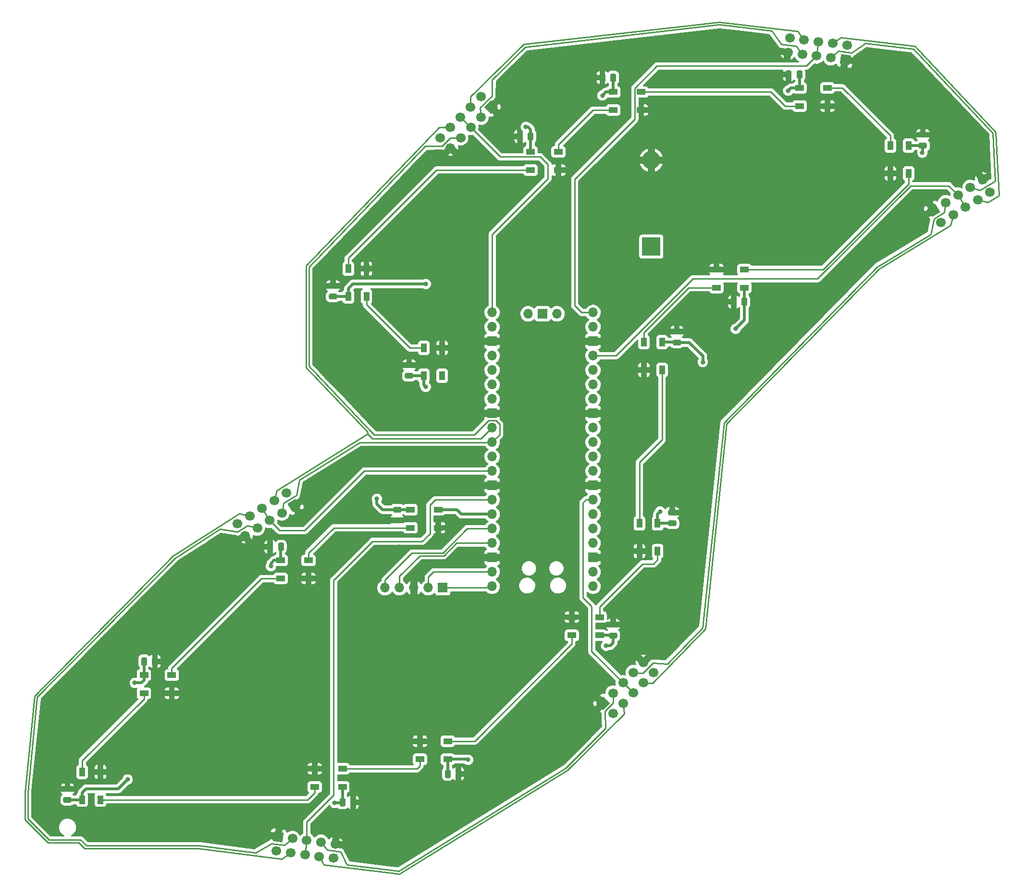
<source format=gbr>
%TF.GenerationSoftware,KiCad,Pcbnew,(6.0.1)*%
%TF.CreationDate,2022-03-18T19:46:03+01:00*%
%TF.ProjectId,pcb_v1,7063625f-7631-42e6-9b69-6361645f7063,v1*%
%TF.SameCoordinates,Original*%
%TF.FileFunction,Copper,L1,Top*%
%TF.FilePolarity,Positive*%
%FSLAX46Y46*%
G04 Gerber Fmt 4.6, Leading zero omitted, Abs format (unit mm)*
G04 Created by KiCad (PCBNEW (6.0.1)) date 2022-03-18 19:46:03*
%MOMM*%
%LPD*%
G01*
G04 APERTURE LIST*
G04 Aperture macros list*
%AMRoundRect*
0 Rectangle with rounded corners*
0 $1 Rounding radius*
0 $2 $3 $4 $5 $6 $7 $8 $9 X,Y pos of 4 corners*
0 Add a 4 corners polygon primitive as box body*
4,1,4,$2,$3,$4,$5,$6,$7,$8,$9,$2,$3,0*
0 Add four circle primitives for the rounded corners*
1,1,$1+$1,$2,$3*
1,1,$1+$1,$4,$5*
1,1,$1+$1,$6,$7*
1,1,$1+$1,$8,$9*
0 Add four rect primitives between the rounded corners*
20,1,$1+$1,$2,$3,$4,$5,0*
20,1,$1+$1,$4,$5,$6,$7,0*
20,1,$1+$1,$6,$7,$8,$9,0*
20,1,$1+$1,$8,$9,$2,$3,0*%
%AMHorizOval*
0 Thick line with rounded ends*
0 $1 width*
0 $2 $3 position (X,Y) of the first rounded end (center of the circle)*
0 $4 $5 position (X,Y) of the second rounded end (center of the circle)*
0 Add line between two ends*
20,1,$1,$2,$3,$4,$5,0*
0 Add two circle primitives to create the rounded ends*
1,1,$1,$2,$3*
1,1,$1,$4,$5*%
%AMRotRect*
0 Rectangle, with rotation*
0 The origin of the aperture is its center*
0 $1 length*
0 $2 width*
0 $3 Rotation angle, in degrees counterclockwise*
0 Add horizontal line*
21,1,$1,$2,0,0,$3*%
G04 Aperture macros list end*
%TA.AperFunction,NonConductor*%
%ADD10C,0.020000*%
%TD*%
%TA.AperFunction,SMDPad,CuDef*%
%ADD11RoundRect,0.250000X-0.250000X-0.475000X0.250000X-0.475000X0.250000X0.475000X-0.250000X0.475000X0*%
%TD*%
%TA.AperFunction,SMDPad,CuDef*%
%ADD12R,1.500000X1.000000*%
%TD*%
%TA.AperFunction,SMDPad,CuDef*%
%ADD13RoundRect,0.250000X-0.475000X0.250000X-0.475000X-0.250000X0.475000X-0.250000X0.475000X0.250000X0*%
%TD*%
%TA.AperFunction,SMDPad,CuDef*%
%ADD14R,1.000000X1.500000*%
%TD*%
%TA.AperFunction,SMDPad,CuDef*%
%ADD15RoundRect,0.250000X0.250000X0.475000X-0.250000X0.475000X-0.250000X-0.475000X0.250000X-0.475000X0*%
%TD*%
%TA.AperFunction,SMDPad,CuDef*%
%ADD16RoundRect,0.250000X0.475000X-0.250000X0.475000X0.250000X-0.475000X0.250000X-0.475000X-0.250000X0*%
%TD*%
%TA.AperFunction,ComponentPad*%
%ADD17R,1.700000X1.700000*%
%TD*%
%TA.AperFunction,ComponentPad*%
%ADD18O,1.700000X1.700000*%
%TD*%
%TA.AperFunction,ComponentPad*%
%ADD19RotRect,1.700000X1.700000X262.800000*%
%TD*%
%TA.AperFunction,ComponentPad*%
%ADD20HorizOval,1.700000X0.000000X0.000000X0.000000X0.000000X0*%
%TD*%
%TA.AperFunction,ComponentPad*%
%ADD21RotRect,1.700000X1.700000X121.800000*%
%TD*%
%TA.AperFunction,ComponentPad*%
%ADD22HorizOval,1.700000X0.000000X0.000000X0.000000X0.000000X0*%
%TD*%
%TA.AperFunction,ComponentPad*%
%ADD23RotRect,1.700000X1.700000X82.800000*%
%TD*%
%TA.AperFunction,ComponentPad*%
%ADD24HorizOval,1.700000X0.000000X0.000000X0.000000X0.000000X0*%
%TD*%
%TA.AperFunction,ComponentPad*%
%ADD25R,3.200000X3.200000*%
%TD*%
%TA.AperFunction,ComponentPad*%
%ADD26O,3.200000X3.200000*%
%TD*%
%TA.AperFunction,ComponentPad*%
%ADD27RotRect,1.700000X1.700000X135.300000*%
%TD*%
%TA.AperFunction,ComponentPad*%
%ADD28HorizOval,1.700000X0.000000X0.000000X0.000000X0.000000X0*%
%TD*%
%TA.AperFunction,ComponentPad*%
%ADD29RotRect,1.700000X1.700000X301.800000*%
%TD*%
%TA.AperFunction,ComponentPad*%
%ADD30HorizOval,1.700000X0.000000X0.000000X0.000000X0.000000X0*%
%TD*%
%TA.AperFunction,ComponentPad*%
%ADD31RotRect,1.700000X1.700000X315.300000*%
%TD*%
%TA.AperFunction,ComponentPad*%
%ADD32HorizOval,1.700000X0.000000X0.000000X0.000000X0.000000X0*%
%TD*%
%TA.AperFunction,ViaPad*%
%ADD33C,0.800000*%
%TD*%
%TA.AperFunction,Conductor*%
%ADD34C,0.500000*%
%TD*%
%TA.AperFunction,Conductor*%
%ADD35C,0.250000*%
%TD*%
G04 APERTURE END LIST*
D10*
X141720500Y-45150000D02*
G75*
G03*
X141720500Y-45150000I-500J0D01*
G01*
D11*
%TO.P,C13,1*%
%TO.N,GND*%
X166870000Y-38320000D03*
%TO.P,C13,2*%
%TO.N,+5V*%
X168770000Y-38320000D03*
%TD*%
D12*
%TO.P,D10,1,VDD*%
%TO.N,+5V*%
X191900000Y-75325000D03*
%TO.P,D10,2,DOUT*%
%TO.N,Net-(D10-Pad2)*%
X191900000Y-72125000D03*
%TO.P,D10,3,VSS*%
%TO.N,GND*%
X187000000Y-72125000D03*
%TO.P,D10,4,DIN*%
%TO.N,Net-(D10-Pad4)*%
X187000000Y-75325000D03*
%TD*%
D13*
%TO.P,C4,1*%
%TO.N,GND*%
X72630000Y-163690000D03*
%TO.P,C4,2*%
%TO.N,+5V*%
X72630000Y-165590000D03*
%TD*%
D12*
%TO.P,D2,1,VDD*%
%TO.N,+5V*%
X110200000Y-123400000D03*
%TO.P,D2,2,DOUT*%
%TO.N,Net-(D2-Pad2)*%
X110200000Y-126600000D03*
%TO.P,D2,3,VSS*%
%TO.N,GND*%
X115100000Y-126600000D03*
%TO.P,D2,4,DIN*%
%TO.N,Net-(D1-Pad2)*%
X115100000Y-123400000D03*
%TD*%
D11*
%TO.P,C14,1*%
%TO.N,GND*%
X152340000Y-48670000D03*
%TO.P,C14,2*%
%TO.N,+5V*%
X154240000Y-48670000D03*
%TD*%
D13*
%TO.P,C9,1*%
%TO.N,GND*%
X180000000Y-83080000D03*
%TO.P,C9,2*%
%TO.N,+5V*%
X180000000Y-84980000D03*
%TD*%
D14*
%TO.P,D16,1,VDD*%
%TO.N,+5V*%
X135425000Y-90850000D03*
%TO.P,D16,2,DOUT*%
%TO.N,unconnected-(D16-Pad2)*%
X138625000Y-90850000D03*
%TO.P,D16,3,VSS*%
%TO.N,GND*%
X138625000Y-85950000D03*
%TO.P,D16,4,DIN*%
%TO.N,Net-(D15-Pad2)*%
X135425000Y-85950000D03*
%TD*%
D13*
%TO.P,C11,1*%
%TO.N,GND*%
X223340000Y-48390000D03*
%TO.P,C11,2*%
%TO.N,+5V*%
X223340000Y-50290000D03*
%TD*%
D15*
%TO.P,C5,1*%
%TO.N,GND*%
X122970000Y-166030000D03*
%TO.P,C5,2*%
%TO.N,+5V*%
X121070000Y-166030000D03*
%TD*%
D13*
%TO.P,C8,1*%
%TO.N,GND*%
X179190000Y-114980000D03*
%TO.P,C8,2*%
%TO.N,+5V*%
X179190000Y-116880000D03*
%TD*%
D12*
%TO.P,D7,1,VDD*%
%TO.N,+5V*%
X166375000Y-136600000D03*
%TO.P,D7,2,DOUT*%
%TO.N,Net-(D7-Pad2)*%
X166375000Y-133400000D03*
%TO.P,D7,3,VSS*%
%TO.N,GND*%
X161475000Y-133400000D03*
%TO.P,D7,4,DIN*%
%TO.N,Net-(D6-Pad2)*%
X161475000Y-136600000D03*
%TD*%
%TO.P,D12,1,VDD*%
%TO.N,+5V*%
X201625000Y-40125000D03*
%TO.P,D12,2,DOUT*%
%TO.N,Net-(D12-Pad2)*%
X201625000Y-43325000D03*
%TO.P,D12,3,VSS*%
%TO.N,GND*%
X206525000Y-43325000D03*
%TO.P,D12,4,DIN*%
%TO.N,Net-(D11-Pad2)*%
X206525000Y-40125000D03*
%TD*%
D11*
%TO.P,C12,1*%
%TO.N,GND*%
X199710000Y-37770000D03*
%TO.P,C12,2*%
%TO.N,+5V*%
X201610000Y-37770000D03*
%TD*%
D12*
%TO.P,D6,1,VDD*%
%TO.N,+5V*%
X139625000Y-158450000D03*
%TO.P,D6,2,DOUT*%
%TO.N,Net-(D6-Pad2)*%
X139625000Y-155250000D03*
%TO.P,D6,3,VSS*%
%TO.N,GND*%
X134725000Y-155250000D03*
%TO.P,D6,4,DIN*%
%TO.N,Net-(D5-Pad2)*%
X134725000Y-158450000D03*
%TD*%
D13*
%TO.P,C16,1*%
%TO.N,GND*%
X132830000Y-88960000D03*
%TO.P,C16,2*%
%TO.N,+5V*%
X132830000Y-90860000D03*
%TD*%
D11*
%TO.P,C10,1*%
%TO.N,GND*%
X190010000Y-77840000D03*
%TO.P,C10,2*%
%TO.N,+5V*%
X191910000Y-77840000D03*
%TD*%
D14*
%TO.P,D4,1,VDD*%
%TO.N,+5V*%
X75225000Y-165575000D03*
%TO.P,D4,2,DOUT*%
%TO.N,Net-(D4-Pad2)*%
X78425000Y-165575000D03*
%TO.P,D4,3,VSS*%
%TO.N,GND*%
X78425000Y-160675000D03*
%TO.P,D4,4,DIN*%
%TO.N,Net-(D3-Pad2)*%
X75225000Y-160675000D03*
%TD*%
D11*
%TO.P,C2,1*%
%TO.N,GND*%
X108340000Y-121010000D03*
%TO.P,C2,2*%
%TO.N,+5V*%
X110240000Y-121010000D03*
%TD*%
D13*
%TO.P,C15,1*%
%TO.N,GND*%
X119410000Y-75000000D03*
%TO.P,C15,2*%
%TO.N,+5V*%
X119410000Y-76900000D03*
%TD*%
D12*
%TO.P,D14,1,VDD*%
%TO.N,+5V*%
X154225000Y-51400000D03*
%TO.P,D14,2,DOUT*%
%TO.N,Net-(D14-Pad2)*%
X154225000Y-54600000D03*
%TO.P,D14,3,VSS*%
%TO.N,GND*%
X159125000Y-54600000D03*
%TO.P,D14,4,DIN*%
%TO.N,Net-(D13-Pad2)*%
X159125000Y-51400000D03*
%TD*%
D13*
%TO.P,C7,1*%
%TO.N,GND*%
X168760000Y-134720000D03*
%TO.P,C7,2*%
%TO.N,+5V*%
X168760000Y-136620000D03*
%TD*%
D15*
%TO.P,C6,1*%
%TO.N,GND*%
X141520000Y-161010000D03*
%TO.P,C6,2*%
%TO.N,+5V*%
X139620000Y-161010000D03*
%TD*%
%TO.P,C3,1*%
%TO.N,GND*%
X88040000Y-141200000D03*
%TO.P,C3,2*%
%TO.N,+5V*%
X86140000Y-141200000D03*
%TD*%
D14*
%TO.P,D11,1,VDD*%
%TO.N,+5V*%
X220825000Y-50300000D03*
%TO.P,D11,2,DOUT*%
%TO.N,Net-(D11-Pad2)*%
X217625000Y-50300000D03*
%TO.P,D11,3,VSS*%
%TO.N,GND*%
X217625000Y-55200000D03*
%TO.P,D11,4,DIN*%
%TO.N,Net-(D10-Pad2)*%
X220825000Y-55200000D03*
%TD*%
D12*
%TO.P,D1,1,VDD*%
%TO.N,+5V*%
X133025000Y-114450000D03*
%TO.P,D1,2,DOUT*%
%TO.N,Net-(D1-Pad2)*%
X133025000Y-117650000D03*
%TO.P,D1,3,VSS*%
%TO.N,GND*%
X137925000Y-117650000D03*
%TO.P,D1,4,DIN*%
%TO.N,/RGB_IN*%
X137925000Y-114450000D03*
%TD*%
%TO.P,D5,1,VDD*%
%TO.N,+5V*%
X121075000Y-163325000D03*
%TO.P,D5,2,DOUT*%
%TO.N,Net-(D5-Pad2)*%
X121075000Y-160125000D03*
%TO.P,D5,3,VSS*%
%TO.N,GND*%
X116175000Y-160125000D03*
%TO.P,D5,4,DIN*%
%TO.N,Net-(D4-Pad2)*%
X116175000Y-163325000D03*
%TD*%
D14*
%TO.P,D8,1,VDD*%
%TO.N,+5V*%
X176600000Y-116875000D03*
%TO.P,D8,2,DOUT*%
%TO.N,Net-(D8-Pad2)*%
X173400000Y-116875000D03*
%TO.P,D8,3,VSS*%
%TO.N,GND*%
X173400000Y-121775000D03*
%TO.P,D8,4,DIN*%
%TO.N,Net-(D7-Pad2)*%
X176600000Y-121775000D03*
%TD*%
D16*
%TO.P,C1,1*%
%TO.N,GND*%
X130720000Y-116340000D03*
%TO.P,C1,2*%
%TO.N,+5V*%
X130720000Y-114440000D03*
%TD*%
D14*
%TO.P,D9,1,VDD*%
%TO.N,+5V*%
X177400000Y-84950000D03*
%TO.P,D9,2,DOUT*%
%TO.N,Net-(D10-Pad4)*%
X174200000Y-84950000D03*
%TO.P,D9,3,VSS*%
%TO.N,GND*%
X174200000Y-89850000D03*
%TO.P,D9,4,DIN*%
%TO.N,Net-(D8-Pad2)*%
X177400000Y-89850000D03*
%TD*%
D12*
%TO.P,D3,1,VDD*%
%TO.N,+5V*%
X86100000Y-143600000D03*
%TO.P,D3,2,DOUT*%
%TO.N,Net-(D3-Pad2)*%
X86100000Y-146800000D03*
%TO.P,D3,3,VSS*%
%TO.N,GND*%
X91000000Y-146800000D03*
%TO.P,D3,4,DIN*%
%TO.N,Net-(D2-Pad2)*%
X91000000Y-143600000D03*
%TD*%
D14*
%TO.P,D15,1,VDD*%
%TO.N,+5V*%
X122100000Y-76900000D03*
%TO.P,D15,2,DOUT*%
%TO.N,Net-(D15-Pad2)*%
X125300000Y-76900000D03*
%TO.P,D15,3,VSS*%
%TO.N,GND*%
X125300000Y-72000000D03*
%TO.P,D15,4,DIN*%
%TO.N,Net-(D14-Pad2)*%
X122100000Y-72000000D03*
%TD*%
D12*
%TO.P,D13,1,VDD*%
%TO.N,+5V*%
X168775000Y-40850000D03*
%TO.P,D13,2,DOUT*%
%TO.N,Net-(D13-Pad2)*%
X168775000Y-44050000D03*
%TO.P,D13,3,VSS*%
%TO.N,GND*%
X173675000Y-44050000D03*
%TO.P,D13,4,DIN*%
%TO.N,Net-(D12-Pad2)*%
X173675000Y-40850000D03*
%TD*%
D17*
%TO.P,J8,1,Pin_1*%
%TO.N,/RX*%
X138750000Y-128220000D03*
D18*
%TO.P,J8,2,Pin_2*%
%TO.N,/CS*%
X136210000Y-128220000D03*
%TO.P,J8,3,Pin_3*%
%TO.N,GND*%
X133670000Y-128220000D03*
%TO.P,J8,4,Pin_4*%
%TO.N,/CSK*%
X131130000Y-128220000D03*
%TO.P,J8,5,Pin_5*%
%TO.N,/TX*%
X128590000Y-128220000D03*
%TD*%
D19*
%TO.P,J2,1,Pin_1*%
%TO.N,GND*%
X109748404Y-172103336D03*
D20*
%TO.P,J2,2,Pin_2*%
%TO.N,+24V*%
X109430058Y-174623307D03*
%TO.P,J2,3,Pin_3*%
%TO.N,/SDA*%
X112268375Y-172421682D03*
%TO.P,J2,4,Pin_4*%
%TO.N,/SCL*%
X111950029Y-174941654D03*
%TO.P,J2,5,Pin_5*%
%TO.N,/SEL2*%
X114788347Y-172740029D03*
%TO.P,J2,6,Pin_6*%
X114470000Y-175260000D03*
%TO.P,J2,7,Pin_7*%
%TO.N,/SDA*%
X117308318Y-173058375D03*
%TO.P,J2,8,Pin_8*%
%TO.N,/SCL*%
X116989972Y-175578347D03*
%TO.P,J2,9,Pin_9*%
%TO.N,GND*%
X119828289Y-173376722D03*
%TO.P,J2,10,Pin_10*%
%TO.N,+24V*%
X119509943Y-175896693D03*
%TD*%
D21*
%TO.P,J1,1,Pin_1*%
%TO.N,GND*%
X112555923Y-113691792D03*
D22*
%TO.P,J1,2,Pin_2*%
%TO.N,+24V*%
X111217455Y-111533065D03*
%TO.P,J1,3,Pin_3*%
%TO.N,/SDA*%
X110397196Y-115030260D03*
%TO.P,J1,4,Pin_4*%
%TO.N,/SCL*%
X109058728Y-112871532D03*
%TO.P,J1,5,Pin_5*%
%TO.N,/SEL1*%
X108238468Y-116368727D03*
%TO.P,J1,6,Pin_6*%
X106900000Y-114210000D03*
%TO.P,J1,7,Pin_7*%
%TO.N,/SDA*%
X106079741Y-117707195D03*
%TO.P,J1,8,Pin_8*%
%TO.N,/SCL*%
X104741273Y-115548468D03*
%TO.P,J1,9,Pin_9*%
%TO.N,GND*%
X103921013Y-119045663D03*
%TO.P,J1,10,Pin_10*%
%TO.N,+24V*%
X102582546Y-116886935D03*
%TD*%
D23*
%TO.P,J5,1,Pin_1*%
%TO.N,GND*%
X209651596Y-35136664D03*
D24*
%TO.P,J5,2,Pin_2*%
%TO.N,+24V*%
X209969942Y-32616693D03*
%TO.P,J5,3,Pin_3*%
%TO.N,/SDA*%
X207131625Y-34818318D03*
%TO.P,J5,4,Pin_4*%
%TO.N,/SCL*%
X207449971Y-32298346D03*
%TO.P,J5,5,Pin_5*%
%TO.N,/SEL5*%
X204611653Y-34499971D03*
%TO.P,J5,6,Pin_6*%
X204930000Y-31980000D03*
%TO.P,J5,7,Pin_7*%
%TO.N,/SDA*%
X202091682Y-34181625D03*
%TO.P,J5,8,Pin_8*%
%TO.N,/SCL*%
X202410028Y-31661653D03*
%TO.P,J5,9,Pin_9*%
%TO.N,GND*%
X199571711Y-33863278D03*
%TO.P,J5,10,Pin_10*%
%TO.N,+24V*%
X199890057Y-31343307D03*
%TD*%
D25*
%TO.P,D17,1,K*%
%TO.N,Net-(D17-Pad1)*%
X175495000Y-68110000D03*
D26*
%TO.P,D17,2,A*%
%TO.N,GND*%
X175495000Y-52870000D03*
%TD*%
D27*
%TO.P,J6,1,Pin_1*%
%TO.N,GND*%
X147258676Y-43485761D03*
D28*
%TO.P,J6,2,Pin_2*%
%TO.N,+24V*%
X145453245Y-41699138D03*
%TO.P,J6,3,Pin_3*%
%TO.N,/SDA*%
X145472053Y-45291192D03*
%TO.P,J6,4,Pin_4*%
%TO.N,/SCL*%
X143666623Y-43504569D03*
%TO.P,J6,5,Pin_5*%
%TO.N,/SEL6*%
X143685431Y-47096622D03*
%TO.P,J6,6,Pin_6*%
X141880000Y-45310000D03*
%TO.P,J6,7,Pin_7*%
%TO.N,/SDA*%
X141898808Y-48902053D03*
%TO.P,J6,8,Pin_8*%
%TO.N,/SCL*%
X140093378Y-47115430D03*
%TO.P,J6,9,Pin_9*%
%TO.N,GND*%
X140112186Y-50707484D03*
%TO.P,J6,10,Pin_10*%
%TO.N,+24V*%
X138306755Y-48920861D03*
%TD*%
D18*
%TO.P,U1,1,GPIO0*%
%TO.N,/RX*%
X147460000Y-127965000D03*
%TO.P,U1,2,GPIO1*%
%TO.N,/CS*%
X147460000Y-125425000D03*
D17*
%TO.P,U1,3,GND*%
%TO.N,GND*%
X147460000Y-122885000D03*
D18*
%TO.P,U1,4,GPIO2*%
%TO.N,/CSK*%
X147460000Y-120345000D03*
%TO.P,U1,5,GPIO3*%
%TO.N,/TX*%
X147460000Y-117805000D03*
%TO.P,U1,6,GPIO4*%
%TO.N,/RGB_IN*%
X147460000Y-115265000D03*
%TO.P,U1,7,GPIO5*%
%TO.N,/SEL2*%
X147460000Y-112725000D03*
D17*
%TO.P,U1,8,GND*%
%TO.N,GND*%
X147460000Y-110185000D03*
D18*
%TO.P,U1,9,GPIO6*%
%TO.N,/SEL1*%
X147460000Y-107645000D03*
%TO.P,U1,10,GPIO7*%
%TO.N,unconnected-(U1-Pad10)*%
X147460000Y-105105000D03*
%TO.P,U1,11,GPIO8*%
%TO.N,/SDA*%
X147460000Y-102565000D03*
%TO.P,U1,12,GPIO9*%
%TO.N,/SCL*%
X147460000Y-100025000D03*
D17*
%TO.P,U1,13,GND*%
%TO.N,GND*%
X147460000Y-97485000D03*
D18*
%TO.P,U1,14,GPIO10*%
%TO.N,unconnected-(U1-Pad14)*%
X147460000Y-94945000D03*
%TO.P,U1,15,GPIO11*%
%TO.N,unconnected-(U1-Pad15)*%
X147460000Y-92405000D03*
%TO.P,U1,16,GPIO12*%
%TO.N,unconnected-(U1-Pad16)*%
X147460000Y-89865000D03*
%TO.P,U1,17,GPIO13*%
%TO.N,unconnected-(U1-Pad17)*%
X147460000Y-87325000D03*
D17*
%TO.P,U1,18,GND*%
%TO.N,GND*%
X147460000Y-84785000D03*
D18*
%TO.P,U1,19,GPIO14*%
%TO.N,unconnected-(U1-Pad19)*%
X147460000Y-82245000D03*
%TO.P,U1,20,GPIO15*%
%TO.N,/SEL6*%
X147460000Y-79705000D03*
%TO.P,U1,21,GPIO16*%
%TO.N,/SEL5*%
X165240000Y-79705000D03*
%TO.P,U1,22,GPIO17*%
%TO.N,unconnected-(U1-Pad22)*%
X165240000Y-82245000D03*
D17*
%TO.P,U1,23,GND*%
%TO.N,GND*%
X165240000Y-84785000D03*
D18*
%TO.P,U1,24,GPIO18*%
%TO.N,/SEL4*%
X165240000Y-87325000D03*
%TO.P,U1,25,GPIO19*%
%TO.N,unconnected-(U1-Pad25)*%
X165240000Y-89865000D03*
%TO.P,U1,26,GPIO20*%
%TO.N,unconnected-(U1-Pad26)*%
X165240000Y-92405000D03*
%TO.P,U1,27,GPIO21*%
%TO.N,unconnected-(U1-Pad27)*%
X165240000Y-94945000D03*
D17*
%TO.P,U1,28,GND*%
%TO.N,GND*%
X165240000Y-97485000D03*
D18*
%TO.P,U1,29,GPIO22*%
%TO.N,unconnected-(U1-Pad29)*%
X165240000Y-100025000D03*
%TO.P,U1,30,RUN*%
%TO.N,unconnected-(U1-Pad30)*%
X165240000Y-102565000D03*
%TO.P,U1,31,GPIO26_ADC0*%
%TO.N,unconnected-(U1-Pad31)*%
X165240000Y-105105000D03*
%TO.P,U1,32,GPIO27_ADC1*%
%TO.N,unconnected-(U1-Pad32)*%
X165240000Y-107645000D03*
D17*
%TO.P,U1,33,AGND*%
%TO.N,GND*%
X165240000Y-110185000D03*
D18*
%TO.P,U1,34,GPIO28_ADC2*%
%TO.N,/SEL3*%
X165240000Y-112725000D03*
%TO.P,U1,35,ADC_VREF*%
%TO.N,unconnected-(U1-Pad35)*%
X165240000Y-115265000D03*
%TO.P,U1,36,3V3*%
%TO.N,unconnected-(U1-Pad36)*%
X165240000Y-117805000D03*
%TO.P,U1,37,3V3_EN*%
%TO.N,unconnected-(U1-Pad37)*%
X165240000Y-120345000D03*
D17*
%TO.P,U1,38,GND*%
%TO.N,GND*%
X165240000Y-122885000D03*
D18*
%TO.P,U1,39,VSYS*%
%TO.N,+5V*%
X165240000Y-125425000D03*
%TO.P,U1,40,VBUS*%
%TO.N,unconnected-(U1-Pad40)*%
X165240000Y-127965000D03*
%TO.P,U1,41,SWCLK*%
%TO.N,unconnected-(U1-Pad41)*%
X153810000Y-79935000D03*
D17*
%TO.P,U1,42,GND*%
%TO.N,unconnected-(U1-Pad42)*%
X156350000Y-79935000D03*
D18*
%TO.P,U1,43,SWDIO*%
%TO.N,unconnected-(U1-Pad43)*%
X158890000Y-79935000D03*
%TD*%
D29*
%TO.P,J4,1,Pin_1*%
%TO.N,GND*%
X225214077Y-61688208D03*
D30*
%TO.P,J4,2,Pin_2*%
%TO.N,+24V*%
X226552545Y-63846935D03*
%TO.P,J4,3,Pin_3*%
%TO.N,/SDA*%
X227372804Y-60349740D03*
%TO.P,J4,4,Pin_4*%
%TO.N,/SCL*%
X228711272Y-62508468D03*
%TO.P,J4,5,Pin_5*%
%TO.N,/SEL4*%
X229531532Y-59011273D03*
%TO.P,J4,6,Pin_6*%
X230870000Y-61170000D03*
%TO.P,J4,7,Pin_7*%
%TO.N,/SDA*%
X231690259Y-57672805D03*
%TO.P,J4,8,Pin_8*%
%TO.N,/SCL*%
X233028727Y-59831532D03*
%TO.P,J4,9,Pin_9*%
%TO.N,GND*%
X233848987Y-56334337D03*
%TO.P,J4,10,Pin_10*%
%TO.N,+24V*%
X235187454Y-58493065D03*
%TD*%
D31*
%TO.P,J3,1,Pin_1*%
%TO.N,GND*%
X166971324Y-148584239D03*
D32*
%TO.P,J3,2,Pin_2*%
%TO.N,+24V*%
X168776755Y-150370862D03*
%TO.P,J3,3,Pin_3*%
%TO.N,/SDA*%
X168757947Y-146778808D03*
%TO.P,J3,4,Pin_4*%
%TO.N,/SCL*%
X170563377Y-148565431D03*
%TO.P,J3,5,Pin_5*%
%TO.N,/SEL3*%
X170544569Y-144973378D03*
%TO.P,J3,6,Pin_6*%
X172350000Y-146760000D03*
%TO.P,J3,7,Pin_7*%
%TO.N,/SDA*%
X172331192Y-143167947D03*
%TO.P,J3,8,Pin_8*%
%TO.N,/SCL*%
X174136622Y-144954570D03*
%TO.P,J3,9,Pin_9*%
%TO.N,GND*%
X174117814Y-141362516D03*
%TO.P,J3,10,Pin_10*%
%TO.N,+24V*%
X175923245Y-143149139D03*
%TD*%
D33*
%TO.N,GND*%
X188000000Y-66000000D03*
X122000000Y-128000000D03*
X151000000Y-88000000D03*
X155000000Y-73000000D03*
X210000000Y-53000000D03*
X162000000Y-92000000D03*
X98000000Y-144000000D03*
X110000000Y-160000000D03*
X140000000Y-73000000D03*
X110000000Y-129000000D03*
X143000000Y-88000000D03*
X139000000Y-140000000D03*
X127000000Y-124000000D03*
X122000000Y-144000000D03*
X174000000Y-80000000D03*
X131000000Y-144000000D03*
X114000000Y-132000000D03*
X190000000Y-49000000D03*
X138000000Y-120000000D03*
X151000000Y-84000000D03*
X143000000Y-136000000D03*
X159000000Y-65000000D03*
X186000000Y-68000000D03*
X140000000Y-92000000D03*
X131000000Y-140000000D03*
X172000000Y-128000000D03*
X147000000Y-140000000D03*
X162000000Y-104000000D03*
X168000000Y-132000000D03*
X155000000Y-88000000D03*
X122000000Y-152000000D03*
X198000000Y-49000000D03*
X135000000Y-125000000D03*
X214000000Y-49000000D03*
X90000000Y-149000000D03*
X162000000Y-128000000D03*
X143000000Y-65000000D03*
X170000000Y-114000000D03*
X124000000Y-80000000D03*
X219000000Y-53000000D03*
X188000000Y-68000000D03*
X139000000Y-136000000D03*
X210000000Y-49000000D03*
X210000000Y-46000000D03*
X211000000Y-61000000D03*
X102000000Y-160000000D03*
X118000000Y-156000000D03*
X118000000Y-144000000D03*
X170000000Y-84000000D03*
X206000000Y-45000000D03*
X135000000Y-116000000D03*
X121000000Y-92000000D03*
X147000000Y-136000000D03*
X127000000Y-156000000D03*
X170000000Y-122000000D03*
X159000000Y-73000000D03*
X164000000Y-76000000D03*
X193500000Y-79000000D03*
X139000000Y-132000000D03*
X146000000Y-69000000D03*
X126000000Y-128000000D03*
X106000000Y-156000000D03*
X143000000Y-105000000D03*
X114000000Y-140000000D03*
X117000000Y-76000000D03*
X143000000Y-152000000D03*
X131000000Y-148000000D03*
X162000000Y-84000000D03*
X121000000Y-80000000D03*
X110000000Y-132000000D03*
X131000000Y-136000000D03*
X162000000Y-131000000D03*
X226000000Y-55000000D03*
X170000000Y-90000000D03*
X127000000Y-162000000D03*
X140000000Y-100000000D03*
X173000000Y-57000000D03*
X143000000Y-80000000D03*
X117000000Y-84000000D03*
X139000000Y-152000000D03*
X162000000Y-96000000D03*
X155000000Y-120000000D03*
X118000000Y-124000000D03*
X147000000Y-144000000D03*
X151000000Y-128000000D03*
X151000000Y-96000000D03*
X158000000Y-120000000D03*
X143000000Y-69000000D03*
X118000000Y-128000000D03*
X151000000Y-80000000D03*
X110000000Y-144000000D03*
X140000000Y-84000000D03*
X121000000Y-88000000D03*
X161000000Y-140000000D03*
X127000000Y-144000000D03*
X173000000Y-61000000D03*
X189000000Y-60000000D03*
X174000000Y-98000000D03*
X185000000Y-57000000D03*
X124000000Y-84000000D03*
X151000000Y-65000000D03*
X190000000Y-64000000D03*
X151000000Y-73000000D03*
X181000000Y-53000000D03*
X131000000Y-156000000D03*
X158000000Y-92000000D03*
X140000000Y-96000000D03*
X98000000Y-152000000D03*
X127000000Y-148000000D03*
X160000000Y-47000000D03*
X155000000Y-84000000D03*
X94000000Y-156000000D03*
X69000000Y-148000000D03*
X140000000Y-110000000D03*
X102000000Y-140000000D03*
X181000000Y-49000000D03*
X122000000Y-136000000D03*
X94000000Y-148000000D03*
X202000000Y-53000000D03*
X162000000Y-49000000D03*
X151000000Y-112000000D03*
X159000000Y-57000000D03*
X158000000Y-100000000D03*
X127000000Y-152000000D03*
X127000000Y-136000000D03*
X195000000Y-80500000D03*
X181000000Y-72000000D03*
X69000000Y-167000000D03*
X190000000Y-66000000D03*
X211000000Y-57000000D03*
X110000000Y-136000000D03*
X159000000Y-69000000D03*
X194000000Y-49000000D03*
X143000000Y-144000000D03*
X124000000Y-162000000D03*
X177000000Y-45000000D03*
X143000000Y-73000000D03*
X189000000Y-57000000D03*
X140000000Y-76000000D03*
X122000000Y-148000000D03*
X170000000Y-80000000D03*
X118000000Y-140000000D03*
X171000000Y-55000000D03*
X106000000Y-144000000D03*
X146000000Y-73000000D03*
X147000000Y-132000000D03*
X69000000Y-152000000D03*
X155000000Y-61000000D03*
X175800000Y-87410000D03*
X167000000Y-76000000D03*
X200000000Y-69000000D03*
X131000000Y-132000000D03*
X158000000Y-136000000D03*
X155000000Y-108000000D03*
X158000000Y-84000000D03*
X122000000Y-121000000D03*
X135000000Y-132000000D03*
X170000000Y-110000000D03*
X162000000Y-88000000D03*
X177000000Y-49000000D03*
X94000000Y-152000000D03*
X183130000Y-82630000D03*
X155000000Y-104000000D03*
X130000000Y-162000000D03*
X135000000Y-144000000D03*
X211000000Y-64000000D03*
X69000000Y-160000000D03*
X162000000Y-112000000D03*
X146000000Y-65000000D03*
X180090000Y-80670000D03*
X155000000Y-132000000D03*
X181000000Y-61000000D03*
X162000000Y-81000000D03*
X151000000Y-100000000D03*
X98000000Y-160000000D03*
X151000000Y-76000000D03*
X143000000Y-132000000D03*
X155000000Y-140000000D03*
X150000000Y-61000000D03*
X173000000Y-65000000D03*
X143000000Y-100000000D03*
X143000000Y-148000000D03*
X198000000Y-45000000D03*
X122000000Y-132000000D03*
X140000000Y-69000000D03*
X114000000Y-129000000D03*
X106000000Y-136000000D03*
X110000000Y-156000000D03*
X114000000Y-156000000D03*
X102000000Y-148000000D03*
X151000000Y-116000000D03*
X131000000Y-121000000D03*
X135000000Y-136000000D03*
X177000000Y-61000000D03*
X206000000Y-69000000D03*
X202000000Y-45000000D03*
X170000000Y-98000000D03*
X158000000Y-116000000D03*
X139000000Y-148000000D03*
X110000000Y-140000000D03*
X229000000Y-52000000D03*
X158000000Y-132000000D03*
X146000000Y-76000000D03*
X114000000Y-136000000D03*
X158000000Y-49000000D03*
X164000000Y-73000000D03*
X123000000Y-66000000D03*
X118000000Y-152000000D03*
X127000000Y-132000000D03*
X159000000Y-76000000D03*
X143000000Y-84000000D03*
X157000000Y-144000000D03*
X223000000Y-55000000D03*
X151000000Y-140000000D03*
X162000000Y-53000000D03*
X170000000Y-94000000D03*
X206000000Y-53000000D03*
X174000000Y-102000000D03*
X155000000Y-100000000D03*
X106000000Y-132000000D03*
X214000000Y-61000000D03*
X106000000Y-148000000D03*
X102000000Y-144000000D03*
X162000000Y-100000000D03*
X154000000Y-57000000D03*
X125000000Y-119000000D03*
X158000000Y-112000000D03*
X120000000Y-69000000D03*
X118000000Y-132000000D03*
X69000000Y-156000000D03*
X155000000Y-112000000D03*
X94000000Y-144000000D03*
X189500000Y-75500000D03*
X127000000Y-140000000D03*
X222000000Y-58500000D03*
X155000000Y-123000000D03*
X151000000Y-69000000D03*
X177000000Y-57000000D03*
X151000000Y-124000000D03*
X114000000Y-144000000D03*
X190000000Y-45000000D03*
X151000000Y-108000000D03*
X162000000Y-120000000D03*
X158000000Y-123000000D03*
X131000000Y-152000000D03*
X102000000Y-136000000D03*
X98000000Y-148000000D03*
X143000000Y-140000000D03*
X214000000Y-53000000D03*
X135000000Y-152000000D03*
X151000000Y-136000000D03*
X146000000Y-61000000D03*
X162000000Y-108000000D03*
X117000000Y-88000000D03*
X122000000Y-156000000D03*
X102000000Y-152000000D03*
X114000000Y-148000000D03*
X94000000Y-160000000D03*
X139000000Y-144000000D03*
X141000000Y-117000000D03*
X143000000Y-92000000D03*
X98000000Y-140000000D03*
X140000000Y-88000000D03*
X137000000Y-111000000D03*
X138000000Y-124000000D03*
X184000000Y-70000000D03*
X114000000Y-160000000D03*
X155000000Y-92000000D03*
X203000000Y-69000000D03*
X155000000Y-116000000D03*
X143000000Y-110000000D03*
X202000000Y-49000000D03*
X181000000Y-57000000D03*
X106000000Y-152000000D03*
X140000000Y-105000000D03*
X143000000Y-122000000D03*
X155000000Y-136000000D03*
X151000000Y-92000000D03*
X158000000Y-88000000D03*
X121000000Y-84000000D03*
X206000000Y-49000000D03*
X185000000Y-59000000D03*
X181000000Y-45000000D03*
X190000000Y-68000000D03*
X135000000Y-113000000D03*
X124000000Y-95000000D03*
X143000000Y-96000000D03*
X151000000Y-132000000D03*
X220000000Y-60000000D03*
X71000000Y-169000000D03*
X151000000Y-120000000D03*
X90000000Y-156000000D03*
X106000000Y-140000000D03*
X170000000Y-118000000D03*
X171000000Y-52000000D03*
X170000000Y-102000000D03*
X118000000Y-148000000D03*
X143000000Y-76000000D03*
X155000000Y-65000000D03*
X140000000Y-80000000D03*
X151000000Y-144000000D03*
X177000000Y-64000000D03*
X214000000Y-57000000D03*
X117000000Y-72000000D03*
X106000000Y-160000000D03*
X69000000Y-164000000D03*
X159000000Y-61000000D03*
X152000000Y-149000000D03*
X147000000Y-148000000D03*
X173000000Y-49000000D03*
X155000000Y-96000000D03*
X155000000Y-69000000D03*
X162000000Y-124000000D03*
X158000000Y-108000000D03*
X177000000Y-72000000D03*
X174000000Y-94000000D03*
X158000000Y-104000000D03*
X102000000Y-156000000D03*
X155000000Y-76000000D03*
X162000000Y-116000000D03*
X141000000Y-124000000D03*
X170000000Y-106000000D03*
X158000000Y-96000000D03*
X124000000Y-88000000D03*
X151000000Y-104000000D03*
X135000000Y-140000000D03*
X110000000Y-148000000D03*
X135000000Y-148000000D03*
X122000000Y-140000000D03*
X114000000Y-152000000D03*
X217000000Y-58000000D03*
X118000000Y-136000000D03*
X170000000Y-130000000D03*
X117000000Y-80000000D03*
X90000000Y-152000000D03*
X110000000Y-152000000D03*
X150000000Y-57000000D03*
X158000000Y-140000000D03*
X98000000Y-156000000D03*
%TO.N,+5V*%
X119694741Y-166145259D03*
X143215610Y-158535610D03*
X153383856Y-47013856D03*
X108476512Y-124406512D03*
X190360000Y-82590000D03*
X199612192Y-40617808D03*
X167525693Y-138435693D03*
X127141746Y-112561746D03*
X83230000Y-162010000D03*
X177054367Y-114774367D03*
X223251605Y-51548395D03*
X184566416Y-88456416D03*
X135776643Y-92813357D03*
X84476754Y-144976754D03*
X166881351Y-41461351D03*
X135772381Y-74697619D03*
%TD*%
D34*
%TO.N,/RGB_IN*%
X137925000Y-114450000D02*
X141240000Y-114450000D01*
X141240000Y-114450000D02*
X142055000Y-115265000D01*
X142055000Y-115265000D02*
X147460000Y-115265000D01*
%TO.N,+5V*%
X154240000Y-48670000D02*
X154240000Y-51385000D01*
X176600000Y-116875000D02*
X179185000Y-116875000D01*
X179970000Y-84950000D02*
X180000000Y-84980000D01*
X190360000Y-82590000D02*
X191910000Y-81040000D01*
X85673246Y-144976754D02*
X84476754Y-144976754D01*
X110200000Y-123400000D02*
X110200000Y-121050000D01*
X122100000Y-76900000D02*
X119410000Y-76900000D01*
X167492702Y-40850000D02*
X166881351Y-41461351D01*
X168775000Y-40850000D02*
X168775000Y-38325000D01*
X179185000Y-116875000D02*
X179190000Y-116880000D01*
X127141746Y-112561746D02*
X127141746Y-113431746D01*
X220825000Y-50300000D02*
X223330000Y-50300000D01*
X176600000Y-116875000D02*
X176600000Y-115228734D01*
X191900000Y-75325000D02*
X191900000Y-77830000D01*
X168775000Y-40850000D02*
X167492702Y-40850000D01*
X168760000Y-137900000D02*
X168760000Y-136620000D01*
X135415000Y-90860000D02*
X135425000Y-90850000D01*
X121075000Y-166025000D02*
X121070000Y-166030000D01*
X223330000Y-50300000D02*
X223340000Y-50290000D01*
X86100000Y-143600000D02*
X86100000Y-141240000D01*
X72630000Y-165590000D02*
X75210000Y-165590000D01*
X223340000Y-51460000D02*
X223251605Y-51548395D01*
X108476512Y-123923488D02*
X108476512Y-124406512D01*
X119694741Y-166145259D02*
X120954741Y-166145259D01*
X75900000Y-163640000D02*
X75225000Y-164315000D01*
X139620000Y-161010000D02*
X139620000Y-158455000D01*
X201625000Y-37785000D02*
X201610000Y-37770000D01*
X200105000Y-40125000D02*
X199612192Y-40617808D01*
X191910000Y-81040000D02*
X191910000Y-77840000D01*
X120954741Y-166145259D02*
X121070000Y-166030000D01*
X75210000Y-165590000D02*
X75225000Y-165575000D01*
X83230000Y-162010000D02*
X81600000Y-163640000D01*
X122100000Y-76900000D02*
X122100000Y-75500000D01*
X168740000Y-136600000D02*
X168760000Y-136620000D01*
X201625000Y-40125000D02*
X201625000Y-37785000D01*
X182160000Y-84980000D02*
X184566416Y-87386416D01*
X154240000Y-51385000D02*
X154225000Y-51400000D01*
X81600000Y-163640000D02*
X75900000Y-163640000D01*
X154240000Y-48670000D02*
X154240000Y-47490000D01*
X143130000Y-158450000D02*
X143215610Y-158535610D01*
X201625000Y-40125000D02*
X200105000Y-40125000D01*
X166375000Y-136600000D02*
X168740000Y-136600000D01*
X127141746Y-113431746D02*
X128150000Y-114440000D01*
X110200000Y-123400000D02*
X109000000Y-123400000D01*
X130730000Y-114450000D02*
X130720000Y-114440000D01*
X135425000Y-90850000D02*
X135425000Y-92461714D01*
X122902381Y-74697619D02*
X135772381Y-74697619D01*
X180000000Y-84980000D02*
X182160000Y-84980000D01*
X139620000Y-158455000D02*
X139625000Y-158450000D01*
X168775000Y-38325000D02*
X168770000Y-38320000D01*
X133025000Y-114450000D02*
X130730000Y-114450000D01*
X139625000Y-158450000D02*
X143130000Y-158450000D01*
X132830000Y-90860000D02*
X135415000Y-90860000D01*
X135425000Y-92461714D02*
X135776643Y-92813357D01*
X177400000Y-84950000D02*
X179970000Y-84950000D01*
X191900000Y-77830000D02*
X191910000Y-77840000D01*
X110200000Y-121050000D02*
X110240000Y-121010000D01*
X122100000Y-75500000D02*
X122902381Y-74697619D01*
X75225000Y-164315000D02*
X75225000Y-165575000D01*
X154240000Y-47490000D02*
X153763856Y-47013856D01*
X86100000Y-141240000D02*
X86140000Y-141200000D01*
X109000000Y-123400000D02*
X108476512Y-123923488D01*
X167525693Y-138435693D02*
X168224307Y-138435693D01*
X153763856Y-47013856D02*
X153383856Y-47013856D01*
X184566416Y-87386416D02*
X184566416Y-88456416D01*
X128150000Y-114440000D02*
X130720000Y-114440000D01*
X121075000Y-163325000D02*
X121075000Y-166025000D01*
X86100000Y-143600000D02*
X86100000Y-144550000D01*
X176600000Y-115228734D02*
X177054367Y-114774367D01*
X86100000Y-144550000D02*
X85673246Y-144976754D01*
X223340000Y-50290000D02*
X223340000Y-51460000D01*
X168224307Y-138435693D02*
X168760000Y-137900000D01*
D35*
%TO.N,Net-(D1-Pad2)*%
X133025000Y-117650000D02*
X119580000Y-117650000D01*
X119580000Y-117650000D02*
X115100000Y-122130000D01*
X115100000Y-122130000D02*
X115100000Y-123400000D01*
%TO.N,Net-(D2-Pad2)*%
X91000000Y-142420000D02*
X91000000Y-143600000D01*
X106820000Y-126600000D02*
X91000000Y-142420000D01*
X110200000Y-126600000D02*
X106820000Y-126600000D01*
%TO.N,Net-(D3-Pad2)*%
X75225000Y-160675000D02*
X75225000Y-158695000D01*
X86100000Y-147820000D02*
X86100000Y-146800000D01*
X75225000Y-158695000D02*
X86100000Y-147820000D01*
%TO.N,Net-(D4-Pad2)*%
X116175000Y-164345000D02*
X116175000Y-163325000D01*
X78425000Y-165575000D02*
X114945000Y-165575000D01*
X114945000Y-165575000D02*
X116175000Y-164345000D01*
%TO.N,Net-(D5-Pad2)*%
X121075000Y-160125000D02*
X134215000Y-160125000D01*
X134215000Y-160125000D02*
X134725000Y-159615000D01*
X134725000Y-159615000D02*
X134725000Y-158450000D01*
%TO.N,Net-(D6-Pad2)*%
X161475000Y-138135000D02*
X161475000Y-136600000D01*
X144360000Y-155250000D02*
X161475000Y-138135000D01*
X139625000Y-155250000D02*
X144360000Y-155250000D01*
%TO.N,Net-(D7-Pad2)*%
X166375000Y-131555000D02*
X173910000Y-124020000D01*
X173910000Y-124020000D02*
X175860000Y-124020000D01*
X166375000Y-133400000D02*
X166375000Y-131555000D01*
X176600000Y-123280000D02*
X176600000Y-121775000D01*
X175860000Y-124020000D02*
X176600000Y-123280000D01*
%TO.N,Net-(D8-Pad2)*%
X173400000Y-106100000D02*
X177400000Y-102100000D01*
X173400000Y-116875000D02*
X173400000Y-106100000D01*
X177400000Y-102100000D02*
X177400000Y-89850000D01*
%TO.N,Net-(D10-Pad4)*%
X182065000Y-75325000D02*
X187000000Y-75325000D01*
X174200000Y-84950000D02*
X174200000Y-83190000D01*
X174200000Y-83190000D02*
X182065000Y-75325000D01*
%TO.N,Net-(D10-Pad2)*%
X220825000Y-57075000D02*
X220825000Y-55200000D01*
X191900000Y-72125000D02*
X205775000Y-72125000D01*
X205775000Y-72125000D02*
X220825000Y-57075000D01*
%TO.N,Net-(D11-Pad2)*%
X209195000Y-40125000D02*
X206525000Y-40125000D01*
X217625000Y-50300000D02*
X217625000Y-48555000D01*
X217625000Y-48555000D02*
X209195000Y-40125000D01*
%TO.N,Net-(D12-Pad2)*%
X199075000Y-43325000D02*
X196580000Y-40830000D01*
X173695000Y-40830000D02*
X173675000Y-40850000D01*
X196580000Y-40830000D02*
X173695000Y-40830000D01*
X201625000Y-43325000D02*
X199075000Y-43325000D01*
%TO.N,Net-(D13-Pad2)*%
X168775000Y-44050000D02*
X165230000Y-44050000D01*
X165230000Y-44050000D02*
X159125000Y-50155000D01*
X159125000Y-50155000D02*
X159125000Y-51400000D01*
%TO.N,Net-(D14-Pad2)*%
X122100000Y-70150000D02*
X122100000Y-72000000D01*
X154225000Y-54600000D02*
X137650000Y-54600000D01*
X137650000Y-54600000D02*
X122100000Y-70150000D01*
%TO.N,Net-(D15-Pad2)*%
X125300000Y-78330000D02*
X132920000Y-85950000D01*
X125300000Y-76900000D02*
X125300000Y-78330000D01*
X132920000Y-85950000D02*
X135425000Y-85950000D01*
%TO.N,/SDA*%
X208510000Y-33640000D02*
X207131625Y-34818318D01*
X160430000Y-160050000D02*
X167460000Y-152960000D01*
X110680000Y-113280000D02*
X110397196Y-115030260D01*
X184540000Y-135270000D02*
X188290000Y-99120000D01*
X126730480Y-101290480D02*
X125950000Y-100510000D01*
X115160000Y-71680000D02*
X135650000Y-50410000D01*
X121910000Y-177040000D02*
X120740000Y-174760000D01*
X213240000Y-32270000D02*
X210760000Y-33940000D01*
X140050000Y-48930000D02*
X141898808Y-48902053D01*
X148760000Y-101265000D02*
X148760000Y-99420000D01*
X108550000Y-173300000D02*
X110880000Y-173590000D01*
X147450000Y-38680000D02*
X147410000Y-41590000D01*
X75944883Y-173684883D02*
X95878048Y-173684883D01*
X105810000Y-174960000D02*
X108550000Y-173300000D01*
X115160000Y-89170000D02*
X115160000Y-71680000D01*
X125950000Y-100510000D02*
X115160000Y-89170000D01*
X112940000Y-111950000D02*
X110680000Y-113280000D01*
X210760000Y-33940000D02*
X208510000Y-33640000D01*
X227120000Y-62060000D02*
X227372804Y-60349740D01*
X235690000Y-48070000D02*
X236100000Y-56560000D01*
X147445000Y-102580000D02*
X124181471Y-102580000D01*
X147460000Y-102565000D02*
X147445000Y-102580000D01*
X91550000Y-122990000D02*
X99540000Y-117850000D01*
X104320000Y-117280000D02*
X106079741Y-117707195D01*
X135650000Y-50410000D02*
X138640000Y-50360000D01*
X215270000Y-71690000D02*
X224750000Y-65920000D01*
X65610000Y-168914282D02*
X69355718Y-172660000D01*
X188290000Y-99120000D02*
X215270000Y-71690000D01*
X174010000Y-143250000D02*
X172331192Y-143167947D01*
X118390000Y-174450000D02*
X117308318Y-173058375D01*
X167320000Y-149970000D02*
X168780000Y-148520000D01*
X65610000Y-164300000D02*
X65610000Y-168914282D01*
X224750000Y-65920000D02*
X225310000Y-63190000D01*
X153280000Y-32930000D02*
X147450000Y-38680000D01*
X235690000Y-48070000D02*
X221710000Y-33280000D01*
X225310000Y-63190000D02*
X227120000Y-62060000D01*
X138640000Y-50360000D02*
X140050000Y-48930000D01*
X187510000Y-28990000D02*
X153280000Y-32930000D01*
X147410000Y-41590000D02*
X145360000Y-43580000D01*
X196730000Y-30080000D02*
X198440000Y-32450000D01*
X124181471Y-102580000D02*
X113480000Y-109230000D01*
X178300000Y-141670000D02*
X175790000Y-141510000D01*
X145360000Y-43580000D02*
X145472053Y-45291192D01*
X147460000Y-102565000D02*
X148760000Y-101265000D01*
X236100000Y-56560000D02*
X233410000Y-58130000D01*
X102580000Y-118360000D02*
X104320000Y-117280000D01*
X184540000Y-135270000D02*
X178300000Y-141670000D01*
X69355718Y-172660000D02*
X74920000Y-172660000D01*
X113480000Y-109230000D02*
X112940000Y-111950000D01*
X187510000Y-28990000D02*
X196730000Y-30080000D01*
X146830000Y-98750000D02*
X144289520Y-101290480D01*
X95878048Y-173684883D02*
X105810000Y-174960000D01*
X198440000Y-32450000D02*
X200990000Y-32760000D01*
X131010000Y-178150000D02*
X121910000Y-177040000D01*
X110880000Y-173590000D02*
X112268375Y-172421682D01*
X168780000Y-148520000D02*
X168757947Y-146778808D01*
X67300000Y-147500000D02*
X65610000Y-164300000D01*
X221710000Y-33280000D02*
X213240000Y-32270000D01*
X148760000Y-99420000D02*
X148090000Y-98750000D01*
X233410000Y-58130000D02*
X231690259Y-57672805D01*
X131010000Y-178150000D02*
X160430000Y-160050000D01*
X200990000Y-32760000D02*
X202091682Y-34181625D01*
X167460000Y-152960000D02*
X167320000Y-149970000D01*
X148090000Y-98750000D02*
X146830000Y-98750000D01*
X99540000Y-117850000D02*
X102580000Y-118360000D01*
X74920000Y-172660000D02*
X75944883Y-173684883D01*
X91550000Y-122990000D02*
X67300000Y-147500000D01*
X175790000Y-141510000D02*
X174010000Y-143250000D01*
X120740000Y-174760000D02*
X118390000Y-174450000D01*
X144289520Y-101290480D02*
X126730480Y-101290480D01*
%TO.N,/SCL*%
X110340000Y-176000000D02*
X111950029Y-174941654D01*
X65160000Y-164260000D02*
X65160000Y-169100000D01*
X143650000Y-41650000D02*
X143666623Y-43504569D01*
X91260000Y-122630000D02*
X102880000Y-115160000D01*
X153040000Y-32460000D02*
X143650000Y-41650000D01*
X109510000Y-111050000D02*
X109058728Y-112871532D01*
X138140000Y-47120000D02*
X140093378Y-47115430D01*
X236180000Y-47890000D02*
X221920000Y-32800000D01*
X187480000Y-28500000D02*
X201280000Y-30180000D01*
X125476000Y-101092000D02*
X109510000Y-111050000D01*
X228240000Y-64330000D02*
X228711272Y-62508468D01*
X145515000Y-101970000D02*
X126354000Y-101970000D01*
X66860000Y-147300000D02*
X65160000Y-164260000D01*
X102880000Y-115160000D02*
X104741273Y-115548468D01*
X114680000Y-89380000D02*
X125490000Y-100720000D01*
X91260000Y-122630000D02*
X66860000Y-147300000D01*
X188730000Y-99360000D02*
X215590000Y-72040000D01*
X208920000Y-31230000D02*
X207449971Y-32298346D01*
X147460000Y-100025000D02*
X145515000Y-101970000D01*
X131090000Y-178660000D02*
X160770000Y-160390000D01*
X160770000Y-160390000D02*
X170700000Y-150420000D01*
X69180000Y-173120000D02*
X74610000Y-173120000D01*
X126354000Y-101970000D02*
X125476000Y-101092000D01*
X114670000Y-71480000D02*
X138140000Y-47120000D01*
X215590000Y-72040000D02*
X228240000Y-64330000D01*
X185060000Y-135460000D02*
X175750000Y-145030000D01*
X153040000Y-32460000D02*
X187480000Y-28500000D01*
X65160000Y-169100000D02*
X69180000Y-173120000D01*
X125490000Y-101078000D02*
X125476000Y-101092000D01*
X221920000Y-32800000D02*
X208920000Y-31230000D01*
X75624403Y-174134403D02*
X95794403Y-174134403D01*
X234830000Y-60260000D02*
X233028727Y-59831532D01*
X170700000Y-150420000D02*
X170563377Y-148565431D01*
X125490000Y-100720000D02*
X125490000Y-101078000D01*
X236720000Y-59100000D02*
X234830000Y-60260000D01*
X95794403Y-174134403D02*
X110340000Y-176000000D01*
X185060000Y-135460000D02*
X188730000Y-99360000D01*
X236180000Y-47890000D02*
X236720000Y-59100000D01*
X117770000Y-177020000D02*
X116989972Y-175578347D01*
X74610000Y-173120000D02*
X75624403Y-174134403D01*
X175750000Y-145030000D02*
X174136622Y-144954570D01*
X201280000Y-30180000D02*
X202410028Y-31661653D01*
X114670000Y-71480000D02*
X114680000Y-89380000D01*
X131090000Y-178660000D02*
X117770000Y-177020000D01*
%TO.N,/SEL1*%
X124935000Y-107645000D02*
X147460000Y-107645000D01*
X109989741Y-118120000D02*
X114460000Y-118120000D01*
X106900000Y-114210000D02*
X108238468Y-116368727D01*
X108238468Y-116368727D02*
X109989741Y-118120000D01*
X114460000Y-118120000D02*
X124935000Y-107645000D01*
%TO.N,/SEL2*%
X119540000Y-126890000D02*
X119540000Y-164760000D01*
X136480000Y-118670000D02*
X135110000Y-120040000D01*
X114788347Y-169511653D02*
X114788347Y-172740029D01*
X135110000Y-120040000D02*
X126390000Y-120040000D01*
X136480000Y-113660000D02*
X136480000Y-118670000D01*
X126390000Y-120040000D02*
X119540000Y-126890000D01*
X119540000Y-164760000D02*
X114788347Y-169511653D01*
X137415000Y-112725000D02*
X136480000Y-113660000D01*
X114788347Y-172740029D02*
X114470000Y-175260000D01*
X147460000Y-112725000D02*
X137415000Y-112725000D01*
%TO.N,/SEL3*%
X163985000Y-112725000D02*
X163460000Y-113250000D01*
X165240000Y-112725000D02*
X163985000Y-112725000D01*
X163460000Y-113250000D02*
X163460000Y-129980000D01*
X163460000Y-129980000D02*
X165000000Y-131520000D01*
X165000000Y-131520000D02*
X165000000Y-139428809D01*
X165000000Y-139428809D02*
X170544569Y-144973378D01*
X170544569Y-144973378D02*
X172350000Y-146760000D01*
%TO.N,/SEL4*%
X227900259Y-57380000D02*
X229531532Y-59011273D01*
X169285000Y-87325000D02*
X182850000Y-73760000D01*
X165240000Y-87325000D02*
X169285000Y-87325000D01*
X221155718Y-57380000D02*
X227900259Y-57380000D01*
X204775718Y-73760000D02*
X221155718Y-57380000D01*
X182850000Y-73760000D02*
X204775718Y-73760000D01*
X230870000Y-61170000D02*
X229531532Y-59011273D01*
%TO.N,/SEL5*%
X163225000Y-79705000D02*
X165240000Y-79705000D01*
X176510000Y-36270000D02*
X172590000Y-40190000D01*
X176510000Y-36270000D02*
X202841624Y-36270000D01*
X172590000Y-40190000D02*
X172590000Y-45630000D01*
X204930000Y-31980000D02*
X204611653Y-34499971D01*
X162000000Y-56220000D02*
X162000000Y-78480000D01*
X202841624Y-36270000D02*
X204611653Y-34499971D01*
X162000000Y-78480000D02*
X163225000Y-79705000D01*
X172590000Y-45630000D02*
X162000000Y-56220000D01*
%TO.N,/SEL6*%
X155930000Y-52280000D02*
X157280000Y-53630000D01*
X147460000Y-65940000D02*
X147460000Y-79705000D01*
X141880000Y-45310000D02*
X143685431Y-47096622D01*
X143685431Y-47096622D02*
X148868809Y-52280000D01*
X157280000Y-56120000D02*
X147460000Y-65940000D01*
X148868809Y-52280000D02*
X155930000Y-52280000D01*
X157280000Y-53630000D02*
X157280000Y-56120000D01*
%TO.N,/RX*%
X147205000Y-128220000D02*
X138750000Y-128220000D01*
X147460000Y-127965000D02*
X147205000Y-128220000D01*
%TO.N,/CS*%
X137125000Y-125425000D02*
X147460000Y-125425000D01*
X136210000Y-126340000D02*
X137125000Y-125425000D01*
X136210000Y-128220000D02*
X136210000Y-126340000D01*
%TO.N,/CSK*%
X131130000Y-126160000D02*
X134730000Y-122560000D01*
X134730000Y-122560000D02*
X138945718Y-122560000D01*
X138945718Y-122560000D02*
X141160718Y-120345000D01*
X131130000Y-128220000D02*
X131130000Y-126160000D01*
X141160718Y-120345000D02*
X147460000Y-120345000D01*
%TO.N,/TX*%
X143065000Y-117805000D02*
X147460000Y-117805000D01*
X138759520Y-122110480D02*
X143065000Y-117805000D01*
X128590000Y-126860000D02*
X133339520Y-122110480D01*
X128590000Y-128220000D02*
X128590000Y-126860000D01*
X133339520Y-122110480D02*
X138759520Y-122110480D01*
%TD*%
%TA.AperFunction,Conductor*%
%TO.N,GND*%
G36*
X187523616Y-29629522D02*
G01*
X191473153Y-30096441D01*
X196324169Y-30669933D01*
X196389469Y-30697795D01*
X196411552Y-30721334D01*
X197886045Y-32764929D01*
X197897619Y-32784471D01*
X197902477Y-32794669D01*
X197936545Y-32835460D01*
X197942005Y-32842489D01*
X197947264Y-32849777D01*
X197949584Y-32852992D01*
X197952283Y-32855885D01*
X197952291Y-32855895D01*
X197962562Y-32866905D01*
X197967114Y-32872060D01*
X198005080Y-32917517D01*
X198011517Y-32922147D01*
X198017323Y-32927549D01*
X198017288Y-32927587D01*
X198019831Y-32929826D01*
X198019865Y-32929785D01*
X198025954Y-32934856D01*
X198031363Y-32940655D01*
X198038043Y-32944925D01*
X198081229Y-32972532D01*
X198086946Y-32976412D01*
X198128572Y-33006358D01*
X198128579Y-33006362D01*
X198135011Y-33010989D01*
X198142397Y-33013873D01*
X198149355Y-33017656D01*
X198149330Y-33017703D01*
X198152363Y-33019245D01*
X198152385Y-33019198D01*
X198159546Y-33022597D01*
X198166223Y-33026865D01*
X198173746Y-33029337D01*
X198173757Y-33029342D01*
X198222462Y-33045344D01*
X198228966Y-33047680D01*
X198276718Y-33066328D01*
X198276721Y-33066329D01*
X198284104Y-33069212D01*
X198291975Y-33070169D01*
X198299659Y-33072103D01*
X198299646Y-33072155D01*
X198302963Y-33072894D01*
X198302973Y-33072841D01*
X198310750Y-33074351D01*
X198318284Y-33076827D01*
X198326193Y-33077351D01*
X198326194Y-33077351D01*
X198355942Y-33079321D01*
X198377364Y-33080739D01*
X198384233Y-33081384D01*
X198440610Y-33088238D01*
X198461515Y-33092603D01*
X198464159Y-33093394D01*
X199230504Y-33190206D01*
X200145110Y-33305748D01*
X200210187Y-33334130D01*
X200249588Y-33393189D01*
X200254324Y-33446546D01*
X200042591Y-35122589D01*
X200044836Y-35136512D01*
X200049524Y-35137802D01*
X200063961Y-35133470D01*
X200073556Y-35129710D01*
X200264806Y-35036017D01*
X200273656Y-35030742D01*
X200447039Y-34907070D01*
X200454911Y-34900417D01*
X200605763Y-34750090D01*
X200612434Y-34742251D01*
X200632964Y-34713680D01*
X200688959Y-34670032D01*
X200759662Y-34663586D01*
X200822627Y-34696389D01*
X200852029Y-34739801D01*
X200873001Y-34791448D01*
X200873005Y-34791456D01*
X200874948Y-34796241D01*
X200897440Y-34832945D01*
X200985583Y-34976781D01*
X200991669Y-34986713D01*
X201137932Y-35155563D01*
X201309808Y-35298257D01*
X201399934Y-35350922D01*
X201486851Y-35401712D01*
X201535575Y-35453350D01*
X201548646Y-35523133D01*
X201521915Y-35588905D01*
X201463868Y-35629784D01*
X201423281Y-35636500D01*
X176588767Y-35636500D01*
X176577584Y-35635973D01*
X176570091Y-35634298D01*
X176562165Y-35634547D01*
X176562164Y-35634547D01*
X176502014Y-35636438D01*
X176498055Y-35636500D01*
X176470144Y-35636500D01*
X176466210Y-35636997D01*
X176466209Y-35636997D01*
X176466144Y-35637005D01*
X176454307Y-35637938D01*
X176422490Y-35638938D01*
X176418029Y-35639078D01*
X176410110Y-35639327D01*
X176392454Y-35644456D01*
X176390658Y-35644978D01*
X176371306Y-35648986D01*
X176364235Y-35649880D01*
X176351203Y-35651526D01*
X176343834Y-35654443D01*
X176343832Y-35654444D01*
X176310097Y-35667800D01*
X176298869Y-35671645D01*
X176256407Y-35683982D01*
X176249585Y-35688016D01*
X176249579Y-35688019D01*
X176238968Y-35694294D01*
X176221218Y-35702990D01*
X176209756Y-35707528D01*
X176209751Y-35707531D01*
X176202383Y-35710448D01*
X176195968Y-35715109D01*
X176166625Y-35736427D01*
X176156707Y-35742943D01*
X176138019Y-35753995D01*
X176118637Y-35765458D01*
X176104313Y-35779782D01*
X176089281Y-35792621D01*
X176072893Y-35804528D01*
X176048515Y-35833996D01*
X176044712Y-35838593D01*
X176036722Y-35847373D01*
X172197747Y-39686348D01*
X172189461Y-39693888D01*
X172182982Y-39698000D01*
X172177557Y-39703777D01*
X172136357Y-39747651D01*
X172133602Y-39750493D01*
X172113865Y-39770230D01*
X172111385Y-39773427D01*
X172103682Y-39782447D01*
X172073414Y-39814679D01*
X172069595Y-39821625D01*
X172069593Y-39821628D01*
X172063652Y-39832434D01*
X172052801Y-39848953D01*
X172040386Y-39864959D01*
X172037241Y-39872228D01*
X172037238Y-39872232D01*
X172022826Y-39905537D01*
X172017609Y-39916187D01*
X171996305Y-39954940D01*
X171994334Y-39962615D01*
X171994334Y-39962616D01*
X171991267Y-39974562D01*
X171984863Y-39993266D01*
X171984581Y-39993919D01*
X171976819Y-40011855D01*
X171975580Y-40019678D01*
X171975577Y-40019688D01*
X171969901Y-40055524D01*
X171967495Y-40067144D01*
X171961242Y-40091500D01*
X171956500Y-40109970D01*
X171956500Y-40130224D01*
X171954949Y-40149934D01*
X171951780Y-40169943D01*
X171952526Y-40177835D01*
X171955941Y-40213961D01*
X171956500Y-40225819D01*
X171956500Y-45315406D01*
X171936498Y-45383527D01*
X171919595Y-45404501D01*
X161607747Y-55716348D01*
X161599461Y-55723888D01*
X161592982Y-55728000D01*
X161587557Y-55733777D01*
X161546357Y-55777651D01*
X161543602Y-55780493D01*
X161523865Y-55800230D01*
X161521385Y-55803427D01*
X161513682Y-55812447D01*
X161483414Y-55844679D01*
X161479595Y-55851625D01*
X161479593Y-55851628D01*
X161473652Y-55862434D01*
X161462801Y-55878953D01*
X161450386Y-55894959D01*
X161447241Y-55902228D01*
X161447238Y-55902232D01*
X161432826Y-55935537D01*
X161427609Y-55946187D01*
X161406305Y-55984940D01*
X161404334Y-55992615D01*
X161404334Y-55992616D01*
X161401267Y-56004562D01*
X161394863Y-56023266D01*
X161386819Y-56041855D01*
X161385580Y-56049678D01*
X161385577Y-56049688D01*
X161379901Y-56085524D01*
X161377495Y-56097144D01*
X161366500Y-56139970D01*
X161366500Y-56160224D01*
X161364949Y-56179934D01*
X161361780Y-56199943D01*
X161362526Y-56207835D01*
X161365941Y-56243961D01*
X161366500Y-56255819D01*
X161366500Y-78401233D01*
X161365973Y-78412416D01*
X161364298Y-78419909D01*
X161364547Y-78427835D01*
X161364547Y-78427836D01*
X161366438Y-78487986D01*
X161366500Y-78491945D01*
X161366500Y-78519856D01*
X161366997Y-78523790D01*
X161366997Y-78523791D01*
X161367005Y-78523856D01*
X161367938Y-78535693D01*
X161369327Y-78579889D01*
X161372386Y-78590417D01*
X161374978Y-78599339D01*
X161378987Y-78618700D01*
X161380515Y-78630791D01*
X161381526Y-78638797D01*
X161384445Y-78646168D01*
X161384445Y-78646170D01*
X161397804Y-78679912D01*
X161401649Y-78691142D01*
X161407671Y-78711870D01*
X161413982Y-78733593D01*
X161418015Y-78740412D01*
X161418017Y-78740417D01*
X161424293Y-78751028D01*
X161432988Y-78768776D01*
X161440448Y-78787617D01*
X161445110Y-78794033D01*
X161445110Y-78794034D01*
X161466436Y-78823387D01*
X161472952Y-78833307D01*
X161490674Y-78863272D01*
X161495458Y-78871362D01*
X161509779Y-78885683D01*
X161522619Y-78900716D01*
X161534528Y-78917107D01*
X161555973Y-78934848D01*
X161568605Y-78945298D01*
X161577384Y-78953288D01*
X162721343Y-80097247D01*
X162728887Y-80105537D01*
X162733000Y-80112018D01*
X162738777Y-80117443D01*
X162782667Y-80158658D01*
X162785509Y-80161413D01*
X162805231Y-80181135D01*
X162808355Y-80183558D01*
X162808359Y-80183562D01*
X162808424Y-80183612D01*
X162817445Y-80191317D01*
X162849679Y-80221586D01*
X162856627Y-80225405D01*
X162856629Y-80225407D01*
X162867432Y-80231346D01*
X162883959Y-80242202D01*
X162893698Y-80249757D01*
X162893700Y-80249758D01*
X162899960Y-80254614D01*
X162940540Y-80272174D01*
X162951188Y-80277391D01*
X162989940Y-80298695D01*
X162997616Y-80300666D01*
X162997619Y-80300667D01*
X163009562Y-80303733D01*
X163028267Y-80310137D01*
X163046855Y-80318181D01*
X163054678Y-80319420D01*
X163054688Y-80319423D01*
X163090524Y-80325099D01*
X163102144Y-80327505D01*
X163137289Y-80336528D01*
X163144970Y-80338500D01*
X163165224Y-80338500D01*
X163184934Y-80340051D01*
X163204943Y-80343220D01*
X163212835Y-80342474D01*
X163248961Y-80339059D01*
X163260819Y-80338500D01*
X163964274Y-80338500D01*
X164032395Y-80358502D01*
X164071707Y-80398665D01*
X164139987Y-80510088D01*
X164286250Y-80678938D01*
X164458126Y-80821632D01*
X164479983Y-80834404D01*
X164531445Y-80864476D01*
X164580169Y-80916114D01*
X164593240Y-80985897D01*
X164566509Y-81051669D01*
X164526055Y-81085027D01*
X164513607Y-81091507D01*
X164509474Y-81094610D01*
X164509471Y-81094612D01*
X164339100Y-81222530D01*
X164334965Y-81225635D01*
X164180629Y-81387138D01*
X164054743Y-81571680D01*
X164040274Y-81602851D01*
X163985336Y-81721206D01*
X163960688Y-81774305D01*
X163900989Y-81989570D01*
X163877251Y-82211695D01*
X163877548Y-82216848D01*
X163877548Y-82216851D01*
X163888491Y-82406635D01*
X163890110Y-82434715D01*
X163891247Y-82439761D01*
X163891248Y-82439767D01*
X163904831Y-82500038D01*
X163939222Y-82652639D01*
X164023266Y-82859616D01*
X164139987Y-83050088D01*
X164286250Y-83218938D01*
X164290225Y-83222238D01*
X164290231Y-83222244D01*
X164295425Y-83226556D01*
X164335059Y-83285460D01*
X164336555Y-83356441D01*
X164299439Y-83416962D01*
X164259168Y-83441480D01*
X164151946Y-83481676D01*
X164136351Y-83490214D01*
X164034276Y-83566715D01*
X164021715Y-83579276D01*
X163945214Y-83681351D01*
X163936676Y-83696946D01*
X163891522Y-83817394D01*
X163887895Y-83832649D01*
X163882369Y-83883514D01*
X163882000Y-83890328D01*
X163882000Y-84141885D01*
X163886475Y-84157124D01*
X163887865Y-84158329D01*
X163895548Y-84160000D01*
X166579884Y-84160000D01*
X166595123Y-84155525D01*
X166596328Y-84154135D01*
X166597999Y-84146452D01*
X166597999Y-83890331D01*
X166597629Y-83883510D01*
X166592105Y-83832648D01*
X166588479Y-83817396D01*
X166543324Y-83696946D01*
X166534786Y-83681351D01*
X166458285Y-83579276D01*
X166445724Y-83566715D01*
X166343649Y-83490214D01*
X166328054Y-83481676D01*
X166217813Y-83440348D01*
X166161049Y-83397706D01*
X166136349Y-83331145D01*
X166151557Y-83261796D01*
X166173104Y-83233115D01*
X166274430Y-83132144D01*
X166274440Y-83132132D01*
X166278096Y-83128489D01*
X166337594Y-83045689D01*
X166405435Y-82951277D01*
X166408453Y-82947077D01*
X166507430Y-82746811D01*
X166561392Y-82569201D01*
X166570865Y-82538023D01*
X166570865Y-82538021D01*
X166572370Y-82533069D01*
X166601529Y-82311590D01*
X166603156Y-82245000D01*
X166584852Y-82022361D01*
X166530431Y-81805702D01*
X166441354Y-81600840D01*
X166389715Y-81521018D01*
X166322822Y-81417617D01*
X166322820Y-81417614D01*
X166320014Y-81413277D01*
X166169670Y-81248051D01*
X166165619Y-81244852D01*
X166165615Y-81244848D01*
X165998414Y-81112800D01*
X165998410Y-81112798D01*
X165994359Y-81109598D01*
X165953053Y-81086796D01*
X165903084Y-81036364D01*
X165888312Y-80966921D01*
X165913428Y-80900516D01*
X165940780Y-80873909D01*
X165998247Y-80832918D01*
X166119860Y-80746173D01*
X166124299Y-80741750D01*
X166274435Y-80592137D01*
X166278096Y-80588489D01*
X166337594Y-80505689D01*
X166405435Y-80411277D01*
X166408453Y-80407077D01*
X166412611Y-80398665D01*
X166505136Y-80211453D01*
X166505137Y-80211451D01*
X166507430Y-80206811D01*
X166572370Y-79993069D01*
X166601529Y-79771590D01*
X166603156Y-79705000D01*
X166584852Y-79482361D01*
X166530431Y-79265702D01*
X166441354Y-79060840D01*
X166374117Y-78956907D01*
X166322822Y-78877617D01*
X166322820Y-78877614D01*
X166320014Y-78873277D01*
X166169670Y-78708051D01*
X166165619Y-78704852D01*
X166165615Y-78704848D01*
X165998414Y-78572800D01*
X165998410Y-78572798D01*
X165994359Y-78569598D01*
X165989831Y-78567098D01*
X165873988Y-78503150D01*
X165798789Y-78461638D01*
X165793920Y-78459914D01*
X165793916Y-78459912D01*
X165593087Y-78388795D01*
X165593083Y-78388794D01*
X165588212Y-78387069D01*
X165583119Y-78386162D01*
X165583116Y-78386161D01*
X165373373Y-78348800D01*
X165373367Y-78348799D01*
X165368284Y-78347894D01*
X165294452Y-78346992D01*
X165150081Y-78345228D01*
X165150079Y-78345228D01*
X165144911Y-78345165D01*
X164924091Y-78378955D01*
X164711756Y-78448357D01*
X164683585Y-78463022D01*
X164537975Y-78538822D01*
X164513607Y-78551507D01*
X164509474Y-78554610D01*
X164509471Y-78554612D01*
X164344878Y-78678192D01*
X164334965Y-78685635D01*
X164293602Y-78728919D01*
X164185181Y-78842375D01*
X164180629Y-78847138D01*
X164177715Y-78851410D01*
X164177714Y-78851411D01*
X164065095Y-79016504D01*
X164010184Y-79061507D01*
X163961007Y-79071500D01*
X163539595Y-79071500D01*
X163471474Y-79051498D01*
X163450499Y-79034595D01*
X162670404Y-78254499D01*
X162636379Y-78192187D01*
X162633500Y-78165404D01*
X162633500Y-71606885D01*
X185742000Y-71606885D01*
X185746475Y-71622124D01*
X185747865Y-71623329D01*
X185755548Y-71625000D01*
X186481885Y-71625000D01*
X186497124Y-71620525D01*
X186498329Y-71619135D01*
X186500000Y-71611452D01*
X186500000Y-71606885D01*
X187500000Y-71606885D01*
X187504475Y-71622124D01*
X187505865Y-71623329D01*
X187513548Y-71625000D01*
X188239884Y-71625000D01*
X188255123Y-71620525D01*
X188256328Y-71619135D01*
X188257999Y-71611452D01*
X188257999Y-71580331D01*
X188257629Y-71573510D01*
X188252105Y-71522648D01*
X188248479Y-71507396D01*
X188203324Y-71386946D01*
X188194786Y-71371351D01*
X188118285Y-71269276D01*
X188105724Y-71256715D01*
X188003649Y-71180214D01*
X187988054Y-71171676D01*
X187867606Y-71126522D01*
X187852351Y-71122895D01*
X187801486Y-71117369D01*
X187794672Y-71117000D01*
X187518115Y-71117000D01*
X187502876Y-71121475D01*
X187501671Y-71122865D01*
X187500000Y-71130548D01*
X187500000Y-71606885D01*
X186500000Y-71606885D01*
X186500000Y-71135116D01*
X186495525Y-71119877D01*
X186494135Y-71118672D01*
X186486452Y-71117001D01*
X186205331Y-71117001D01*
X186198510Y-71117371D01*
X186147648Y-71122895D01*
X186132396Y-71126521D01*
X186011946Y-71171676D01*
X185996351Y-71180214D01*
X185894276Y-71256715D01*
X185881715Y-71269276D01*
X185805214Y-71371351D01*
X185796676Y-71386946D01*
X185751522Y-71507394D01*
X185747895Y-71522649D01*
X185742369Y-71573514D01*
X185742000Y-71580328D01*
X185742000Y-71606885D01*
X162633500Y-71606885D01*
X162633500Y-69758134D01*
X173386500Y-69758134D01*
X173393255Y-69820316D01*
X173444385Y-69956705D01*
X173531739Y-70073261D01*
X173648295Y-70160615D01*
X173784684Y-70211745D01*
X173846866Y-70218500D01*
X177143134Y-70218500D01*
X177205316Y-70211745D01*
X177341705Y-70160615D01*
X177458261Y-70073261D01*
X177545615Y-69956705D01*
X177596745Y-69820316D01*
X177603500Y-69758134D01*
X177603500Y-66461866D01*
X177596745Y-66399684D01*
X177545615Y-66263295D01*
X177458261Y-66146739D01*
X177341705Y-66059385D01*
X177205316Y-66008255D01*
X177143134Y-66001500D01*
X173846866Y-66001500D01*
X173784684Y-66008255D01*
X173648295Y-66059385D01*
X173531739Y-66146739D01*
X173444385Y-66263295D01*
X173393255Y-66399684D01*
X173386500Y-66461866D01*
X173386500Y-69758134D01*
X162633500Y-69758134D01*
X162633500Y-56534594D01*
X162653502Y-56466473D01*
X162670405Y-56445499D01*
X163121235Y-55994669D01*
X216617001Y-55994669D01*
X216617371Y-56001490D01*
X216622895Y-56052352D01*
X216626521Y-56067604D01*
X216671676Y-56188054D01*
X216680214Y-56203649D01*
X216756715Y-56305724D01*
X216769276Y-56318285D01*
X216871351Y-56394786D01*
X216886946Y-56403324D01*
X217007394Y-56448478D01*
X217022649Y-56452105D01*
X217073514Y-56457631D01*
X217080328Y-56458000D01*
X217106885Y-56458000D01*
X217122124Y-56453525D01*
X217123329Y-56452135D01*
X217125000Y-56444452D01*
X217125000Y-56439884D01*
X218125000Y-56439884D01*
X218129475Y-56455123D01*
X218130865Y-56456328D01*
X218138548Y-56457999D01*
X218169669Y-56457999D01*
X218176490Y-56457629D01*
X218227352Y-56452105D01*
X218242604Y-56448479D01*
X218363054Y-56403324D01*
X218378649Y-56394786D01*
X218480724Y-56318285D01*
X218493285Y-56305724D01*
X218569786Y-56203649D01*
X218578324Y-56188054D01*
X218623478Y-56067606D01*
X218627105Y-56052351D01*
X218632631Y-56001486D01*
X218633000Y-55994672D01*
X218633000Y-55718115D01*
X218628525Y-55702876D01*
X218627135Y-55701671D01*
X218619452Y-55700000D01*
X218143115Y-55700000D01*
X218127876Y-55704475D01*
X218126671Y-55705865D01*
X218125000Y-55713548D01*
X218125000Y-56439884D01*
X217125000Y-56439884D01*
X217125000Y-55718115D01*
X217120525Y-55702876D01*
X217119135Y-55701671D01*
X217111452Y-55700000D01*
X216635116Y-55700000D01*
X216619877Y-55704475D01*
X216618672Y-55705865D01*
X216617001Y-55713548D01*
X216617001Y-55994669D01*
X163121235Y-55994669D01*
X165610299Y-53505605D01*
X173484452Y-53505605D01*
X173545782Y-53684736D01*
X173549098Y-53692623D01*
X173674389Y-53941736D01*
X173678745Y-53949102D01*
X173836687Y-54178907D01*
X173841995Y-54185605D01*
X174029670Y-54391858D01*
X174035841Y-54397775D01*
X174249761Y-54576641D01*
X174256693Y-54581676D01*
X174492895Y-54729846D01*
X174500446Y-54733895D01*
X174754581Y-54848640D01*
X174762612Y-54851627D01*
X174852628Y-54878291D01*
X174866733Y-54878325D01*
X174870000Y-54871215D01*
X174870000Y-54867288D01*
X176120000Y-54867288D01*
X176123973Y-54880819D01*
X176132695Y-54882073D01*
X176164786Y-54873654D01*
X176172902Y-54870923D01*
X176430521Y-54764213D01*
X176438183Y-54760410D01*
X176572562Y-54681885D01*
X216617000Y-54681885D01*
X216621475Y-54697124D01*
X216622865Y-54698329D01*
X216630548Y-54700000D01*
X217106885Y-54700000D01*
X217122124Y-54695525D01*
X217123329Y-54694135D01*
X217125000Y-54686452D01*
X217125000Y-54681885D01*
X218125000Y-54681885D01*
X218129475Y-54697124D01*
X218130865Y-54698329D01*
X218138548Y-54700000D01*
X218614884Y-54700000D01*
X218630123Y-54695525D01*
X218631328Y-54694135D01*
X218632999Y-54686452D01*
X218632999Y-54405331D01*
X218632629Y-54398510D01*
X218627105Y-54347648D01*
X218623479Y-54332396D01*
X218578324Y-54211946D01*
X218569786Y-54196351D01*
X218493285Y-54094276D01*
X218480724Y-54081715D01*
X218378649Y-54005214D01*
X218363054Y-53996676D01*
X218242606Y-53951522D01*
X218227351Y-53947895D01*
X218176486Y-53942369D01*
X218169672Y-53942000D01*
X218143115Y-53942000D01*
X218127876Y-53946475D01*
X218126671Y-53947865D01*
X218125000Y-53955548D01*
X218125000Y-54681885D01*
X217125000Y-54681885D01*
X217125000Y-53960116D01*
X217120525Y-53944877D01*
X217119135Y-53943672D01*
X217111452Y-53942001D01*
X217080331Y-53942001D01*
X217073510Y-53942371D01*
X217022648Y-53947895D01*
X217007396Y-53951521D01*
X216886946Y-53996676D01*
X216871351Y-54005214D01*
X216769276Y-54081715D01*
X216756715Y-54094276D01*
X216680214Y-54196351D01*
X216671676Y-54211946D01*
X216626522Y-54332394D01*
X216622895Y-54347649D01*
X216617369Y-54398514D01*
X216617000Y-54405328D01*
X216617000Y-54681885D01*
X176572562Y-54681885D01*
X176678943Y-54619721D01*
X176686008Y-54614920D01*
X176905451Y-54442854D01*
X176911807Y-54437131D01*
X177105861Y-54236882D01*
X177111381Y-54230351D01*
X177276464Y-54005617D01*
X177281048Y-53998393D01*
X177414099Y-53753346D01*
X177417667Y-53745553D01*
X177505940Y-53511946D01*
X177507006Y-53497885D01*
X177501775Y-53495000D01*
X176138115Y-53495000D01*
X176122876Y-53499475D01*
X176121671Y-53500865D01*
X176120000Y-53508548D01*
X176120000Y-54867288D01*
X174870000Y-54867288D01*
X174870000Y-53513115D01*
X174865525Y-53497876D01*
X174864135Y-53496671D01*
X174856452Y-53495000D01*
X173498936Y-53495000D01*
X173485405Y-53498973D01*
X173484452Y-53505605D01*
X165610299Y-53505605D01*
X166873845Y-52242059D01*
X173484274Y-52242059D01*
X173489740Y-52245000D01*
X174851885Y-52245000D01*
X174867124Y-52240525D01*
X174868329Y-52239135D01*
X174870000Y-52231452D01*
X174870000Y-52226885D01*
X176120000Y-52226885D01*
X176124475Y-52242124D01*
X176125865Y-52243329D01*
X176133548Y-52245000D01*
X177491865Y-52245000D01*
X177505396Y-52241027D01*
X177506313Y-52234645D01*
X177435579Y-52034897D01*
X177432183Y-52027049D01*
X177304286Y-51779254D01*
X177299858Y-51771942D01*
X177139515Y-51543798D01*
X177134133Y-51537152D01*
X176944318Y-51332886D01*
X176938078Y-51327027D01*
X176722296Y-51150411D01*
X176715324Y-51145456D01*
X176477560Y-50999754D01*
X176469990Y-50995796D01*
X176214657Y-50883714D01*
X176206597Y-50880812D01*
X176137424Y-50861107D01*
X176123321Y-50861221D01*
X176120000Y-50868653D01*
X176120000Y-52226885D01*
X174870000Y-52226885D01*
X174870000Y-50873604D01*
X174866027Y-50860073D01*
X174857647Y-50858868D01*
X174804263Y-50873472D01*
X174796192Y-50876282D01*
X174539694Y-50985688D01*
X174532071Y-50989572D01*
X174292806Y-51132768D01*
X174285777Y-51137653D01*
X174068153Y-51312004D01*
X174061864Y-51317787D01*
X173869913Y-51520061D01*
X173864460Y-51526654D01*
X173701747Y-51753092D01*
X173697230Y-51760377D01*
X173566757Y-52006799D01*
X173563271Y-52014627D01*
X173485193Y-52227988D01*
X173484274Y-52242059D01*
X166873845Y-52242059D01*
X172982247Y-46133657D01*
X172990537Y-46126113D01*
X172997018Y-46122000D01*
X173043659Y-46072332D01*
X173046413Y-46069491D01*
X173066135Y-46049769D01*
X173068612Y-46046576D01*
X173076317Y-46037555D01*
X173101159Y-46011100D01*
X173106586Y-46005321D01*
X173110407Y-45998371D01*
X173116346Y-45987568D01*
X173127202Y-45971041D01*
X173134757Y-45961302D01*
X173134758Y-45961300D01*
X173139614Y-45955040D01*
X173157174Y-45914460D01*
X173162391Y-45903812D01*
X173179875Y-45872009D01*
X173179876Y-45872007D01*
X173183695Y-45865060D01*
X173188733Y-45845437D01*
X173195137Y-45826734D01*
X173200033Y-45815420D01*
X173200033Y-45815419D01*
X173203181Y-45808145D01*
X173204420Y-45800322D01*
X173204423Y-45800312D01*
X173210099Y-45764476D01*
X173212505Y-45752856D01*
X173221528Y-45717711D01*
X173221528Y-45717710D01*
X173223500Y-45710030D01*
X173223500Y-45689776D01*
X173225051Y-45670065D01*
X173226980Y-45657886D01*
X173228220Y-45650057D01*
X173224059Y-45606038D01*
X173223500Y-45594181D01*
X173223500Y-45039884D01*
X174175000Y-45039884D01*
X174179475Y-45055123D01*
X174180865Y-45056328D01*
X174188548Y-45057999D01*
X174469669Y-45057999D01*
X174476490Y-45057629D01*
X174527352Y-45052105D01*
X174542604Y-45048479D01*
X174663054Y-45003324D01*
X174678649Y-44994786D01*
X174780724Y-44918285D01*
X174793285Y-44905724D01*
X174869786Y-44803649D01*
X174878324Y-44788054D01*
X174923478Y-44667606D01*
X174927105Y-44652351D01*
X174932631Y-44601486D01*
X174933000Y-44594672D01*
X174933000Y-44568115D01*
X174928525Y-44552876D01*
X174927135Y-44551671D01*
X174919452Y-44550000D01*
X174193115Y-44550000D01*
X174177876Y-44554475D01*
X174176671Y-44555865D01*
X174175000Y-44563548D01*
X174175000Y-45039884D01*
X173223500Y-45039884D01*
X173223500Y-43531885D01*
X174175000Y-43531885D01*
X174179475Y-43547124D01*
X174180865Y-43548329D01*
X174188548Y-43550000D01*
X174914884Y-43550000D01*
X174930123Y-43545525D01*
X174931328Y-43544135D01*
X174932999Y-43536452D01*
X174932999Y-43505331D01*
X174932629Y-43498510D01*
X174927105Y-43447648D01*
X174923479Y-43432396D01*
X174878324Y-43311946D01*
X174869786Y-43296351D01*
X174793285Y-43194276D01*
X174780724Y-43181715D01*
X174678649Y-43105214D01*
X174663054Y-43096676D01*
X174542606Y-43051522D01*
X174527351Y-43047895D01*
X174476486Y-43042369D01*
X174469672Y-43042000D01*
X174193115Y-43042000D01*
X174177876Y-43046475D01*
X174176671Y-43047865D01*
X174175000Y-43055548D01*
X174175000Y-43531885D01*
X173223500Y-43531885D01*
X173223500Y-41984500D01*
X173243502Y-41916379D01*
X173297158Y-41869886D01*
X173349500Y-41858500D01*
X174473134Y-41858500D01*
X174535316Y-41851745D01*
X174671705Y-41800615D01*
X174788261Y-41713261D01*
X174834714Y-41651279D01*
X174870233Y-41603887D01*
X174870235Y-41603884D01*
X174875615Y-41596705D01*
X174894897Y-41545270D01*
X174937539Y-41488506D01*
X175004101Y-41463806D01*
X175012879Y-41463500D01*
X196265406Y-41463500D01*
X196333527Y-41483502D01*
X196354501Y-41500405D01*
X198571348Y-43717253D01*
X198578888Y-43725539D01*
X198583000Y-43732018D01*
X198588777Y-43737443D01*
X198632651Y-43778643D01*
X198635493Y-43781398D01*
X198655230Y-43801135D01*
X198658427Y-43803615D01*
X198667447Y-43811318D01*
X198699679Y-43841586D01*
X198706625Y-43845405D01*
X198706628Y-43845407D01*
X198717434Y-43851348D01*
X198733953Y-43862199D01*
X198749959Y-43874614D01*
X198757228Y-43877759D01*
X198757232Y-43877762D01*
X198790537Y-43892174D01*
X198801187Y-43897391D01*
X198839940Y-43918695D01*
X198847615Y-43920666D01*
X198847616Y-43920666D01*
X198859562Y-43923733D01*
X198878267Y-43930137D01*
X198896855Y-43938181D01*
X198904678Y-43939420D01*
X198904688Y-43939423D01*
X198940524Y-43945099D01*
X198952144Y-43947505D01*
X198987289Y-43956528D01*
X198994970Y-43958500D01*
X199015224Y-43958500D01*
X199034934Y-43960051D01*
X199054943Y-43963220D01*
X199062835Y-43962474D01*
X199098961Y-43959059D01*
X199110819Y-43958500D01*
X200294618Y-43958500D01*
X200362739Y-43978502D01*
X200409232Y-44032158D01*
X200412599Y-44040269D01*
X200421231Y-44063293D01*
X200424385Y-44071705D01*
X200511739Y-44188261D01*
X200628295Y-44275615D01*
X200764684Y-44326745D01*
X200826866Y-44333500D01*
X202423134Y-44333500D01*
X202485316Y-44326745D01*
X202621705Y-44275615D01*
X202738261Y-44188261D01*
X202825615Y-44071705D01*
X202876745Y-43935316D01*
X202883500Y-43873134D01*
X202883500Y-43869669D01*
X205267001Y-43869669D01*
X205267371Y-43876490D01*
X205272895Y-43927352D01*
X205276521Y-43942604D01*
X205321676Y-44063054D01*
X205330214Y-44078649D01*
X205406715Y-44180724D01*
X205419276Y-44193285D01*
X205521351Y-44269786D01*
X205536946Y-44278324D01*
X205657394Y-44323478D01*
X205672649Y-44327105D01*
X205723514Y-44332631D01*
X205730328Y-44333000D01*
X206006885Y-44333000D01*
X206022124Y-44328525D01*
X206023329Y-44327135D01*
X206025000Y-44319452D01*
X206025000Y-44314884D01*
X207025000Y-44314884D01*
X207029475Y-44330123D01*
X207030865Y-44331328D01*
X207038548Y-44332999D01*
X207319669Y-44332999D01*
X207326490Y-44332629D01*
X207377352Y-44327105D01*
X207392604Y-44323479D01*
X207513054Y-44278324D01*
X207528649Y-44269786D01*
X207630724Y-44193285D01*
X207643285Y-44180724D01*
X207719786Y-44078649D01*
X207728324Y-44063054D01*
X207773478Y-43942606D01*
X207777105Y-43927351D01*
X207782631Y-43876486D01*
X207783000Y-43869672D01*
X207783000Y-43843115D01*
X207778525Y-43827876D01*
X207777135Y-43826671D01*
X207769452Y-43825000D01*
X207043115Y-43825000D01*
X207027876Y-43829475D01*
X207026671Y-43830865D01*
X207025000Y-43838548D01*
X207025000Y-44314884D01*
X206025000Y-44314884D01*
X206025000Y-43843115D01*
X206020525Y-43827876D01*
X206019135Y-43826671D01*
X206011452Y-43825000D01*
X205285116Y-43825000D01*
X205269877Y-43829475D01*
X205268672Y-43830865D01*
X205267001Y-43838548D01*
X205267001Y-43869669D01*
X202883500Y-43869669D01*
X202883500Y-42806885D01*
X205267000Y-42806885D01*
X205271475Y-42822124D01*
X205272865Y-42823329D01*
X205280548Y-42825000D01*
X206006885Y-42825000D01*
X206022124Y-42820525D01*
X206023329Y-42819135D01*
X206025000Y-42811452D01*
X206025000Y-42806885D01*
X207025000Y-42806885D01*
X207029475Y-42822124D01*
X207030865Y-42823329D01*
X207038548Y-42825000D01*
X207764884Y-42825000D01*
X207780123Y-42820525D01*
X207781328Y-42819135D01*
X207782999Y-42811452D01*
X207782999Y-42780331D01*
X207782629Y-42773510D01*
X207777105Y-42722648D01*
X207773479Y-42707396D01*
X207728324Y-42586946D01*
X207719786Y-42571351D01*
X207643285Y-42469276D01*
X207630724Y-42456715D01*
X207528649Y-42380214D01*
X207513054Y-42371676D01*
X207392606Y-42326522D01*
X207377351Y-42322895D01*
X207326486Y-42317369D01*
X207319672Y-42317000D01*
X207043115Y-42317000D01*
X207027876Y-42321475D01*
X207026671Y-42322865D01*
X207025000Y-42330548D01*
X207025000Y-42806885D01*
X206025000Y-42806885D01*
X206025000Y-42335116D01*
X206020525Y-42319877D01*
X206019135Y-42318672D01*
X206011452Y-42317001D01*
X205730331Y-42317001D01*
X205723510Y-42317371D01*
X205672648Y-42322895D01*
X205657396Y-42326521D01*
X205536946Y-42371676D01*
X205521351Y-42380214D01*
X205419276Y-42456715D01*
X205406715Y-42469276D01*
X205330214Y-42571351D01*
X205321676Y-42586946D01*
X205276522Y-42707394D01*
X205272895Y-42722649D01*
X205267369Y-42773514D01*
X205267000Y-42780328D01*
X205267000Y-42806885D01*
X202883500Y-42806885D01*
X202883500Y-42776866D01*
X202876745Y-42714684D01*
X202825615Y-42578295D01*
X202738261Y-42461739D01*
X202621705Y-42374385D01*
X202485316Y-42323255D01*
X202423134Y-42316500D01*
X200826866Y-42316500D01*
X200764684Y-42323255D01*
X200628295Y-42374385D01*
X200511739Y-42461739D01*
X200424385Y-42578295D01*
X200421233Y-42586703D01*
X200421231Y-42586707D01*
X200412599Y-42609731D01*
X200369957Y-42666495D01*
X200303395Y-42691194D01*
X200294618Y-42691500D01*
X199389594Y-42691500D01*
X199321473Y-42671498D01*
X199300499Y-42654595D01*
X197083652Y-40437747D01*
X197076112Y-40429461D01*
X197072000Y-40422982D01*
X197022348Y-40376356D01*
X197019507Y-40373602D01*
X196999770Y-40353865D01*
X196996573Y-40351385D01*
X196987551Y-40343680D01*
X196961100Y-40318841D01*
X196955321Y-40313414D01*
X196948375Y-40309595D01*
X196948372Y-40309593D01*
X196937566Y-40303652D01*
X196921047Y-40292801D01*
X196920583Y-40292441D01*
X196905041Y-40280386D01*
X196897772Y-40277241D01*
X196897768Y-40277238D01*
X196864463Y-40262826D01*
X196853813Y-40257609D01*
X196815060Y-40236305D01*
X196795437Y-40231267D01*
X196776734Y-40224863D01*
X196765420Y-40219967D01*
X196765419Y-40219967D01*
X196758145Y-40216819D01*
X196750322Y-40215580D01*
X196750312Y-40215577D01*
X196714476Y-40209901D01*
X196702856Y-40207495D01*
X196667711Y-40198472D01*
X196667710Y-40198472D01*
X196660030Y-40196500D01*
X196639776Y-40196500D01*
X196620065Y-40194949D01*
X196607886Y-40193020D01*
X196600057Y-40191780D01*
X196592165Y-40192526D01*
X196556039Y-40195941D01*
X196544181Y-40196500D01*
X174997883Y-40196500D01*
X174929762Y-40176498D01*
X174883269Y-40122842D01*
X174879900Y-40114726D01*
X174878765Y-40111698D01*
X174875615Y-40103295D01*
X174870235Y-40096116D01*
X174870233Y-40096113D01*
X174793642Y-39993919D01*
X174788261Y-39986739D01*
X174671705Y-39899385D01*
X174535316Y-39848255D01*
X174473134Y-39841500D01*
X174138594Y-39841500D01*
X174070473Y-39821498D01*
X174023980Y-39767842D01*
X174013876Y-39697568D01*
X174043370Y-39632988D01*
X174049499Y-39626405D01*
X175383809Y-38292095D01*
X198702001Y-38292095D01*
X198702338Y-38298614D01*
X198712257Y-38394206D01*
X198715149Y-38407600D01*
X198766588Y-38561784D01*
X198772761Y-38574962D01*
X198858063Y-38712807D01*
X198867099Y-38724208D01*
X198981829Y-38838739D01*
X198993240Y-38847751D01*
X199131243Y-38932816D01*
X199144424Y-38938963D01*
X199192806Y-38955011D01*
X199206899Y-38955500D01*
X199210000Y-38949289D01*
X199210000Y-38288115D01*
X199205525Y-38272876D01*
X199204135Y-38271671D01*
X199196452Y-38270000D01*
X198720116Y-38270000D01*
X198704877Y-38274475D01*
X198703672Y-38275865D01*
X198702001Y-38283548D01*
X198702001Y-38292095D01*
X175383809Y-38292095D01*
X176735499Y-36940405D01*
X176797811Y-36906379D01*
X176824594Y-36903500D01*
X198616677Y-36903500D01*
X198684798Y-36923502D01*
X198731291Y-36977158D01*
X198741395Y-37047432D01*
X198736270Y-37069167D01*
X198714863Y-37133707D01*
X198711995Y-37147086D01*
X198702328Y-37241438D01*
X198702000Y-37247855D01*
X198702000Y-37251885D01*
X198706475Y-37267124D01*
X198707865Y-37268329D01*
X198715548Y-37270000D01*
X200084000Y-37270000D01*
X200152121Y-37290002D01*
X200198614Y-37343658D01*
X200210000Y-37396000D01*
X200210000Y-38942578D01*
X200213973Y-38956109D01*
X200220799Y-38957090D01*
X200276784Y-38938412D01*
X200289962Y-38932239D01*
X200427807Y-38846937D01*
X200439208Y-38837901D01*
X200553738Y-38723172D01*
X200560794Y-38714238D01*
X200618712Y-38673177D01*
X200689635Y-38669947D01*
X200751046Y-38705574D01*
X200757846Y-38713407D01*
X200761522Y-38719348D01*
X200766704Y-38724521D01*
X200766708Y-38724526D01*
X200829517Y-38787225D01*
X200863597Y-38849507D01*
X200866500Y-38876398D01*
X200866500Y-39000507D01*
X200846498Y-39068628D01*
X200792842Y-39115121D01*
X200771237Y-39122543D01*
X200764684Y-39123255D01*
X200757289Y-39126027D01*
X200757286Y-39126028D01*
X200642978Y-39168880D01*
X200628295Y-39174385D01*
X200511739Y-39261739D01*
X200471024Y-39316065D01*
X200414165Y-39358580D01*
X200370198Y-39366500D01*
X200172070Y-39366500D01*
X200153120Y-39365067D01*
X200138885Y-39362901D01*
X200138881Y-39362901D01*
X200131651Y-39361801D01*
X200124359Y-39362394D01*
X200124356Y-39362394D01*
X200078982Y-39366085D01*
X200068767Y-39366500D01*
X200060707Y-39366500D01*
X200057073Y-39366924D01*
X200057067Y-39366924D01*
X200044042Y-39368443D01*
X200032480Y-39369791D01*
X200028132Y-39370221D01*
X199955364Y-39376140D01*
X199948403Y-39378395D01*
X199942463Y-39379582D01*
X199936588Y-39380971D01*
X199929319Y-39381818D01*
X199860670Y-39406736D01*
X199856542Y-39408153D01*
X199794064Y-39428393D01*
X199794062Y-39428394D01*
X199787101Y-39430649D01*
X199780846Y-39434445D01*
X199775372Y-39436951D01*
X199769942Y-39439670D01*
X199763063Y-39442167D01*
X199756943Y-39446180D01*
X199756942Y-39446180D01*
X199702024Y-39482186D01*
X199698320Y-39484523D01*
X199635893Y-39522405D01*
X199627516Y-39529803D01*
X199627492Y-39529776D01*
X199624500Y-39532429D01*
X199621267Y-39535132D01*
X199615148Y-39539144D01*
X199610116Y-39544456D01*
X199561872Y-39595383D01*
X199559494Y-39597825D01*
X199455861Y-39701458D01*
X199392964Y-39735609D01*
X199336368Y-39747639D01*
X199336359Y-39747642D01*
X199329904Y-39749014D01*
X199323874Y-39751699D01*
X199323873Y-39751699D01*
X199161470Y-39824005D01*
X199161468Y-39824006D01*
X199155440Y-39826690D01*
X199150099Y-39830570D01*
X199150098Y-39830571D01*
X199125758Y-39848255D01*
X199000939Y-39938942D01*
X198996518Y-39943852D01*
X198996517Y-39943853D01*
X198885506Y-40067144D01*
X198873152Y-40080864D01*
X198856726Y-40109315D01*
X198786317Y-40231267D01*
X198777665Y-40246252D01*
X198718650Y-40427880D01*
X198698688Y-40617808D01*
X198718650Y-40807736D01*
X198777665Y-40989364D01*
X198873152Y-41154752D01*
X198877570Y-41159659D01*
X198877571Y-41159660D01*
X198972550Y-41265145D01*
X199000939Y-41296674D01*
X199030984Y-41318503D01*
X199145262Y-41401531D01*
X199155440Y-41408926D01*
X199161468Y-41411610D01*
X199161470Y-41411611D01*
X199287934Y-41467916D01*
X199329904Y-41486602D01*
X199394842Y-41500405D01*
X199510248Y-41524936D01*
X199510253Y-41524936D01*
X199516705Y-41526308D01*
X199707679Y-41526308D01*
X199714131Y-41524936D01*
X199714136Y-41524936D01*
X199829542Y-41500405D01*
X199894480Y-41486602D01*
X199936450Y-41467916D01*
X200062914Y-41411611D01*
X200062916Y-41411610D01*
X200068944Y-41408926D01*
X200079123Y-41401531D01*
X200193400Y-41318503D01*
X200223445Y-41296674D01*
X200251834Y-41265145D01*
X200346813Y-41159660D01*
X200346814Y-41159659D01*
X200351232Y-41154752D01*
X200395780Y-41077593D01*
X200447163Y-41028600D01*
X200516876Y-41015164D01*
X200580461Y-41039766D01*
X200628295Y-41075615D01*
X200764684Y-41126745D01*
X200826866Y-41133500D01*
X202423134Y-41133500D01*
X202485316Y-41126745D01*
X202621705Y-41075615D01*
X202738261Y-40988261D01*
X202825615Y-40871705D01*
X202876745Y-40735316D01*
X202883500Y-40673134D01*
X205266500Y-40673134D01*
X205273255Y-40735316D01*
X205324385Y-40871705D01*
X205411739Y-40988261D01*
X205528295Y-41075615D01*
X205664684Y-41126745D01*
X205726866Y-41133500D01*
X207323134Y-41133500D01*
X207385316Y-41126745D01*
X207521705Y-41075615D01*
X207638261Y-40988261D01*
X207725615Y-40871705D01*
X207728769Y-40863293D01*
X207737401Y-40840269D01*
X207780043Y-40783505D01*
X207846605Y-40758806D01*
X207855382Y-40758500D01*
X208880406Y-40758500D01*
X208948527Y-40778502D01*
X208969501Y-40795405D01*
X216954595Y-48780499D01*
X216988621Y-48842811D01*
X216991500Y-48869594D01*
X216991500Y-48969618D01*
X216971498Y-49037739D01*
X216917842Y-49084232D01*
X216909731Y-49087599D01*
X216886707Y-49096231D01*
X216886704Y-49096232D01*
X216878295Y-49099385D01*
X216761739Y-49186739D01*
X216674385Y-49303295D01*
X216623255Y-49439684D01*
X216616500Y-49501866D01*
X216616500Y-51098134D01*
X216623255Y-51160316D01*
X216674385Y-51296705D01*
X216761739Y-51413261D01*
X216878295Y-51500615D01*
X217014684Y-51551745D01*
X217076866Y-51558500D01*
X218173134Y-51558500D01*
X218235316Y-51551745D01*
X218371705Y-51500615D01*
X218488261Y-51413261D01*
X218575615Y-51296705D01*
X218626745Y-51160316D01*
X218633500Y-51098134D01*
X219816500Y-51098134D01*
X219823255Y-51160316D01*
X219874385Y-51296705D01*
X219961739Y-51413261D01*
X220078295Y-51500615D01*
X220214684Y-51551745D01*
X220276866Y-51558500D01*
X221373134Y-51558500D01*
X221435316Y-51551745D01*
X221571705Y-51500615D01*
X221688261Y-51413261D01*
X221775615Y-51296705D01*
X221821125Y-51175308D01*
X221823972Y-51167714D01*
X221823973Y-51167711D01*
X221826745Y-51160316D01*
X221827372Y-51154547D01*
X221862126Y-51093709D01*
X221925081Y-51060887D01*
X221949493Y-51058500D01*
X222258624Y-51058500D01*
X222326745Y-51078502D01*
X222347641Y-51095327D01*
X222365371Y-51113026D01*
X222399451Y-51175308D01*
X222396187Y-51241134D01*
X222358063Y-51358467D01*
X222357373Y-51365028D01*
X222357373Y-51365030D01*
X222341079Y-51520061D01*
X222338101Y-51548395D01*
X222338791Y-51554960D01*
X222352389Y-51684334D01*
X222358063Y-51738323D01*
X222417078Y-51919951D01*
X222512565Y-52085339D01*
X222516983Y-52090246D01*
X222516984Y-52090247D01*
X222567819Y-52146705D01*
X222640352Y-52227261D01*
X222794853Y-52339513D01*
X222800881Y-52342197D01*
X222800883Y-52342198D01*
X222934629Y-52401745D01*
X222969317Y-52417189D01*
X223062717Y-52437042D01*
X223149661Y-52455523D01*
X223149666Y-52455523D01*
X223156118Y-52456895D01*
X223347092Y-52456895D01*
X223353544Y-52455523D01*
X223353549Y-52455523D01*
X223440493Y-52437042D01*
X223533893Y-52417189D01*
X223568581Y-52401745D01*
X223702327Y-52342198D01*
X223702329Y-52342197D01*
X223708357Y-52339513D01*
X223862858Y-52227261D01*
X223935391Y-52146705D01*
X223986226Y-52090247D01*
X223986227Y-52090246D01*
X223990645Y-52085339D01*
X224086132Y-51919951D01*
X224145147Y-51738323D01*
X224150822Y-51684334D01*
X224164419Y-51554960D01*
X224165109Y-51548395D01*
X224162131Y-51520061D01*
X224145837Y-51365030D01*
X224145837Y-51365028D01*
X224145147Y-51358467D01*
X224140331Y-51343645D01*
X224138305Y-51272677D01*
X224174969Y-51211880D01*
X224193862Y-51197567D01*
X224283120Y-51142332D01*
X224289348Y-51138478D01*
X224414305Y-51013303D01*
X224425757Y-50994724D01*
X224503275Y-50868968D01*
X224503276Y-50868966D01*
X224507115Y-50862738D01*
X224537644Y-50770696D01*
X224560632Y-50701389D01*
X224560632Y-50701387D01*
X224562797Y-50694861D01*
X224573500Y-50590400D01*
X224573500Y-49989600D01*
X224573163Y-49986350D01*
X224563238Y-49890692D01*
X224563237Y-49890688D01*
X224562526Y-49883834D01*
X224559910Y-49875991D01*
X224508868Y-49723002D01*
X224506550Y-49716054D01*
X224413478Y-49565652D01*
X224288303Y-49440695D01*
X224283765Y-49437898D01*
X224243176Y-49380647D01*
X224239946Y-49309724D01*
X224275572Y-49248313D01*
X224284068Y-49240938D01*
X224294207Y-49232902D01*
X224408739Y-49118171D01*
X224417751Y-49106760D01*
X224502816Y-48968757D01*
X224508963Y-48955576D01*
X224525011Y-48907194D01*
X224525500Y-48893101D01*
X224519289Y-48890000D01*
X222167422Y-48890000D01*
X222153891Y-48893973D01*
X222152910Y-48900799D01*
X222171588Y-48956784D01*
X222177761Y-48969962D01*
X222263063Y-49107807D01*
X222272099Y-49119208D01*
X222386828Y-49233738D01*
X222395762Y-49240794D01*
X222436823Y-49298712D01*
X222440053Y-49369635D01*
X222404426Y-49431046D01*
X222396593Y-49437846D01*
X222390652Y-49441522D01*
X222358263Y-49473968D01*
X222327766Y-49504518D01*
X222265484Y-49538597D01*
X222238593Y-49541500D01*
X221949493Y-49541500D01*
X221881372Y-49521498D01*
X221834879Y-49467842D01*
X221827457Y-49446237D01*
X221826745Y-49439684D01*
X221823972Y-49432285D01*
X221778767Y-49311703D01*
X221775615Y-49303295D01*
X221688261Y-49186739D01*
X221571705Y-49099385D01*
X221435316Y-49048255D01*
X221373134Y-49041500D01*
X220276866Y-49041500D01*
X220214684Y-49048255D01*
X220078295Y-49099385D01*
X219961739Y-49186739D01*
X219874385Y-49303295D01*
X219823255Y-49439684D01*
X219816500Y-49501866D01*
X219816500Y-51098134D01*
X218633500Y-51098134D01*
X218633500Y-49501866D01*
X218626745Y-49439684D01*
X218575615Y-49303295D01*
X218488261Y-49186739D01*
X218371705Y-49099385D01*
X218363296Y-49096232D01*
X218363293Y-49096231D01*
X218340269Y-49087599D01*
X218283505Y-49044957D01*
X218258806Y-48978395D01*
X218258500Y-48969618D01*
X218258500Y-48633763D01*
X218259027Y-48622579D01*
X218260701Y-48615091D01*
X218258562Y-48547032D01*
X218258500Y-48543075D01*
X218258500Y-48515144D01*
X218257994Y-48511138D01*
X218257061Y-48499292D01*
X218255922Y-48463037D01*
X218255673Y-48455110D01*
X218250022Y-48435658D01*
X218246014Y-48416306D01*
X218244467Y-48404063D01*
X218243474Y-48396203D01*
X218229152Y-48360028D01*
X218227200Y-48355097D01*
X218223355Y-48343870D01*
X218222585Y-48341220D01*
X218211018Y-48301407D01*
X218206984Y-48294585D01*
X218206981Y-48294579D01*
X218200706Y-48283968D01*
X218192010Y-48266218D01*
X218187472Y-48254756D01*
X218187469Y-48254751D01*
X218184552Y-48247383D01*
X218158573Y-48211625D01*
X218152057Y-48201707D01*
X218133575Y-48170457D01*
X218129542Y-48163637D01*
X218115218Y-48149313D01*
X218102376Y-48134278D01*
X218090472Y-48117893D01*
X218056406Y-48089711D01*
X218047627Y-48081722D01*
X217852804Y-47886899D01*
X222154500Y-47886899D01*
X222160711Y-47890000D01*
X222821885Y-47890000D01*
X222837124Y-47885525D01*
X222838329Y-47884135D01*
X222840000Y-47876452D01*
X222840000Y-47871885D01*
X223840000Y-47871885D01*
X223844475Y-47887124D01*
X223845865Y-47888329D01*
X223853548Y-47890000D01*
X224512578Y-47890000D01*
X224526109Y-47886027D01*
X224527090Y-47879201D01*
X224508412Y-47823216D01*
X224502239Y-47810038D01*
X224416937Y-47672193D01*
X224407901Y-47660792D01*
X224293171Y-47546261D01*
X224281760Y-47537249D01*
X224143757Y-47452184D01*
X224130576Y-47446037D01*
X223976290Y-47394862D01*
X223962914Y-47391995D01*
X223868562Y-47382328D01*
X223862145Y-47382000D01*
X223858115Y-47382000D01*
X223842876Y-47386475D01*
X223841671Y-47387865D01*
X223840000Y-47395548D01*
X223840000Y-47871885D01*
X222840000Y-47871885D01*
X222840000Y-47400116D01*
X222835525Y-47384877D01*
X222834135Y-47383672D01*
X222826452Y-47382001D01*
X222817905Y-47382001D01*
X222811386Y-47382338D01*
X222715794Y-47392257D01*
X222702400Y-47395149D01*
X222548216Y-47446588D01*
X222535038Y-47452761D01*
X222397193Y-47538063D01*
X222385792Y-47547099D01*
X222271261Y-47661829D01*
X222262249Y-47673240D01*
X222177184Y-47811243D01*
X222171037Y-47824424D01*
X222154989Y-47872806D01*
X222154500Y-47886899D01*
X217852804Y-47886899D01*
X209698652Y-39732747D01*
X209691112Y-39724461D01*
X209687000Y-39717982D01*
X209637348Y-39671356D01*
X209634507Y-39668602D01*
X209614770Y-39648865D01*
X209611573Y-39646385D01*
X209602551Y-39638680D01*
X209591242Y-39628060D01*
X209570321Y-39608414D01*
X209563375Y-39604595D01*
X209563372Y-39604593D01*
X209552566Y-39598652D01*
X209536047Y-39587801D01*
X209526354Y-39580283D01*
X209520041Y-39575386D01*
X209512772Y-39572241D01*
X209512768Y-39572238D01*
X209479463Y-39557826D01*
X209468813Y-39552609D01*
X209430060Y-39531305D01*
X209410437Y-39526267D01*
X209391734Y-39519863D01*
X209380420Y-39514967D01*
X209380419Y-39514967D01*
X209373145Y-39511819D01*
X209365322Y-39510580D01*
X209365312Y-39510577D01*
X209329476Y-39504901D01*
X209317856Y-39502495D01*
X209282711Y-39493472D01*
X209282710Y-39493472D01*
X209275030Y-39491500D01*
X209254776Y-39491500D01*
X209235065Y-39489949D01*
X209222886Y-39488020D01*
X209215057Y-39486780D01*
X209191964Y-39488963D01*
X209171039Y-39490941D01*
X209159181Y-39491500D01*
X207855382Y-39491500D01*
X207787261Y-39471498D01*
X207740768Y-39417842D01*
X207737401Y-39409731D01*
X207728769Y-39386707D01*
X207728767Y-39386703D01*
X207725615Y-39378295D01*
X207638261Y-39261739D01*
X207521705Y-39174385D01*
X207385316Y-39123255D01*
X207323134Y-39116500D01*
X205726866Y-39116500D01*
X205664684Y-39123255D01*
X205528295Y-39174385D01*
X205411739Y-39261739D01*
X205324385Y-39378295D01*
X205273255Y-39514684D01*
X205266500Y-39576866D01*
X205266500Y-40673134D01*
X202883500Y-40673134D01*
X202883500Y-39576866D01*
X202876745Y-39514684D01*
X202825615Y-39378295D01*
X202738261Y-39261739D01*
X202621705Y-39174385D01*
X202607022Y-39168880D01*
X202492714Y-39126028D01*
X202492711Y-39126027D01*
X202485316Y-39123255D01*
X202479547Y-39122628D01*
X202418709Y-39087874D01*
X202385887Y-39024919D01*
X202383500Y-39000507D01*
X202383500Y-38846367D01*
X202403502Y-38778246D01*
X202420327Y-38757349D01*
X202454134Y-38723483D01*
X202459305Y-38718303D01*
X202552115Y-38567738D01*
X202607797Y-38399861D01*
X202618500Y-38295400D01*
X202618500Y-37244600D01*
X202609430Y-37157184D01*
X202608238Y-37145692D01*
X202608237Y-37145688D01*
X202607526Y-37138834D01*
X202590179Y-37086837D01*
X202584353Y-37069376D01*
X202581769Y-36998427D01*
X202617952Y-36937343D01*
X202681417Y-36905518D01*
X202703877Y-36903500D01*
X202762857Y-36903500D01*
X202774040Y-36904027D01*
X202781533Y-36905702D01*
X202789459Y-36905453D01*
X202789460Y-36905453D01*
X202849610Y-36903562D01*
X202853569Y-36903500D01*
X202881480Y-36903500D01*
X202885415Y-36903003D01*
X202885480Y-36902995D01*
X202897317Y-36902062D01*
X202929575Y-36901048D01*
X202933594Y-36900922D01*
X202941513Y-36900673D01*
X202960967Y-36895021D01*
X202980324Y-36891013D01*
X202992554Y-36889468D01*
X202992555Y-36889468D01*
X203000421Y-36888474D01*
X203007792Y-36885555D01*
X203007794Y-36885555D01*
X203041536Y-36872196D01*
X203052766Y-36868351D01*
X203087607Y-36858229D01*
X203087608Y-36858229D01*
X203095217Y-36856018D01*
X203102036Y-36851985D01*
X203102041Y-36851983D01*
X203112652Y-36845707D01*
X203130400Y-36837012D01*
X203149241Y-36829552D01*
X203185011Y-36803564D01*
X203194931Y-36797048D01*
X203226159Y-36778580D01*
X203226162Y-36778578D01*
X203232986Y-36774542D01*
X203247307Y-36760221D01*
X203262341Y-36747380D01*
X203272318Y-36740131D01*
X203278731Y-36735472D01*
X203306922Y-36701395D01*
X203314912Y-36692616D01*
X203463214Y-36544314D01*
X210103736Y-36544314D01*
X210106265Y-36559996D01*
X210107493Y-36561365D01*
X210114907Y-36563986D01*
X210369012Y-36596087D01*
X210375808Y-36596575D01*
X210426977Y-36597469D01*
X210442562Y-36595783D01*
X210567725Y-36566079D01*
X210584257Y-36559567D01*
X210695117Y-36496462D01*
X210709161Y-36485568D01*
X210797849Y-36393889D01*
X210808275Y-36379487D01*
X210868167Y-36265650D01*
X210873678Y-36250971D01*
X210885535Y-36201197D01*
X210886756Y-36194479D01*
X210918283Y-35944913D01*
X210915754Y-35929231D01*
X210914525Y-35927861D01*
X210907114Y-35925241D01*
X210211309Y-35837340D01*
X210195627Y-35839869D01*
X210194258Y-35841097D01*
X210191637Y-35848511D01*
X210103736Y-36544314D01*
X203463214Y-36544314D01*
X204156202Y-35851326D01*
X204218514Y-35817300D01*
X204270415Y-35816950D01*
X204450250Y-35853538D01*
X204455425Y-35853728D01*
X204455427Y-35853728D01*
X204668326Y-35861535D01*
X204668330Y-35861535D01*
X204673490Y-35861724D01*
X204678610Y-35861068D01*
X204678612Y-35861068D01*
X204889941Y-35833996D01*
X204889942Y-35833996D01*
X204895069Y-35833339D01*
X204900019Y-35831854D01*
X205104082Y-35770632D01*
X205104087Y-35770630D01*
X205109037Y-35769145D01*
X205309647Y-35670867D01*
X205491513Y-35541144D01*
X205649749Y-35383460D01*
X205652765Y-35379262D01*
X205652769Y-35379258D01*
X205673130Y-35350922D01*
X205729124Y-35307274D01*
X205799827Y-35300827D01*
X205862792Y-35333629D01*
X205892196Y-35377043D01*
X205905970Y-35410963D01*
X205914891Y-35432934D01*
X206031612Y-35623406D01*
X206177875Y-35792256D01*
X206349751Y-35934950D01*
X206542625Y-36047656D01*
X206751317Y-36127348D01*
X206756385Y-36128379D01*
X206756388Y-36128380D01*
X206863642Y-36150201D01*
X206970222Y-36171885D01*
X206975397Y-36172075D01*
X206975399Y-36172075D01*
X207188298Y-36179882D01*
X207188302Y-36179882D01*
X207193462Y-36180071D01*
X207198582Y-36179415D01*
X207198584Y-36179415D01*
X207409913Y-36152343D01*
X207409914Y-36152343D01*
X207415041Y-36151686D01*
X207419991Y-36150201D01*
X207624054Y-36088979D01*
X207624059Y-36088977D01*
X207629009Y-36087492D01*
X207829619Y-35989214D01*
X207915633Y-35927861D01*
X207999938Y-35867728D01*
X208067012Y-35844454D01*
X208136020Y-35861138D01*
X208185054Y-35912482D01*
X208195701Y-35941213D01*
X208222181Y-36052793D01*
X208228693Y-36069325D01*
X208291798Y-36180185D01*
X208302692Y-36194229D01*
X208394371Y-36282917D01*
X208408773Y-36293343D01*
X208522610Y-36353235D01*
X208537289Y-36358746D01*
X208587063Y-36370603D01*
X208593781Y-36371824D01*
X208843347Y-36403351D01*
X208859029Y-36400822D01*
X208860399Y-36399593D01*
X208863019Y-36392182D01*
X209094066Y-34563265D01*
X209122448Y-34498188D01*
X209181507Y-34458787D01*
X209234864Y-34454051D01*
X211059246Y-34684524D01*
X211074928Y-34681995D01*
X211076298Y-34680766D01*
X211078918Y-34673355D01*
X211096815Y-34531689D01*
X211125197Y-34466612D01*
X211136198Y-34455043D01*
X211137269Y-34454051D01*
X211147357Y-34444708D01*
X211162586Y-34432645D01*
X213159073Y-33088238D01*
X213359831Y-32953050D01*
X213427508Y-32931592D01*
X213445128Y-32932449D01*
X216151397Y-33255156D01*
X221361896Y-33876479D01*
X221427168Y-33904406D01*
X221438544Y-33915039D01*
X222054357Y-34566532D01*
X235036514Y-48300875D01*
X235068771Y-48364118D01*
X235070797Y-48381342D01*
X235261946Y-52339513D01*
X235445009Y-56130261D01*
X235428316Y-56199268D01*
X235382668Y-56245161D01*
X235360654Y-56258009D01*
X235291738Y-56275071D01*
X235222710Y-56250852D01*
X235201271Y-56235156D01*
X235196165Y-56234845D01*
X235194216Y-56235646D01*
X234709517Y-56536173D01*
X233754238Y-57128470D01*
X233685802Y-57147368D01*
X233618014Y-57126266D01*
X233580754Y-57087780D01*
X233494538Y-56948727D01*
X232690534Y-55652001D01*
X232680028Y-55642596D01*
X232675573Y-55644544D01*
X232667078Y-55656996D01*
X232661990Y-55665952D01*
X232572325Y-55859120D01*
X232568762Y-55868807D01*
X232511851Y-56074018D01*
X232509920Y-56084137D01*
X232487289Y-56295911D01*
X232487037Y-56306201D01*
X232489062Y-56341322D01*
X232473014Y-56410481D01*
X232422123Y-56459985D01*
X232352547Y-56474117D01*
X232302377Y-56458882D01*
X232283530Y-56448478D01*
X232249048Y-56429443D01*
X232244179Y-56427719D01*
X232244175Y-56427717D01*
X232043346Y-56356600D01*
X232043342Y-56356599D01*
X232038471Y-56354874D01*
X232033378Y-56353967D01*
X232033375Y-56353966D01*
X231823632Y-56316605D01*
X231823626Y-56316604D01*
X231818543Y-56315699D01*
X231744711Y-56314797D01*
X231600340Y-56313033D01*
X231600338Y-56313033D01*
X231595170Y-56312970D01*
X231374350Y-56346760D01*
X231162015Y-56416162D01*
X230963866Y-56519312D01*
X230959733Y-56522415D01*
X230959730Y-56522417D01*
X230829096Y-56620500D01*
X230785224Y-56653440D01*
X230781652Y-56657178D01*
X230663070Y-56781267D01*
X230630888Y-56814943D01*
X230627974Y-56819215D01*
X230627973Y-56819216D01*
X230568317Y-56906669D01*
X230505002Y-56999485D01*
X230410947Y-57202110D01*
X230351248Y-57417375D01*
X230327510Y-57639500D01*
X230327807Y-57644653D01*
X230327807Y-57644658D01*
X230329816Y-57679504D01*
X230313768Y-57748662D01*
X230262877Y-57798166D01*
X230193301Y-57812298D01*
X230143132Y-57797064D01*
X230134171Y-57792117D01*
X230090321Y-57767911D01*
X230085452Y-57766187D01*
X230085448Y-57766185D01*
X229884619Y-57695068D01*
X229884615Y-57695067D01*
X229879744Y-57693342D01*
X229874651Y-57692435D01*
X229874648Y-57692434D01*
X229664905Y-57655073D01*
X229664899Y-57655072D01*
X229659816Y-57654167D01*
X229585984Y-57653265D01*
X229441613Y-57651501D01*
X229441611Y-57651501D01*
X229436443Y-57651438D01*
X229215623Y-57685228D01*
X229203064Y-57689333D01*
X229132100Y-57691483D01*
X229074826Y-57658662D01*
X228403911Y-56987747D01*
X228396371Y-56979461D01*
X228392259Y-56972982D01*
X228342607Y-56926356D01*
X228339766Y-56923602D01*
X228320029Y-56903865D01*
X228316832Y-56901385D01*
X228307810Y-56893680D01*
X228281359Y-56868841D01*
X228275580Y-56863414D01*
X228268634Y-56859595D01*
X228268631Y-56859593D01*
X228257825Y-56853652D01*
X228241306Y-56842801D01*
X228239090Y-56841082D01*
X228225300Y-56830386D01*
X228218031Y-56827241D01*
X228218027Y-56827238D01*
X228184722Y-56812826D01*
X228174072Y-56807609D01*
X228135319Y-56786305D01*
X228115696Y-56781267D01*
X228096993Y-56774863D01*
X228085679Y-56769967D01*
X228085678Y-56769967D01*
X228078404Y-56766819D01*
X228070581Y-56765580D01*
X228070571Y-56765577D01*
X228034735Y-56759901D01*
X228023115Y-56757495D01*
X227987970Y-56748472D01*
X227987969Y-56748472D01*
X227980289Y-56746500D01*
X227960035Y-56746500D01*
X227940324Y-56744949D01*
X227928145Y-56743020D01*
X227920316Y-56741780D01*
X227890971Y-56744554D01*
X227876298Y-56745941D01*
X227864440Y-56746500D01*
X221584500Y-56746500D01*
X221516379Y-56726498D01*
X221469886Y-56672842D01*
X221458500Y-56620500D01*
X221458500Y-56530382D01*
X221478502Y-56462261D01*
X221532158Y-56415768D01*
X221540269Y-56412401D01*
X221563293Y-56403769D01*
X221563296Y-56403768D01*
X221571705Y-56400615D01*
X221688261Y-56313261D01*
X221775615Y-56196705D01*
X221826745Y-56060316D01*
X221833500Y-55998134D01*
X221833500Y-54979967D01*
X233747757Y-54979967D01*
X233747804Y-54985087D01*
X234041276Y-55458411D01*
X234053109Y-55469004D01*
X234054926Y-55469295D01*
X234062339Y-55466666D01*
X234529691Y-55176896D01*
X234539099Y-55166387D01*
X234538274Y-55164500D01*
X234534901Y-55161723D01*
X234412094Y-55093930D01*
X234402697Y-55089707D01*
X234201946Y-55018617D01*
X234191976Y-55015983D01*
X233982314Y-54978638D01*
X233972060Y-54977668D01*
X233759108Y-54975065D01*
X233758085Y-54975137D01*
X233747757Y-54979967D01*
X221833500Y-54979967D01*
X221833500Y-54401866D01*
X221826745Y-54339684D01*
X221775615Y-54203295D01*
X221688261Y-54086739D01*
X221571705Y-53999385D01*
X221435316Y-53948255D01*
X221373134Y-53941500D01*
X220276866Y-53941500D01*
X220214684Y-53948255D01*
X220078295Y-53999385D01*
X219961739Y-54086739D01*
X219874385Y-54203295D01*
X219823255Y-54339684D01*
X219816500Y-54401866D01*
X219816500Y-55998134D01*
X219823255Y-56060316D01*
X219874385Y-56196705D01*
X219961739Y-56313261D01*
X220078295Y-56400615D01*
X220086704Y-56403768D01*
X220086707Y-56403769D01*
X220109731Y-56412401D01*
X220166495Y-56455043D01*
X220191194Y-56521605D01*
X220191500Y-56530382D01*
X220191500Y-56760406D01*
X220171498Y-56828527D01*
X220154595Y-56849501D01*
X205549500Y-71454595D01*
X205487188Y-71488621D01*
X205460405Y-71491500D01*
X193230382Y-71491500D01*
X193162261Y-71471498D01*
X193115768Y-71417842D01*
X193112401Y-71409731D01*
X193103769Y-71386707D01*
X193103767Y-71386703D01*
X193100615Y-71378295D01*
X193013261Y-71261739D01*
X192896705Y-71174385D01*
X192760316Y-71123255D01*
X192698134Y-71116500D01*
X191101866Y-71116500D01*
X191039684Y-71123255D01*
X190903295Y-71174385D01*
X190786739Y-71261739D01*
X190699385Y-71378295D01*
X190648255Y-71514684D01*
X190641500Y-71576866D01*
X190641500Y-72673134D01*
X190648255Y-72735316D01*
X190699385Y-72871705D01*
X190704771Y-72878891D01*
X190739279Y-72924935D01*
X190764127Y-72991441D01*
X190749074Y-73060823D01*
X190698900Y-73111054D01*
X190638453Y-73126500D01*
X188260922Y-73126500D01*
X188192801Y-73106498D01*
X188146308Y-73052842D01*
X188136204Y-72982568D01*
X188160096Y-72924935D01*
X188194786Y-72878648D01*
X188203324Y-72863054D01*
X188248478Y-72742606D01*
X188252105Y-72727351D01*
X188257631Y-72676486D01*
X188258000Y-72669672D01*
X188258000Y-72643115D01*
X188253525Y-72627876D01*
X188252135Y-72626671D01*
X188244452Y-72625000D01*
X185760116Y-72625000D01*
X185744877Y-72629475D01*
X185743672Y-72630865D01*
X185742001Y-72638548D01*
X185742001Y-72669669D01*
X185742371Y-72676490D01*
X185747895Y-72727352D01*
X185751521Y-72742604D01*
X185796676Y-72863054D01*
X185805214Y-72878648D01*
X185839904Y-72924935D01*
X185864752Y-72991441D01*
X185849699Y-73060824D01*
X185799525Y-73111054D01*
X185739078Y-73126500D01*
X182928767Y-73126500D01*
X182917584Y-73125973D01*
X182910091Y-73124298D01*
X182902165Y-73124547D01*
X182902164Y-73124547D01*
X182842001Y-73126438D01*
X182838043Y-73126500D01*
X182810144Y-73126500D01*
X182806154Y-73127004D01*
X182794320Y-73127936D01*
X182750111Y-73129326D01*
X182742497Y-73131538D01*
X182742492Y-73131539D01*
X182730659Y-73134977D01*
X182711296Y-73138988D01*
X182691203Y-73141526D01*
X182683836Y-73144443D01*
X182683831Y-73144444D01*
X182650092Y-73157802D01*
X182638865Y-73161646D01*
X182596407Y-73173982D01*
X182589581Y-73178019D01*
X182578972Y-73184293D01*
X182561224Y-73192988D01*
X182542383Y-73200448D01*
X182535967Y-73205110D01*
X182535966Y-73205110D01*
X182506613Y-73226436D01*
X182496693Y-73232952D01*
X182465465Y-73251420D01*
X182465462Y-73251422D01*
X182458638Y-73255458D01*
X182444317Y-73269779D01*
X182429284Y-73282619D01*
X182412893Y-73294528D01*
X182407842Y-73300634D01*
X182384702Y-73328605D01*
X182376712Y-73337384D01*
X169059500Y-86654595D01*
X168997188Y-86688621D01*
X168970405Y-86691500D01*
X166516805Y-86691500D01*
X166448684Y-86671498D01*
X166411013Y-86633940D01*
X166322822Y-86497617D01*
X166322820Y-86497614D01*
X166320014Y-86493277D01*
X166316540Y-86489459D01*
X166316533Y-86489450D01*
X166172435Y-86331088D01*
X166141383Y-86267242D01*
X166149779Y-86196744D01*
X166194956Y-86141976D01*
X166221400Y-86128307D01*
X166328052Y-86088325D01*
X166343649Y-86079786D01*
X166445724Y-86003285D01*
X166458285Y-85990724D01*
X166534786Y-85888649D01*
X166543324Y-85873054D01*
X166588478Y-85752606D01*
X166592105Y-85737351D01*
X166597631Y-85686486D01*
X166598000Y-85679672D01*
X166598000Y-85428115D01*
X166593525Y-85412876D01*
X166592135Y-85411671D01*
X166584452Y-85410000D01*
X163900116Y-85410000D01*
X163884877Y-85414475D01*
X163883672Y-85415865D01*
X163882001Y-85423548D01*
X163882001Y-85679669D01*
X163882371Y-85686490D01*
X163887895Y-85737352D01*
X163891521Y-85752604D01*
X163936676Y-85873054D01*
X163945214Y-85888649D01*
X164021715Y-85990724D01*
X164034276Y-86003285D01*
X164136351Y-86079786D01*
X164151946Y-86088324D01*
X164260827Y-86129142D01*
X164317591Y-86171784D01*
X164342291Y-86238345D01*
X164327083Y-86307694D01*
X164307691Y-86334175D01*
X164184200Y-86463401D01*
X164180629Y-86467138D01*
X164177715Y-86471410D01*
X164177714Y-86471411D01*
X164128405Y-86543695D01*
X164054743Y-86651680D01*
X164039003Y-86685590D01*
X163966906Y-86840910D01*
X163960688Y-86854305D01*
X163900989Y-87069570D01*
X163877251Y-87291695D01*
X163877548Y-87296848D01*
X163877548Y-87296851D01*
X163889812Y-87509547D01*
X163890110Y-87514715D01*
X163891247Y-87519761D01*
X163891248Y-87519767D01*
X163911119Y-87607939D01*
X163939222Y-87732639D01*
X163999014Y-87879890D01*
X164016662Y-87923351D01*
X164023266Y-87939616D01*
X164139987Y-88130088D01*
X164286250Y-88298938D01*
X164458126Y-88441632D01*
X164486700Y-88458329D01*
X164531445Y-88484476D01*
X164580169Y-88536114D01*
X164593240Y-88605897D01*
X164566509Y-88671669D01*
X164526055Y-88705027D01*
X164513607Y-88711507D01*
X164509474Y-88714610D01*
X164509471Y-88714612D01*
X164339100Y-88842530D01*
X164334965Y-88845635D01*
X164331393Y-88849373D01*
X164193796Y-88993360D01*
X164180629Y-89007138D01*
X164054743Y-89191680D01*
X164039003Y-89225590D01*
X163974967Y-89363544D01*
X163960688Y-89394305D01*
X163900989Y-89609570D01*
X163877251Y-89831695D01*
X163877548Y-89836848D01*
X163877548Y-89836851D01*
X163887870Y-90015868D01*
X163890110Y-90054715D01*
X163891247Y-90059761D01*
X163891248Y-90059767D01*
X163907418Y-90131517D01*
X163939222Y-90272639D01*
X164023266Y-90479616D01*
X164025965Y-90484020D01*
X164128588Y-90651486D01*
X164139987Y-90670088D01*
X164286250Y-90838938D01*
X164458126Y-90981632D01*
X164528595Y-91022811D01*
X164531445Y-91024476D01*
X164580169Y-91076114D01*
X164593240Y-91145897D01*
X164566509Y-91211669D01*
X164526055Y-91245027D01*
X164513607Y-91251507D01*
X164509474Y-91254610D01*
X164509471Y-91254612D01*
X164485375Y-91272704D01*
X164334965Y-91385635D01*
X164180629Y-91547138D01*
X164177715Y-91551410D01*
X164177714Y-91551411D01*
X164155246Y-91584348D01*
X164054743Y-91731680D01*
X164023831Y-91798275D01*
X163991234Y-91868500D01*
X163960688Y-91934305D01*
X163900989Y-92149570D01*
X163877251Y-92371695D01*
X163877548Y-92376848D01*
X163877548Y-92376851D01*
X163884784Y-92502344D01*
X163890110Y-92594715D01*
X163891247Y-92599761D01*
X163891248Y-92599767D01*
X163898060Y-92629992D01*
X163939222Y-92812639D01*
X164023266Y-93019616D01*
X164139987Y-93210088D01*
X164286250Y-93378938D01*
X164458126Y-93521632D01*
X164528595Y-93562811D01*
X164531445Y-93564476D01*
X164580169Y-93616114D01*
X164593240Y-93685897D01*
X164566509Y-93751669D01*
X164526055Y-93785027D01*
X164513607Y-93791507D01*
X164509474Y-93794610D01*
X164509471Y-93794612D01*
X164485247Y-93812800D01*
X164334965Y-93925635D01*
X164180629Y-94087138D01*
X164054743Y-94271680D01*
X163960688Y-94474305D01*
X163900989Y-94689570D01*
X163877251Y-94911695D01*
X163877548Y-94916848D01*
X163877548Y-94916851D01*
X163883011Y-95011590D01*
X163890110Y-95134715D01*
X163891247Y-95139761D01*
X163891248Y-95139767D01*
X163911119Y-95227939D01*
X163939222Y-95352639D01*
X164023266Y-95559616D01*
X164139987Y-95750088D01*
X164286250Y-95918938D01*
X164290225Y-95922238D01*
X164290231Y-95922244D01*
X164295425Y-95926556D01*
X164335059Y-95985460D01*
X164336555Y-96056441D01*
X164299439Y-96116962D01*
X164259168Y-96141480D01*
X164151946Y-96181676D01*
X164136351Y-96190214D01*
X164034276Y-96266715D01*
X164021715Y-96279276D01*
X163945214Y-96381351D01*
X163936676Y-96396946D01*
X163891522Y-96517394D01*
X163887895Y-96532649D01*
X163882369Y-96583514D01*
X163882000Y-96590328D01*
X163882000Y-96841885D01*
X163886475Y-96857124D01*
X163887865Y-96858329D01*
X163895548Y-96860000D01*
X166579884Y-96860000D01*
X166595123Y-96855525D01*
X166596328Y-96854135D01*
X166597999Y-96846452D01*
X166597999Y-96590331D01*
X166597629Y-96583510D01*
X166592105Y-96532648D01*
X166588479Y-96517396D01*
X166543324Y-96396946D01*
X166534786Y-96381351D01*
X166458285Y-96279276D01*
X166445724Y-96266715D01*
X166343649Y-96190214D01*
X166328054Y-96181676D01*
X166217813Y-96140348D01*
X166161049Y-96097706D01*
X166136349Y-96031145D01*
X166151557Y-95961796D01*
X166173104Y-95933115D01*
X166274430Y-95832144D01*
X166274440Y-95832132D01*
X166278096Y-95828489D01*
X166337594Y-95745689D01*
X166405435Y-95651277D01*
X166408453Y-95647077D01*
X166507430Y-95446811D01*
X166572370Y-95233069D01*
X166601529Y-95011590D01*
X166603156Y-94945000D01*
X166584852Y-94722361D01*
X166530431Y-94505702D01*
X166441354Y-94300840D01*
X166320014Y-94113277D01*
X166169670Y-93948051D01*
X166165619Y-93944852D01*
X166165615Y-93944848D01*
X165998414Y-93812800D01*
X165998410Y-93812798D01*
X165994359Y-93809598D01*
X165953053Y-93786796D01*
X165903084Y-93736364D01*
X165888312Y-93666921D01*
X165913428Y-93600516D01*
X165940780Y-93573909D01*
X165984603Y-93542650D01*
X166119860Y-93446173D01*
X166278096Y-93288489D01*
X166337594Y-93205689D01*
X166405435Y-93111277D01*
X166408453Y-93107077D01*
X166462994Y-92996722D01*
X166505136Y-92911453D01*
X166505137Y-92911451D01*
X166507430Y-92906811D01*
X166572370Y-92693069D01*
X166601529Y-92471590D01*
X166602397Y-92436078D01*
X166603074Y-92408365D01*
X166603074Y-92408361D01*
X166603156Y-92405000D01*
X166584852Y-92182361D01*
X166530431Y-91965702D01*
X166441354Y-91760840D01*
X166320014Y-91573277D01*
X166169670Y-91408051D01*
X166165619Y-91404852D01*
X166165615Y-91404848D01*
X165998414Y-91272800D01*
X165998410Y-91272798D01*
X165994359Y-91269598D01*
X165953053Y-91246796D01*
X165903084Y-91196364D01*
X165888312Y-91126921D01*
X165913428Y-91060516D01*
X165940780Y-91033909D01*
X165984603Y-91002650D01*
X166119860Y-90906173D01*
X166188218Y-90838054D01*
X166274435Y-90752137D01*
X166278096Y-90748489D01*
X166337594Y-90665689D01*
X166352698Y-90644669D01*
X173192001Y-90644669D01*
X173192371Y-90651490D01*
X173197895Y-90702352D01*
X173201521Y-90717604D01*
X173246676Y-90838054D01*
X173255214Y-90853649D01*
X173331715Y-90955724D01*
X173344276Y-90968285D01*
X173446351Y-91044786D01*
X173461946Y-91053324D01*
X173582394Y-91098478D01*
X173597649Y-91102105D01*
X173648514Y-91107631D01*
X173655328Y-91108000D01*
X173681885Y-91108000D01*
X173697124Y-91103525D01*
X173698329Y-91102135D01*
X173700000Y-91094452D01*
X173700000Y-91089884D01*
X174700000Y-91089884D01*
X174704475Y-91105123D01*
X174705865Y-91106328D01*
X174713548Y-91107999D01*
X174744669Y-91107999D01*
X174751490Y-91107629D01*
X174802352Y-91102105D01*
X174817604Y-91098479D01*
X174938054Y-91053324D01*
X174953649Y-91044786D01*
X175055724Y-90968285D01*
X175068285Y-90955724D01*
X175144786Y-90853649D01*
X175153324Y-90838054D01*
X175198478Y-90717606D01*
X175202105Y-90702351D01*
X175207631Y-90651486D01*
X175208000Y-90644672D01*
X175208000Y-90368115D01*
X175203525Y-90352876D01*
X175202135Y-90351671D01*
X175194452Y-90350000D01*
X174718115Y-90350000D01*
X174702876Y-90354475D01*
X174701671Y-90355865D01*
X174700000Y-90363548D01*
X174700000Y-91089884D01*
X173700000Y-91089884D01*
X173700000Y-90368115D01*
X173695525Y-90352876D01*
X173694135Y-90351671D01*
X173686452Y-90350000D01*
X173210116Y-90350000D01*
X173194877Y-90354475D01*
X173193672Y-90355865D01*
X173192001Y-90363548D01*
X173192001Y-90644669D01*
X166352698Y-90644669D01*
X166405435Y-90571277D01*
X166408453Y-90567077D01*
X166412149Y-90559600D01*
X166505136Y-90371453D01*
X166505137Y-90371451D01*
X166507430Y-90366811D01*
X166572370Y-90153069D01*
X166601529Y-89931590D01*
X166602796Y-89879724D01*
X166603074Y-89868365D01*
X166603074Y-89868361D01*
X166603156Y-89865000D01*
X166584852Y-89642361D01*
X166530431Y-89425702D01*
X166489638Y-89331885D01*
X173192000Y-89331885D01*
X173196475Y-89347124D01*
X173197865Y-89348329D01*
X173205548Y-89350000D01*
X173681885Y-89350000D01*
X173697124Y-89345525D01*
X173698329Y-89344135D01*
X173700000Y-89336452D01*
X173700000Y-89331885D01*
X174700000Y-89331885D01*
X174704475Y-89347124D01*
X174705865Y-89348329D01*
X174713548Y-89350000D01*
X175189884Y-89350000D01*
X175205123Y-89345525D01*
X175206328Y-89344135D01*
X175207999Y-89336452D01*
X175207999Y-89055331D01*
X175207629Y-89048510D01*
X175202105Y-88997648D01*
X175198479Y-88982396D01*
X175153324Y-88861946D01*
X175144786Y-88846351D01*
X175068285Y-88744276D01*
X175055724Y-88731715D01*
X174953649Y-88655214D01*
X174938054Y-88646676D01*
X174817606Y-88601522D01*
X174802351Y-88597895D01*
X174751486Y-88592369D01*
X174744672Y-88592000D01*
X174718115Y-88592000D01*
X174702876Y-88596475D01*
X174701671Y-88597865D01*
X174700000Y-88605548D01*
X174700000Y-89331885D01*
X173700000Y-89331885D01*
X173700000Y-88610116D01*
X173695525Y-88594877D01*
X173694135Y-88593672D01*
X173686452Y-88592001D01*
X173655331Y-88592001D01*
X173648510Y-88592371D01*
X173597648Y-88597895D01*
X173582396Y-88601521D01*
X173461946Y-88646676D01*
X173446351Y-88655214D01*
X173344276Y-88731715D01*
X173331715Y-88744276D01*
X173255214Y-88846351D01*
X173246676Y-88861946D01*
X173201522Y-88982394D01*
X173197895Y-88997649D01*
X173192369Y-89048514D01*
X173192000Y-89055328D01*
X173192000Y-89331885D01*
X166489638Y-89331885D01*
X166441354Y-89220840D01*
X166338234Y-89061441D01*
X166322822Y-89037617D01*
X166322820Y-89037614D01*
X166320014Y-89033277D01*
X166169670Y-88868051D01*
X166165619Y-88864852D01*
X166165615Y-88864848D01*
X165998414Y-88732800D01*
X165998410Y-88732798D01*
X165994359Y-88729598D01*
X165953053Y-88706796D01*
X165903084Y-88656364D01*
X165888312Y-88586921D01*
X165913428Y-88520516D01*
X165940780Y-88493909D01*
X166007312Y-88446452D01*
X166119860Y-88366173D01*
X166278096Y-88208489D01*
X166337594Y-88125689D01*
X166405435Y-88031277D01*
X166408453Y-88027077D01*
X166410746Y-88022437D01*
X166412446Y-88019608D01*
X166464674Y-87971518D01*
X166520451Y-87958500D01*
X169206233Y-87958500D01*
X169217416Y-87959027D01*
X169224909Y-87960702D01*
X169232835Y-87960453D01*
X169232836Y-87960453D01*
X169292986Y-87958562D01*
X169296945Y-87958500D01*
X169324856Y-87958500D01*
X169328791Y-87958003D01*
X169328856Y-87957995D01*
X169340693Y-87957062D01*
X169372951Y-87956048D01*
X169376970Y-87955922D01*
X169384889Y-87955673D01*
X169404343Y-87950021D01*
X169423700Y-87946013D01*
X169435930Y-87944468D01*
X169435931Y-87944468D01*
X169443797Y-87943474D01*
X169451168Y-87940555D01*
X169451170Y-87940555D01*
X169484912Y-87927196D01*
X169496142Y-87923351D01*
X169530983Y-87913229D01*
X169530984Y-87913229D01*
X169538593Y-87911018D01*
X169545412Y-87906985D01*
X169545417Y-87906983D01*
X169556028Y-87900707D01*
X169573776Y-87892012D01*
X169592617Y-87884552D01*
X169628387Y-87858564D01*
X169638307Y-87852048D01*
X169669535Y-87833580D01*
X169669538Y-87833578D01*
X169676362Y-87829542D01*
X169690683Y-87815221D01*
X169705717Y-87802380D01*
X169715694Y-87795131D01*
X169722107Y-87790472D01*
X169750298Y-87756395D01*
X169758288Y-87747616D01*
X172976405Y-84529499D01*
X173038717Y-84495473D01*
X173109532Y-84500538D01*
X173166368Y-84543085D01*
X173191179Y-84609605D01*
X173191500Y-84618594D01*
X173191500Y-85748134D01*
X173198255Y-85810316D01*
X173249385Y-85946705D01*
X173336739Y-86063261D01*
X173453295Y-86150615D01*
X173589684Y-86201745D01*
X173651866Y-86208500D01*
X174748134Y-86208500D01*
X174810316Y-86201745D01*
X174946705Y-86150615D01*
X175063261Y-86063261D01*
X175150615Y-85946705D01*
X175201745Y-85810316D01*
X175208500Y-85748134D01*
X176391500Y-85748134D01*
X176398255Y-85810316D01*
X176449385Y-85946705D01*
X176536739Y-86063261D01*
X176653295Y-86150615D01*
X176789684Y-86201745D01*
X176851866Y-86208500D01*
X177948134Y-86208500D01*
X178010316Y-86201745D01*
X178146705Y-86150615D01*
X178263261Y-86063261D01*
X178350615Y-85946705D01*
X178378226Y-85873054D01*
X178398972Y-85817714D01*
X178398973Y-85817711D01*
X178401745Y-85810316D01*
X178402372Y-85804547D01*
X178437126Y-85743709D01*
X178500081Y-85710887D01*
X178524493Y-85708500D01*
X178878554Y-85708500D01*
X178946675Y-85728502D01*
X178967572Y-85745327D01*
X179046516Y-85824134D01*
X179046521Y-85824138D01*
X179051697Y-85829305D01*
X179057927Y-85833145D01*
X179057928Y-85833146D01*
X179195090Y-85917694D01*
X179202262Y-85922115D01*
X179251050Y-85938297D01*
X179363611Y-85975632D01*
X179363613Y-85975632D01*
X179370139Y-85977797D01*
X179376975Y-85978497D01*
X179376978Y-85978498D01*
X179420031Y-85982909D01*
X179474600Y-85988500D01*
X180525400Y-85988500D01*
X180528646Y-85988163D01*
X180528650Y-85988163D01*
X180624308Y-85978238D01*
X180624312Y-85978237D01*
X180631166Y-85977526D01*
X180637702Y-85975345D01*
X180637704Y-85975345D01*
X180769806Y-85931272D01*
X180798946Y-85921550D01*
X180949348Y-85828478D01*
X181002252Y-85775482D01*
X181064535Y-85741403D01*
X181091425Y-85738500D01*
X181793629Y-85738500D01*
X181861750Y-85758502D01*
X181882724Y-85775405D01*
X183771011Y-87663692D01*
X183805037Y-87726004D01*
X183807916Y-87752787D01*
X183807916Y-87919417D01*
X183791035Y-87982416D01*
X183731889Y-88084860D01*
X183672874Y-88266488D01*
X183672184Y-88273049D01*
X183672184Y-88273051D01*
X183654813Y-88438327D01*
X183652912Y-88456416D01*
X183653602Y-88462981D01*
X183667633Y-88596475D01*
X183672874Y-88646344D01*
X183731889Y-88827972D01*
X183827376Y-88993360D01*
X183955163Y-89135282D01*
X184032788Y-89191680D01*
X184066939Y-89216492D01*
X184109664Y-89247534D01*
X184115692Y-89250218D01*
X184115694Y-89250219D01*
X184278097Y-89322525D01*
X184284128Y-89325210D01*
X184373163Y-89344135D01*
X184464472Y-89363544D01*
X184464477Y-89363544D01*
X184470929Y-89364916D01*
X184661903Y-89364916D01*
X184668355Y-89363544D01*
X184668360Y-89363544D01*
X184759669Y-89344135D01*
X184848704Y-89325210D01*
X184854735Y-89322525D01*
X185017138Y-89250219D01*
X185017140Y-89250218D01*
X185023168Y-89247534D01*
X185065894Y-89216492D01*
X185100044Y-89191680D01*
X185177669Y-89135282D01*
X185305456Y-88993360D01*
X185400943Y-88827972D01*
X185459958Y-88646344D01*
X185465200Y-88596475D01*
X185479230Y-88462981D01*
X185479920Y-88456416D01*
X185478019Y-88438327D01*
X185460648Y-88273051D01*
X185460648Y-88273049D01*
X185459958Y-88266488D01*
X185400943Y-88084860D01*
X185341797Y-87982416D01*
X185324916Y-87919417D01*
X185324916Y-87453485D01*
X185326349Y-87434534D01*
X185328515Y-87420299D01*
X185328515Y-87420297D01*
X185329615Y-87413067D01*
X185325331Y-87360398D01*
X185324916Y-87350183D01*
X185324916Y-87342123D01*
X185321627Y-87313909D01*
X185321194Y-87309534D01*
X185315870Y-87244077D01*
X185315869Y-87244074D01*
X185315276Y-87236779D01*
X185313020Y-87229815D01*
X185311829Y-87223856D01*
X185310445Y-87218001D01*
X185309598Y-87210735D01*
X185284681Y-87142089D01*
X185283264Y-87137961D01*
X185263023Y-87075480D01*
X185263022Y-87075478D01*
X185260767Y-87068517D01*
X185256971Y-87062262D01*
X185254465Y-87056788D01*
X185251746Y-87051358D01*
X185249249Y-87044479D01*
X185209230Y-86983440D01*
X185206883Y-86979721D01*
X185191209Y-86953891D01*
X185169011Y-86917309D01*
X185161613Y-86908932D01*
X185161640Y-86908908D01*
X185158987Y-86905916D01*
X185156284Y-86902683D01*
X185152272Y-86896564D01*
X185096033Y-86843288D01*
X185093591Y-86840910D01*
X182743770Y-84491089D01*
X182731384Y-84476677D01*
X182722851Y-84465082D01*
X182722846Y-84465077D01*
X182718508Y-84459182D01*
X182712930Y-84454443D01*
X182712927Y-84454440D01*
X182678232Y-84424965D01*
X182670716Y-84418035D01*
X182665021Y-84412340D01*
X182658880Y-84407482D01*
X182642749Y-84394719D01*
X182639345Y-84391928D01*
X182589297Y-84349409D01*
X182589295Y-84349408D01*
X182583715Y-84344667D01*
X182577199Y-84341339D01*
X182572150Y-84337972D01*
X182567021Y-84334805D01*
X182561284Y-84330266D01*
X182495125Y-84299345D01*
X182491225Y-84297439D01*
X182426192Y-84264231D01*
X182419084Y-84262492D01*
X182413441Y-84260393D01*
X182407678Y-84258476D01*
X182401050Y-84255378D01*
X182329583Y-84240513D01*
X182325299Y-84239543D01*
X182254390Y-84222192D01*
X182248788Y-84221844D01*
X182248785Y-84221844D01*
X182243236Y-84221500D01*
X182243238Y-84221464D01*
X182239245Y-84221225D01*
X182235053Y-84220851D01*
X182227885Y-84219360D01*
X182161675Y-84221151D01*
X182150479Y-84221454D01*
X182147072Y-84221500D01*
X181091393Y-84221500D01*
X181023272Y-84201498D01*
X181002375Y-84184673D01*
X180953485Y-84135868D01*
X180948303Y-84130695D01*
X180943765Y-84127898D01*
X180903176Y-84070647D01*
X180899946Y-83999724D01*
X180935572Y-83938313D01*
X180944068Y-83930938D01*
X180954207Y-83922902D01*
X181068739Y-83808171D01*
X181077751Y-83796760D01*
X181162816Y-83658757D01*
X181168963Y-83645576D01*
X181185011Y-83597194D01*
X181185500Y-83583101D01*
X181179289Y-83580000D01*
X178827422Y-83580000D01*
X178813891Y-83583973D01*
X178812910Y-83590799D01*
X178831588Y-83646784D01*
X178837761Y-83659962D01*
X178923063Y-83797807D01*
X178932099Y-83809208D01*
X179046828Y-83923738D01*
X179055762Y-83930794D01*
X179096823Y-83988712D01*
X179100053Y-84059635D01*
X179064426Y-84121046D01*
X179056593Y-84127846D01*
X179050652Y-84131522D01*
X179045479Y-84136704D01*
X179027696Y-84154518D01*
X178965413Y-84188597D01*
X178938523Y-84191500D01*
X178524493Y-84191500D01*
X178456372Y-84171498D01*
X178409879Y-84117842D01*
X178402457Y-84096237D01*
X178401745Y-84089684D01*
X178398972Y-84082285D01*
X178353767Y-83961703D01*
X178350615Y-83953295D01*
X178263261Y-83836739D01*
X178146705Y-83749385D01*
X178010316Y-83698255D01*
X177948134Y-83691500D01*
X176851866Y-83691500D01*
X176789684Y-83698255D01*
X176653295Y-83749385D01*
X176536739Y-83836739D01*
X176449385Y-83953295D01*
X176398255Y-84089684D01*
X176391500Y-84151866D01*
X176391500Y-85748134D01*
X175208500Y-85748134D01*
X175208500Y-84151866D01*
X175201745Y-84089684D01*
X175150615Y-83953295D01*
X175063261Y-83836739D01*
X174946705Y-83749385D01*
X174938296Y-83746232D01*
X174938293Y-83746231D01*
X174915269Y-83737599D01*
X174858505Y-83694957D01*
X174833806Y-83628395D01*
X174833500Y-83619618D01*
X174833500Y-83504594D01*
X174853502Y-83436473D01*
X174870405Y-83415499D01*
X175709005Y-82576899D01*
X178814500Y-82576899D01*
X178820711Y-82580000D01*
X179481885Y-82580000D01*
X179497124Y-82575525D01*
X179498329Y-82574135D01*
X179500000Y-82566452D01*
X179500000Y-82561885D01*
X180500000Y-82561885D01*
X180504475Y-82577124D01*
X180505865Y-82578329D01*
X180513548Y-82580000D01*
X181172578Y-82580000D01*
X181186109Y-82576027D01*
X181187090Y-82569201D01*
X181168412Y-82513216D01*
X181162239Y-82500038D01*
X181076937Y-82362193D01*
X181067901Y-82350792D01*
X180953171Y-82236261D01*
X180941760Y-82227249D01*
X180803757Y-82142184D01*
X180790576Y-82136037D01*
X180636290Y-82084862D01*
X180622914Y-82081995D01*
X180528562Y-82072328D01*
X180522145Y-82072000D01*
X180518115Y-82072000D01*
X180502876Y-82076475D01*
X180501671Y-82077865D01*
X180500000Y-82085548D01*
X180500000Y-82561885D01*
X179500000Y-82561885D01*
X179500000Y-82090116D01*
X179495525Y-82074877D01*
X179494135Y-82073672D01*
X179486452Y-82072001D01*
X179477905Y-82072001D01*
X179471386Y-82072338D01*
X179375794Y-82082257D01*
X179362400Y-82085149D01*
X179208216Y-82136588D01*
X179195038Y-82142761D01*
X179057193Y-82228063D01*
X179045792Y-82237099D01*
X178931261Y-82351829D01*
X178922249Y-82363240D01*
X178837184Y-82501243D01*
X178831037Y-82514424D01*
X178814989Y-82562806D01*
X178814500Y-82576899D01*
X175709005Y-82576899D01*
X179923809Y-78362095D01*
X189002001Y-78362095D01*
X189002338Y-78368614D01*
X189012257Y-78464206D01*
X189015149Y-78477600D01*
X189066588Y-78631784D01*
X189072761Y-78644962D01*
X189158063Y-78782807D01*
X189167099Y-78794208D01*
X189281829Y-78908739D01*
X189293240Y-78917751D01*
X189431243Y-79002816D01*
X189444424Y-79008963D01*
X189492806Y-79025011D01*
X189506899Y-79025500D01*
X189510000Y-79019289D01*
X189510000Y-78358115D01*
X189505525Y-78342876D01*
X189504135Y-78341671D01*
X189496452Y-78340000D01*
X189020116Y-78340000D01*
X189004877Y-78344475D01*
X189003672Y-78345865D01*
X189002001Y-78353548D01*
X189002001Y-78362095D01*
X179923809Y-78362095D01*
X180964019Y-77321885D01*
X189002000Y-77321885D01*
X189006475Y-77337124D01*
X189007865Y-77338329D01*
X189015548Y-77340000D01*
X189491885Y-77340000D01*
X189507124Y-77335525D01*
X189508329Y-77334135D01*
X189510000Y-77326452D01*
X189510000Y-76667422D01*
X189506027Y-76653891D01*
X189499201Y-76652910D01*
X189443216Y-76671588D01*
X189430038Y-76677761D01*
X189292193Y-76763063D01*
X189280792Y-76772099D01*
X189166261Y-76886829D01*
X189157249Y-76898240D01*
X189072184Y-77036243D01*
X189066037Y-77049424D01*
X189014862Y-77203710D01*
X189011995Y-77217086D01*
X189002328Y-77311438D01*
X189002000Y-77317855D01*
X189002000Y-77321885D01*
X180964019Y-77321885D01*
X182290499Y-75995405D01*
X182352811Y-75961379D01*
X182379594Y-75958500D01*
X185669618Y-75958500D01*
X185737739Y-75978502D01*
X185784232Y-76032158D01*
X185787599Y-76040269D01*
X185793761Y-76056704D01*
X185799385Y-76071705D01*
X185886739Y-76188261D01*
X186003295Y-76275615D01*
X186139684Y-76326745D01*
X186201866Y-76333500D01*
X187798134Y-76333500D01*
X187860316Y-76326745D01*
X187996705Y-76275615D01*
X188113261Y-76188261D01*
X188200615Y-76071705D01*
X188251745Y-75935316D01*
X188258500Y-75873134D01*
X188258500Y-74776866D01*
X188251745Y-74714684D01*
X188200615Y-74578295D01*
X188199362Y-74576623D01*
X188184934Y-74510650D01*
X188209671Y-74444103D01*
X188266460Y-74401493D01*
X188310623Y-74393500D01*
X190589377Y-74393500D01*
X190657498Y-74413502D01*
X190703991Y-74467158D01*
X190714095Y-74537432D01*
X190701338Y-74575689D01*
X190699385Y-74578295D01*
X190648255Y-74714684D01*
X190641500Y-74776866D01*
X190641500Y-75873134D01*
X190648255Y-75935316D01*
X190699385Y-76071705D01*
X190786739Y-76188261D01*
X190903295Y-76275615D01*
X190911703Y-76278767D01*
X191032286Y-76323972D01*
X191032289Y-76323973D01*
X191039684Y-76326745D01*
X191045453Y-76327372D01*
X191106291Y-76362126D01*
X191139113Y-76425081D01*
X191141500Y-76449493D01*
X191141500Y-76758624D01*
X191121498Y-76826745D01*
X191104673Y-76847641D01*
X191065872Y-76886510D01*
X191065868Y-76886515D01*
X191060695Y-76891697D01*
X191057898Y-76896235D01*
X191000647Y-76936824D01*
X190929724Y-76940054D01*
X190868313Y-76904428D01*
X190860938Y-76895932D01*
X190852902Y-76885793D01*
X190738171Y-76771261D01*
X190726760Y-76762249D01*
X190588757Y-76677184D01*
X190575576Y-76671037D01*
X190527194Y-76654989D01*
X190513101Y-76654500D01*
X190510000Y-76660711D01*
X190510000Y-79012578D01*
X190513973Y-79026109D01*
X190520799Y-79027090D01*
X190576784Y-79008412D01*
X190589962Y-79002239D01*
X190727807Y-78916937D01*
X190739208Y-78907901D01*
X190853738Y-78793172D01*
X190860794Y-78784238D01*
X190918712Y-78743177D01*
X190989635Y-78739947D01*
X191051046Y-78775574D01*
X191057846Y-78783407D01*
X191061522Y-78789348D01*
X191066704Y-78794521D01*
X191114518Y-78842252D01*
X191148597Y-78904535D01*
X191151500Y-78931425D01*
X191151500Y-80673629D01*
X191131498Y-80741750D01*
X191114595Y-80762724D01*
X190203669Y-81673650D01*
X190140772Y-81707801D01*
X190084176Y-81719831D01*
X190084167Y-81719834D01*
X190077712Y-81721206D01*
X190071682Y-81723891D01*
X190071681Y-81723891D01*
X189909278Y-81796197D01*
X189909276Y-81796198D01*
X189903248Y-81798882D01*
X189748747Y-81911134D01*
X189744326Y-81916044D01*
X189744325Y-81916045D01*
X189673498Y-81994707D01*
X189620960Y-82053056D01*
X189573051Y-82136037D01*
X189529370Y-82211695D01*
X189525473Y-82218444D01*
X189466458Y-82400072D01*
X189446496Y-82590000D01*
X189447186Y-82596565D01*
X189462457Y-82741857D01*
X189466458Y-82779928D01*
X189525473Y-82961556D01*
X189620960Y-83126944D01*
X189748747Y-83268866D01*
X189903248Y-83381118D01*
X189909276Y-83383802D01*
X189909278Y-83383803D01*
X190071681Y-83456109D01*
X190077712Y-83458794D01*
X190171113Y-83478647D01*
X190258056Y-83497128D01*
X190258061Y-83497128D01*
X190264513Y-83498500D01*
X190455487Y-83498500D01*
X190461939Y-83497128D01*
X190461944Y-83497128D01*
X190548887Y-83478647D01*
X190642288Y-83458794D01*
X190648319Y-83456109D01*
X190810722Y-83383803D01*
X190810724Y-83383802D01*
X190816752Y-83381118D01*
X190971253Y-83268866D01*
X191099040Y-83126944D01*
X191194527Y-82961556D01*
X191249387Y-82792714D01*
X191280125Y-82742556D01*
X192398911Y-81623770D01*
X192413323Y-81611384D01*
X192424918Y-81602851D01*
X192424923Y-81602846D01*
X192430818Y-81598508D01*
X192435557Y-81592930D01*
X192435560Y-81592927D01*
X192465035Y-81558232D01*
X192471965Y-81550716D01*
X192477660Y-81545021D01*
X192495281Y-81522749D01*
X192498072Y-81519345D01*
X192540591Y-81469297D01*
X192540592Y-81469295D01*
X192545333Y-81463715D01*
X192548661Y-81457199D01*
X192552028Y-81452150D01*
X192555195Y-81447021D01*
X192559734Y-81441284D01*
X192590655Y-81375125D01*
X192592561Y-81371225D01*
X192625769Y-81306192D01*
X192627508Y-81299084D01*
X192629607Y-81293441D01*
X192631524Y-81287678D01*
X192634622Y-81281050D01*
X192649487Y-81209583D01*
X192650457Y-81205299D01*
X192666473Y-81139845D01*
X192667808Y-81134390D01*
X192668500Y-81123236D01*
X192668536Y-81123238D01*
X192668775Y-81119245D01*
X192669149Y-81115053D01*
X192670640Y-81107885D01*
X192668546Y-81030479D01*
X192668500Y-81027072D01*
X192668500Y-78931393D01*
X192688502Y-78863272D01*
X192705327Y-78842375D01*
X192754134Y-78793483D01*
X192759305Y-78788303D01*
X192763494Y-78781507D01*
X192848275Y-78643968D01*
X192848276Y-78643966D01*
X192852115Y-78637738D01*
X192889909Y-78523791D01*
X192905632Y-78476389D01*
X192905632Y-78476387D01*
X192907797Y-78469861D01*
X192908817Y-78459912D01*
X192913924Y-78410058D01*
X192918500Y-78365400D01*
X192918500Y-77314600D01*
X192917625Y-77306166D01*
X192908238Y-77215692D01*
X192908237Y-77215688D01*
X192907526Y-77208834D01*
X192851550Y-77041054D01*
X192758478Y-76890652D01*
X192695482Y-76827765D01*
X192661403Y-76765484D01*
X192658500Y-76738593D01*
X192658500Y-76449493D01*
X192678502Y-76381372D01*
X192732158Y-76334879D01*
X192753763Y-76327457D01*
X192760316Y-76326745D01*
X192767711Y-76323973D01*
X192767714Y-76323972D01*
X192888297Y-76278767D01*
X192896705Y-76275615D01*
X193013261Y-76188261D01*
X193100615Y-76071705D01*
X193151745Y-75935316D01*
X193158500Y-75873134D01*
X193158500Y-74776866D01*
X193151745Y-74714684D01*
X193100615Y-74578295D01*
X193099362Y-74576623D01*
X193084934Y-74510650D01*
X193109671Y-74444103D01*
X193166460Y-74401493D01*
X193210623Y-74393500D01*
X204696951Y-74393500D01*
X204708134Y-74394027D01*
X204715627Y-74395702D01*
X204723553Y-74395453D01*
X204723554Y-74395453D01*
X204783704Y-74393562D01*
X204787663Y-74393500D01*
X204815574Y-74393500D01*
X204819509Y-74393003D01*
X204819574Y-74392995D01*
X204831411Y-74392062D01*
X204863669Y-74391048D01*
X204867688Y-74390922D01*
X204875607Y-74390673D01*
X204895061Y-74385021D01*
X204914418Y-74381013D01*
X204926648Y-74379468D01*
X204926649Y-74379468D01*
X204934515Y-74378474D01*
X204941886Y-74375555D01*
X204941888Y-74375555D01*
X204975630Y-74362196D01*
X204986860Y-74358351D01*
X205021701Y-74348229D01*
X205021702Y-74348229D01*
X205029311Y-74346018D01*
X205036130Y-74341985D01*
X205036135Y-74341983D01*
X205046746Y-74335707D01*
X205064494Y-74327012D01*
X205083335Y-74319552D01*
X205104802Y-74303956D01*
X205119105Y-74293564D01*
X205129025Y-74287048D01*
X205160253Y-74268580D01*
X205160256Y-74268578D01*
X205167080Y-74264542D01*
X205181401Y-74250221D01*
X205196435Y-74237380D01*
X205206412Y-74230131D01*
X205212825Y-74225472D01*
X205241016Y-74191395D01*
X205249006Y-74182616D01*
X217999100Y-61432522D01*
X223532073Y-61432522D01*
X223533035Y-61450273D01*
X223558131Y-61576441D01*
X223563083Y-61591307D01*
X223585192Y-61637449D01*
X223588472Y-61643442D01*
X223721029Y-61857233D01*
X223732865Y-61867829D01*
X223734681Y-61868120D01*
X223742087Y-61865494D01*
X224338151Y-61495919D01*
X224348745Y-61484086D01*
X224349036Y-61482268D01*
X224346410Y-61474861D01*
X223976835Y-60878797D01*
X223965002Y-60868204D01*
X223963184Y-60867912D01*
X223955774Y-60870540D01*
X223738099Y-61005505D01*
X223732498Y-61009413D01*
X223692180Y-61040911D01*
X223681129Y-61052029D01*
X223602553Y-61153880D01*
X223593800Y-61169351D01*
X223547361Y-61288154D01*
X223543302Y-61305460D01*
X223532073Y-61432522D01*
X217999100Y-61432522D01*
X221381217Y-58050405D01*
X221443529Y-58016379D01*
X221470312Y-58013500D01*
X227585665Y-58013500D01*
X227653786Y-58033502D01*
X227674760Y-58050405D01*
X228181310Y-58556955D01*
X228215336Y-58619267D01*
X228213632Y-58679721D01*
X228192521Y-58755843D01*
X228191973Y-58760973D01*
X228191972Y-58760977D01*
X228188931Y-58789437D01*
X228168783Y-58977968D01*
X228169080Y-58983121D01*
X228169080Y-58983126D01*
X228171089Y-59017972D01*
X228155041Y-59087130D01*
X228104150Y-59136634D01*
X228034574Y-59150766D01*
X227984404Y-59135531D01*
X227939569Y-59110781D01*
X227931593Y-59106378D01*
X227926724Y-59104654D01*
X227926720Y-59104652D01*
X227725891Y-59033535D01*
X227725887Y-59033534D01*
X227721016Y-59031809D01*
X227715923Y-59030902D01*
X227715920Y-59030901D01*
X227506177Y-58993540D01*
X227506171Y-58993539D01*
X227501088Y-58992634D01*
X227427256Y-58991732D01*
X227282885Y-58989968D01*
X227282883Y-58989968D01*
X227277715Y-58989905D01*
X227056895Y-59023695D01*
X226844560Y-59093097D01*
X226646411Y-59196247D01*
X226642278Y-59199350D01*
X226642275Y-59199352D01*
X226509101Y-59299342D01*
X226467769Y-59330375D01*
X226313433Y-59491878D01*
X226187547Y-59676420D01*
X226159861Y-59736065D01*
X226105213Y-59853795D01*
X226093492Y-59879045D01*
X226038682Y-60076684D01*
X226037584Y-60080642D01*
X226000105Y-60140940D01*
X225935976Y-60171403D01*
X225865558Y-60162360D01*
X225839202Y-60146732D01*
X225748405Y-60076684D01*
X225732934Y-60067931D01*
X225614131Y-60021492D01*
X225596825Y-60017433D01*
X225469763Y-60006204D01*
X225452012Y-60007166D01*
X225325844Y-60032262D01*
X225310978Y-60037214D01*
X225264836Y-60059323D01*
X225258843Y-60062603D01*
X225045052Y-60195160D01*
X225034456Y-60206996D01*
X225034165Y-60208810D01*
X225036793Y-60216222D01*
X225415913Y-60827678D01*
X226008210Y-61782957D01*
X226027108Y-61851393D01*
X226006006Y-61919181D01*
X225967520Y-61956441D01*
X224404666Y-62925450D01*
X224394072Y-62937283D01*
X224393781Y-62939099D01*
X224396409Y-62946511D01*
X224531374Y-63164186D01*
X224535282Y-63169787D01*
X224566780Y-63210105D01*
X224577899Y-63221157D01*
X224583855Y-63225752D01*
X224625572Y-63283199D01*
X224630319Y-63350829D01*
X224341394Y-64759337D01*
X224195910Y-65468571D01*
X224162627Y-65531283D01*
X224137990Y-65550883D01*
X217699626Y-69469593D01*
X214942612Y-71147649D01*
X214942025Y-71148006D01*
X214941549Y-71148294D01*
X214898253Y-71174385D01*
X214874478Y-71188712D01*
X214868918Y-71194364D01*
X214868915Y-71194367D01*
X214850681Y-71212905D01*
X214839338Y-71223118D01*
X214818998Y-71239313D01*
X214818995Y-71239316D01*
X214812797Y-71244251D01*
X214806227Y-71252947D01*
X214794377Y-71268631D01*
X214783674Y-71281031D01*
X188057856Y-98452609D01*
X187859732Y-98654037D01*
X187852365Y-98660949D01*
X187814897Y-98693380D01*
X187779120Y-98745006D01*
X187775795Y-98749579D01*
X187737717Y-98799516D01*
X187734628Y-98806819D01*
X187731292Y-98812569D01*
X187728243Y-98818419D01*
X187723727Y-98824936D01*
X187720975Y-98832368D01*
X187720973Y-98832371D01*
X187701918Y-98883822D01*
X187699808Y-98889143D01*
X187678457Y-98939625D01*
X187678456Y-98939629D01*
X187675367Y-98946932D01*
X187674191Y-98954775D01*
X187672391Y-98961168D01*
X187670892Y-98967599D01*
X187668139Y-98975032D01*
X187667321Y-98982916D01*
X187667320Y-98982921D01*
X187661659Y-99037488D01*
X187660939Y-99043168D01*
X187651636Y-99105222D01*
X187652448Y-99113109D01*
X187652264Y-99121036D01*
X187651790Y-99121025D01*
X187651786Y-99132678D01*
X185622796Y-118692137D01*
X183937134Y-134941912D01*
X183910210Y-135007605D01*
X183902023Y-135016872D01*
X182953531Y-135989684D01*
X178090126Y-140977791D01*
X178028251Y-141012601D01*
X177991899Y-141015574D01*
X176215460Y-140902335D01*
X175893974Y-140881842D01*
X175873117Y-140878744D01*
X175857311Y-140875022D01*
X175849384Y-140875181D01*
X175809087Y-140875989D01*
X175798550Y-140875759D01*
X175794481Y-140875500D01*
X175794479Y-140875500D01*
X175790525Y-140875248D01*
X175786578Y-140875493D01*
X175786575Y-140875493D01*
X175774474Y-140876244D01*
X175766664Y-140876729D01*
X175761396Y-140876946D01*
X175725658Y-140877663D01*
X175705206Y-140878073D01*
X175705205Y-140878073D01*
X175697284Y-140878232D01*
X175689650Y-140880356D01*
X175684222Y-140881153D01*
X175678784Y-140882186D01*
X175670869Y-140882677D01*
X175609911Y-140902428D01*
X175604854Y-140903951D01*
X175543082Y-140921138D01*
X175536213Y-140925096D01*
X175531137Y-140927224D01*
X175526146Y-140929568D01*
X175518602Y-140932012D01*
X175511904Y-140936255D01*
X175504729Y-140939624D01*
X175503364Y-140936717D01*
X175449366Y-140952181D01*
X175425571Y-140946427D01*
X175408926Y-140948152D01*
X175403675Y-140951666D01*
X175001685Y-141357888D01*
X174211070Y-142156826D01*
X174148937Y-142191177D01*
X174078095Y-142186483D01*
X174032881Y-142157759D01*
X173795239Y-141922593D01*
X172833507Y-140970880D01*
X172821094Y-140964186D01*
X172819407Y-140965463D01*
X172817533Y-140969303D01*
X172780677Y-141102201D01*
X172778747Y-141112314D01*
X172756116Y-141324090D01*
X172755864Y-141334379D01*
X172768123Y-141546993D01*
X172769559Y-141557213D01*
X172800383Y-141693987D01*
X172795847Y-141764839D01*
X172753725Y-141821990D01*
X172687392Y-141847296D01*
X172655371Y-141845735D01*
X172610285Y-141837704D01*
X172464565Y-141811747D01*
X172464559Y-141811746D01*
X172459476Y-141810841D01*
X172385644Y-141809939D01*
X172241273Y-141808175D01*
X172241271Y-141808175D01*
X172236103Y-141808112D01*
X172015283Y-141841902D01*
X171802948Y-141911304D01*
X171770875Y-141928000D01*
X171634590Y-141998946D01*
X171604799Y-142014454D01*
X171600666Y-142017557D01*
X171600663Y-142017559D01*
X171430292Y-142145477D01*
X171426157Y-142148582D01*
X171389938Y-142186483D01*
X171289209Y-142291890D01*
X171271821Y-142310085D01*
X171268907Y-142314357D01*
X171268906Y-142314358D01*
X171220710Y-142385011D01*
X171145935Y-142494627D01*
X171120795Y-142548786D01*
X171096546Y-142601028D01*
X171051880Y-142697252D01*
X170992181Y-142912517D01*
X170968443Y-143134642D01*
X170981302Y-143357662D01*
X170982439Y-143362708D01*
X170982440Y-143362714D01*
X171013227Y-143499323D01*
X171008691Y-143570175D01*
X170966569Y-143627326D01*
X170900236Y-143652632D01*
X170868214Y-143651071D01*
X170677942Y-143617178D01*
X170677936Y-143617177D01*
X170672853Y-143616272D01*
X170599021Y-143615370D01*
X170454650Y-143613606D01*
X170454648Y-143613606D01*
X170449480Y-143613543D01*
X170228660Y-143647333D01*
X170216101Y-143651438D01*
X170145137Y-143653588D01*
X170087863Y-143620767D01*
X166539618Y-140072522D01*
X173706004Y-140072522D01*
X173706568Y-140075749D01*
X173707860Y-140077541D01*
X174100309Y-140465902D01*
X174114290Y-140473441D01*
X174116124Y-140473300D01*
X174122714Y-140469017D01*
X174509690Y-140077967D01*
X174516384Y-140065554D01*
X174513710Y-140062021D01*
X174513597Y-140061961D01*
X174470770Y-140046795D01*
X174460807Y-140044163D01*
X174251141Y-140006817D01*
X174240887Y-140005847D01*
X174027930Y-140003244D01*
X174017646Y-140003964D01*
X173807135Y-140036177D01*
X173797106Y-140038566D01*
X173717629Y-140064542D01*
X173706004Y-140072522D01*
X166539618Y-140072522D01*
X165670405Y-139203309D01*
X165636379Y-139140997D01*
X165633500Y-139114214D01*
X165633500Y-137734500D01*
X165653502Y-137666379D01*
X165707158Y-137619886D01*
X165759500Y-137608500D01*
X166764994Y-137608500D01*
X166833115Y-137628502D01*
X166879608Y-137682158D01*
X166889712Y-137752432D01*
X166858630Y-137818810D01*
X166786653Y-137898749D01*
X166691166Y-138064137D01*
X166632151Y-138245765D01*
X166631461Y-138252326D01*
X166631461Y-138252328D01*
X166617754Y-138382749D01*
X166612189Y-138435693D01*
X166612879Y-138442258D01*
X166618167Y-138492566D01*
X166632151Y-138625621D01*
X166691166Y-138807249D01*
X166786653Y-138972637D01*
X166791071Y-138977544D01*
X166791072Y-138977545D01*
X166881979Y-139078507D01*
X166914440Y-139114559D01*
X166950829Y-139140997D01*
X167063597Y-139222928D01*
X167068941Y-139226811D01*
X167074969Y-139229495D01*
X167074971Y-139229496D01*
X167237374Y-139301802D01*
X167243405Y-139304487D01*
X167336805Y-139324340D01*
X167423749Y-139342821D01*
X167423754Y-139342821D01*
X167430206Y-139344193D01*
X167621180Y-139344193D01*
X167627632Y-139342821D01*
X167627637Y-139342821D01*
X167714581Y-139324340D01*
X167807981Y-139304487D01*
X167814012Y-139301802D01*
X167976415Y-139229496D01*
X167976417Y-139229495D01*
X167982445Y-139226811D01*
X167987784Y-139222932D01*
X167987791Y-139222928D01*
X167994221Y-139218256D01*
X168068280Y-139194193D01*
X168157237Y-139194193D01*
X168176187Y-139195626D01*
X168190422Y-139197792D01*
X168190426Y-139197792D01*
X168197656Y-139198892D01*
X168204948Y-139198299D01*
X168204951Y-139198299D01*
X168250325Y-139194608D01*
X168260540Y-139194193D01*
X168268600Y-139194193D01*
X168281890Y-139192644D01*
X168296814Y-139190904D01*
X168301189Y-139190471D01*
X168366646Y-139185147D01*
X168366649Y-139185146D01*
X168373944Y-139184553D01*
X168380908Y-139182297D01*
X168386867Y-139181106D01*
X168392722Y-139179722D01*
X168399988Y-139178875D01*
X168468634Y-139153958D01*
X168472762Y-139152541D01*
X168535243Y-139132300D01*
X168535245Y-139132299D01*
X168542206Y-139130044D01*
X168548461Y-139126248D01*
X168553935Y-139123742D01*
X168559365Y-139121023D01*
X168566244Y-139118526D01*
X168627283Y-139078507D01*
X168630987Y-139076170D01*
X168693414Y-139038288D01*
X168701791Y-139030890D01*
X168701815Y-139030917D01*
X168704807Y-139028264D01*
X168708040Y-139025561D01*
X168714159Y-139021549D01*
X168767435Y-138965310D01*
X168769813Y-138962868D01*
X169248911Y-138483770D01*
X169263323Y-138471384D01*
X169274918Y-138462851D01*
X169274923Y-138462846D01*
X169280818Y-138458508D01*
X169285557Y-138452930D01*
X169285560Y-138452927D01*
X169315035Y-138418232D01*
X169321965Y-138410716D01*
X169327660Y-138405021D01*
X169345281Y-138382749D01*
X169348072Y-138379345D01*
X169390591Y-138329297D01*
X169390592Y-138329295D01*
X169395333Y-138323715D01*
X169398661Y-138317199D01*
X169402028Y-138312150D01*
X169405195Y-138307021D01*
X169409734Y-138301284D01*
X169440655Y-138235125D01*
X169442561Y-138231225D01*
X169475769Y-138166192D01*
X169477508Y-138159084D01*
X169479607Y-138153441D01*
X169481524Y-138147678D01*
X169484622Y-138141050D01*
X169499487Y-138069583D01*
X169500457Y-138065299D01*
X169516473Y-137999845D01*
X169517808Y-137994390D01*
X169518500Y-137983236D01*
X169518536Y-137983238D01*
X169518775Y-137979245D01*
X169519149Y-137975053D01*
X169520640Y-137967885D01*
X169518546Y-137890479D01*
X169518500Y-137887072D01*
X169518500Y-137656781D01*
X169538502Y-137588660D01*
X169578197Y-137549637D01*
X169703120Y-137472332D01*
X169709348Y-137468478D01*
X169834305Y-137343303D01*
X169927115Y-137192738D01*
X169982797Y-137024861D01*
X169993500Y-136920400D01*
X169993500Y-136319600D01*
X169982526Y-136213834D01*
X169926550Y-136046054D01*
X169833478Y-135895652D01*
X169708303Y-135770695D01*
X169703765Y-135767898D01*
X169663176Y-135710647D01*
X169659946Y-135639724D01*
X169695572Y-135578313D01*
X169704068Y-135570938D01*
X169714207Y-135562902D01*
X169828739Y-135448171D01*
X169837751Y-135436760D01*
X169922816Y-135298757D01*
X169928963Y-135285576D01*
X169945011Y-135237194D01*
X169945500Y-135223101D01*
X169939289Y-135220000D01*
X167587422Y-135220000D01*
X167573891Y-135223973D01*
X167572910Y-135230799D01*
X167591588Y-135286784D01*
X167597761Y-135299962D01*
X167683063Y-135437807D01*
X167692099Y-135449208D01*
X167806828Y-135563738D01*
X167815762Y-135570794D01*
X167856823Y-135628712D01*
X167860053Y-135699635D01*
X167824426Y-135761046D01*
X167816593Y-135767846D01*
X167810652Y-135771522D01*
X167805479Y-135776704D01*
X167777715Y-135804517D01*
X167715433Y-135838597D01*
X167688541Y-135841500D01*
X167629802Y-135841500D01*
X167561681Y-135821498D01*
X167528976Y-135791065D01*
X167493642Y-135743919D01*
X167488261Y-135736739D01*
X167371705Y-135649385D01*
X167235316Y-135598255D01*
X167173134Y-135591500D01*
X165759500Y-135591500D01*
X165691379Y-135571498D01*
X165644886Y-135517842D01*
X165633500Y-135465500D01*
X165633500Y-134534500D01*
X165653502Y-134466379D01*
X165707158Y-134419886D01*
X165759500Y-134408500D01*
X167173134Y-134408500D01*
X167235316Y-134401745D01*
X167371705Y-134350615D01*
X167488261Y-134263261D01*
X167493168Y-134256714D01*
X167555130Y-134222879D01*
X167581913Y-134220000D01*
X168241885Y-134220000D01*
X168257124Y-134215525D01*
X168258329Y-134214135D01*
X168260000Y-134206452D01*
X168260000Y-134201885D01*
X169260000Y-134201885D01*
X169264475Y-134217124D01*
X169265865Y-134218329D01*
X169273548Y-134220000D01*
X169932578Y-134220000D01*
X169946109Y-134216027D01*
X169947090Y-134209201D01*
X169928412Y-134153216D01*
X169922239Y-134140038D01*
X169836937Y-134002193D01*
X169827901Y-133990792D01*
X169713171Y-133876261D01*
X169701760Y-133867249D01*
X169563757Y-133782184D01*
X169550576Y-133776037D01*
X169396290Y-133724862D01*
X169382914Y-133721995D01*
X169288562Y-133712328D01*
X169282145Y-133712000D01*
X169278115Y-133712000D01*
X169262876Y-133716475D01*
X169261671Y-133717865D01*
X169260000Y-133725548D01*
X169260000Y-134201885D01*
X168260000Y-134201885D01*
X168260000Y-133730116D01*
X168255525Y-133714877D01*
X168254135Y-133713672D01*
X168246452Y-133712001D01*
X168237905Y-133712001D01*
X168231386Y-133712338D01*
X168135794Y-133722257D01*
X168122400Y-133725149D01*
X167968216Y-133776588D01*
X167955038Y-133782761D01*
X167825803Y-133862735D01*
X167757351Y-133881573D01*
X167689582Y-133860412D01*
X167644010Y-133805971D01*
X167633500Y-133755591D01*
X167633500Y-132851866D01*
X167626745Y-132789684D01*
X167575615Y-132653295D01*
X167488261Y-132536739D01*
X167371705Y-132449385D01*
X167235316Y-132398255D01*
X167173134Y-132391500D01*
X167134500Y-132391500D01*
X167066379Y-132371498D01*
X167019886Y-132317842D01*
X167008500Y-132265500D01*
X167008500Y-131869594D01*
X167028502Y-131801473D01*
X167045405Y-131780499D01*
X174135499Y-124690405D01*
X174197811Y-124656379D01*
X174224594Y-124653500D01*
X175781233Y-124653500D01*
X175792416Y-124654027D01*
X175799909Y-124655702D01*
X175807835Y-124655453D01*
X175807836Y-124655453D01*
X175867986Y-124653562D01*
X175871945Y-124653500D01*
X175899856Y-124653500D01*
X175903791Y-124653003D01*
X175903856Y-124652995D01*
X175915693Y-124652062D01*
X175947951Y-124651048D01*
X175951970Y-124650922D01*
X175959889Y-124650673D01*
X175979343Y-124645021D01*
X175998700Y-124641013D01*
X176010930Y-124639468D01*
X176010931Y-124639468D01*
X176018797Y-124638474D01*
X176026168Y-124635555D01*
X176026170Y-124635555D01*
X176059912Y-124622196D01*
X176071142Y-124618351D01*
X176105983Y-124608229D01*
X176105984Y-124608229D01*
X176113593Y-124606018D01*
X176120412Y-124601985D01*
X176120417Y-124601983D01*
X176131028Y-124595707D01*
X176148776Y-124587012D01*
X176167617Y-124579552D01*
X176203387Y-124553564D01*
X176213307Y-124547048D01*
X176244535Y-124528580D01*
X176244538Y-124528578D01*
X176251362Y-124524542D01*
X176265683Y-124510221D01*
X176280717Y-124497380D01*
X176290693Y-124490132D01*
X176297107Y-124485472D01*
X176325288Y-124451407D01*
X176333278Y-124442626D01*
X176992258Y-123783647D01*
X177000537Y-123776113D01*
X177007018Y-123772000D01*
X177053644Y-123722348D01*
X177056398Y-123719507D01*
X177076135Y-123699770D01*
X177078615Y-123696573D01*
X177086320Y-123687551D01*
X177116586Y-123655321D01*
X177120405Y-123648375D01*
X177120407Y-123648372D01*
X177126348Y-123637566D01*
X177137199Y-123621047D01*
X177144758Y-123611301D01*
X177149614Y-123605041D01*
X177152759Y-123597772D01*
X177152762Y-123597768D01*
X177167174Y-123564463D01*
X177172391Y-123553813D01*
X177193695Y-123515060D01*
X177198733Y-123495437D01*
X177205137Y-123476734D01*
X177210033Y-123465420D01*
X177210033Y-123465419D01*
X177213181Y-123458145D01*
X177214420Y-123450322D01*
X177214423Y-123450312D01*
X177220099Y-123414476D01*
X177222505Y-123402856D01*
X177231528Y-123367711D01*
X177231528Y-123367710D01*
X177233500Y-123360030D01*
X177233500Y-123339776D01*
X177235051Y-123320065D01*
X177236980Y-123307886D01*
X177238220Y-123300057D01*
X177234059Y-123256038D01*
X177233500Y-123244181D01*
X177233500Y-123105382D01*
X177253502Y-123037261D01*
X177307158Y-122990768D01*
X177315269Y-122987401D01*
X177338293Y-122978769D01*
X177338296Y-122978768D01*
X177346705Y-122975615D01*
X177463261Y-122888261D01*
X177550615Y-122771705D01*
X177601745Y-122635316D01*
X177608500Y-122573134D01*
X177608500Y-120976866D01*
X177601745Y-120914684D01*
X177550615Y-120778295D01*
X177463261Y-120661739D01*
X177346705Y-120574385D01*
X177210316Y-120523255D01*
X177148134Y-120516500D01*
X176051866Y-120516500D01*
X175989684Y-120523255D01*
X175853295Y-120574385D01*
X175736739Y-120661739D01*
X175649385Y-120778295D01*
X175598255Y-120914684D01*
X175591500Y-120976866D01*
X175591500Y-122573134D01*
X175598255Y-122635316D01*
X175649385Y-122771705D01*
X175736739Y-122888261D01*
X175743919Y-122893642D01*
X175825706Y-122954938D01*
X175868221Y-123011797D01*
X175873247Y-123082616D01*
X175839236Y-123144859D01*
X175634499Y-123349596D01*
X175572187Y-123383621D01*
X175545404Y-123386500D01*
X173988767Y-123386500D01*
X173977584Y-123385973D01*
X173970091Y-123384298D01*
X173962165Y-123384547D01*
X173962164Y-123384547D01*
X173902014Y-123386438D01*
X173898055Y-123386500D01*
X173870144Y-123386500D01*
X173866210Y-123386997D01*
X173866209Y-123386997D01*
X173866144Y-123387005D01*
X173854307Y-123387938D01*
X173822490Y-123388938D01*
X173818029Y-123389078D01*
X173810110Y-123389327D01*
X173792454Y-123394456D01*
X173790658Y-123394978D01*
X173771306Y-123398986D01*
X173764235Y-123399880D01*
X173751203Y-123401526D01*
X173743834Y-123404443D01*
X173743832Y-123404444D01*
X173710097Y-123417800D01*
X173698869Y-123421645D01*
X173656407Y-123433982D01*
X173649585Y-123438016D01*
X173649579Y-123438019D01*
X173638968Y-123444294D01*
X173621218Y-123452990D01*
X173609756Y-123457528D01*
X173609751Y-123457531D01*
X173602383Y-123460448D01*
X173595968Y-123465109D01*
X173566625Y-123486427D01*
X173556707Y-123492943D01*
X173545159Y-123499773D01*
X173518637Y-123515458D01*
X173504313Y-123529782D01*
X173489281Y-123542621D01*
X173472893Y-123554528D01*
X173444945Y-123588311D01*
X173444712Y-123588593D01*
X173436722Y-123597373D01*
X165982747Y-131051348D01*
X165974461Y-131058888D01*
X165967982Y-131063000D01*
X165962557Y-131068777D01*
X165921357Y-131112651D01*
X165918602Y-131115493D01*
X165898865Y-131135230D01*
X165896385Y-131138427D01*
X165888682Y-131147447D01*
X165858414Y-131179679D01*
X165854595Y-131186625D01*
X165854593Y-131186628D01*
X165848652Y-131197434D01*
X165837801Y-131213953D01*
X165825386Y-131229959D01*
X165822240Y-131237229D01*
X165822237Y-131237234D01*
X165812910Y-131258787D01*
X165767499Y-131313361D01*
X165699791Y-131334720D01*
X165631284Y-131316083D01*
X165587490Y-131265538D01*
X165586019Y-131266408D01*
X165575707Y-131248972D01*
X165567012Y-131231224D01*
X165559552Y-131212383D01*
X165533564Y-131176613D01*
X165527048Y-131166693D01*
X165508580Y-131135465D01*
X165508578Y-131135462D01*
X165504542Y-131128638D01*
X165490221Y-131114317D01*
X165477380Y-131099283D01*
X165470131Y-131089306D01*
X165465472Y-131082893D01*
X165431395Y-131054702D01*
X165422616Y-131046712D01*
X164130405Y-129754500D01*
X164096379Y-129692188D01*
X164093500Y-129665405D01*
X164093500Y-129047285D01*
X164113502Y-128979164D01*
X164167158Y-128932671D01*
X164237432Y-128922567D01*
X164299985Y-128950341D01*
X164415199Y-129045993D01*
X164458126Y-129081632D01*
X164651000Y-129194338D01*
X164655825Y-129196180D01*
X164655826Y-129196181D01*
X164707612Y-129215956D01*
X164859692Y-129274030D01*
X164864760Y-129275061D01*
X164864763Y-129275062D01*
X164972017Y-129296883D01*
X165078597Y-129318567D01*
X165083772Y-129318757D01*
X165083774Y-129318757D01*
X165296673Y-129326564D01*
X165296677Y-129326564D01*
X165301837Y-129326753D01*
X165306957Y-129326097D01*
X165306959Y-129326097D01*
X165518288Y-129299025D01*
X165518289Y-129299025D01*
X165523416Y-129298368D01*
X165528366Y-129296883D01*
X165732429Y-129235661D01*
X165732434Y-129235659D01*
X165737384Y-129234174D01*
X165937994Y-129135896D01*
X166119860Y-129006173D01*
X166146627Y-128979500D01*
X166259375Y-128867145D01*
X166278096Y-128848489D01*
X166291505Y-128829829D01*
X166405435Y-128671277D01*
X166408453Y-128667077D01*
X166427945Y-128627639D01*
X166505136Y-128471453D01*
X166505137Y-128471451D01*
X166507430Y-128466811D01*
X166572370Y-128253069D01*
X166601529Y-128031590D01*
X166601653Y-128026529D01*
X166603074Y-127968365D01*
X166603074Y-127968361D01*
X166603156Y-127965000D01*
X166584852Y-127742361D01*
X166530431Y-127525702D01*
X166441354Y-127320840D01*
X166384851Y-127233500D01*
X166322822Y-127137617D01*
X166322820Y-127137614D01*
X166320014Y-127133277D01*
X166169670Y-126968051D01*
X166165619Y-126964852D01*
X166165615Y-126964848D01*
X165998414Y-126832800D01*
X165998410Y-126832798D01*
X165994359Y-126829598D01*
X165953053Y-126806796D01*
X165903084Y-126756364D01*
X165888312Y-126686921D01*
X165913428Y-126620516D01*
X165940780Y-126593909D01*
X166008120Y-126545876D01*
X166119860Y-126466173D01*
X166124292Y-126461757D01*
X166274435Y-126312137D01*
X166278096Y-126308489D01*
X166408453Y-126127077D01*
X166412611Y-126118665D01*
X166505136Y-125931453D01*
X166505137Y-125931451D01*
X166507430Y-125926811D01*
X166564118Y-125740230D01*
X166570865Y-125718023D01*
X166570865Y-125718021D01*
X166572370Y-125713069D01*
X166601529Y-125491590D01*
X166603156Y-125425000D01*
X166584852Y-125202361D01*
X166530431Y-124985702D01*
X166441354Y-124780840D01*
X166360399Y-124655702D01*
X166322822Y-124597617D01*
X166322820Y-124597614D01*
X166320014Y-124593277D01*
X166316540Y-124589459D01*
X166316533Y-124589450D01*
X166172435Y-124431088D01*
X166141383Y-124367242D01*
X166149779Y-124296744D01*
X166194956Y-124241976D01*
X166221400Y-124228307D01*
X166328052Y-124188325D01*
X166343649Y-124179786D01*
X166445724Y-124103285D01*
X166458285Y-124090724D01*
X166534786Y-123988649D01*
X166543324Y-123973054D01*
X166588478Y-123852606D01*
X166592105Y-123837351D01*
X166597631Y-123786486D01*
X166598000Y-123779672D01*
X166598000Y-123528115D01*
X166593525Y-123512876D01*
X166592135Y-123511671D01*
X166584452Y-123510000D01*
X164741000Y-123510000D01*
X164672879Y-123489998D01*
X164626386Y-123436342D01*
X164615000Y-123384000D01*
X164615000Y-122569669D01*
X172392001Y-122569669D01*
X172392371Y-122576490D01*
X172397895Y-122627352D01*
X172401521Y-122642604D01*
X172446676Y-122763054D01*
X172455214Y-122778649D01*
X172531715Y-122880724D01*
X172544276Y-122893285D01*
X172646351Y-122969786D01*
X172661946Y-122978324D01*
X172782394Y-123023478D01*
X172797649Y-123027105D01*
X172848514Y-123032631D01*
X172855328Y-123033000D01*
X172881885Y-123033000D01*
X172897124Y-123028525D01*
X172898329Y-123027135D01*
X172900000Y-123019452D01*
X172900000Y-123014884D01*
X173900000Y-123014884D01*
X173904475Y-123030123D01*
X173905865Y-123031328D01*
X173913548Y-123032999D01*
X173944669Y-123032999D01*
X173951490Y-123032629D01*
X174002352Y-123027105D01*
X174017604Y-123023479D01*
X174138054Y-122978324D01*
X174153649Y-122969786D01*
X174255724Y-122893285D01*
X174268285Y-122880724D01*
X174344786Y-122778649D01*
X174353324Y-122763054D01*
X174398478Y-122642606D01*
X174402105Y-122627351D01*
X174407631Y-122576486D01*
X174408000Y-122569672D01*
X174408000Y-122293115D01*
X174403525Y-122277876D01*
X174402135Y-122276671D01*
X174394452Y-122275000D01*
X173918115Y-122275000D01*
X173902876Y-122279475D01*
X173901671Y-122280865D01*
X173900000Y-122288548D01*
X173900000Y-123014884D01*
X172900000Y-123014884D01*
X172900000Y-122293115D01*
X172895525Y-122277876D01*
X172894135Y-122276671D01*
X172886452Y-122275000D01*
X172410116Y-122275000D01*
X172394877Y-122279475D01*
X172393672Y-122280865D01*
X172392001Y-122288548D01*
X172392001Y-122569669D01*
X164615000Y-122569669D01*
X164615000Y-122386000D01*
X164635002Y-122317879D01*
X164688658Y-122271386D01*
X164741000Y-122260000D01*
X166579884Y-122260000D01*
X166595123Y-122255525D01*
X166596328Y-122254135D01*
X166597999Y-122246452D01*
X166597999Y-121990331D01*
X166597629Y-121983510D01*
X166592105Y-121932648D01*
X166588479Y-121917396D01*
X166543324Y-121796946D01*
X166534786Y-121781351D01*
X166458285Y-121679276D01*
X166445724Y-121666715D01*
X166343649Y-121590214D01*
X166328054Y-121581676D01*
X166217813Y-121540348D01*
X166161049Y-121497706D01*
X166136349Y-121431145D01*
X166151557Y-121361796D01*
X166173104Y-121333115D01*
X166249602Y-121256885D01*
X172392000Y-121256885D01*
X172396475Y-121272124D01*
X172397865Y-121273329D01*
X172405548Y-121275000D01*
X172881885Y-121275000D01*
X172897124Y-121270525D01*
X172898329Y-121269135D01*
X172900000Y-121261452D01*
X172900000Y-121256885D01*
X173900000Y-121256885D01*
X173904475Y-121272124D01*
X173905865Y-121273329D01*
X173913548Y-121275000D01*
X174389884Y-121275000D01*
X174405123Y-121270525D01*
X174406328Y-121269135D01*
X174407999Y-121261452D01*
X174407999Y-120980331D01*
X174407629Y-120973510D01*
X174402105Y-120922648D01*
X174398479Y-120907396D01*
X174353324Y-120786946D01*
X174344786Y-120771351D01*
X174268285Y-120669276D01*
X174255724Y-120656715D01*
X174153649Y-120580214D01*
X174138054Y-120571676D01*
X174017606Y-120526522D01*
X174002351Y-120522895D01*
X173951486Y-120517369D01*
X173944672Y-120517000D01*
X173918115Y-120517000D01*
X173902876Y-120521475D01*
X173901671Y-120522865D01*
X173900000Y-120530548D01*
X173900000Y-121256885D01*
X172900000Y-121256885D01*
X172900000Y-120535116D01*
X172895525Y-120519877D01*
X172894135Y-120518672D01*
X172886452Y-120517001D01*
X172855331Y-120517001D01*
X172848510Y-120517371D01*
X172797648Y-120522895D01*
X172782396Y-120526521D01*
X172661946Y-120571676D01*
X172646351Y-120580214D01*
X172544276Y-120656715D01*
X172531715Y-120669276D01*
X172455214Y-120771351D01*
X172446676Y-120786946D01*
X172401522Y-120907394D01*
X172397895Y-120922649D01*
X172392369Y-120973514D01*
X172392000Y-120980328D01*
X172392000Y-121256885D01*
X166249602Y-121256885D01*
X166274430Y-121232144D01*
X166274440Y-121232132D01*
X166278096Y-121228489D01*
X166408453Y-121047077D01*
X166412611Y-121038665D01*
X166505136Y-120851453D01*
X166505137Y-120851451D01*
X166507430Y-120846811D01*
X166560945Y-120670673D01*
X166570865Y-120638023D01*
X166570865Y-120638021D01*
X166572370Y-120633069D01*
X166601529Y-120411590D01*
X166601861Y-120398001D01*
X166603074Y-120348365D01*
X166603074Y-120348361D01*
X166603156Y-120345000D01*
X166584852Y-120122361D01*
X166530431Y-119905702D01*
X166441354Y-119700840D01*
X166384640Y-119613173D01*
X166322822Y-119517617D01*
X166322820Y-119517614D01*
X166320014Y-119513277D01*
X166169670Y-119348051D01*
X166165619Y-119344852D01*
X166165615Y-119344848D01*
X165998414Y-119212800D01*
X165998410Y-119212798D01*
X165994359Y-119209598D01*
X165953053Y-119186796D01*
X165903084Y-119136364D01*
X165888312Y-119066921D01*
X165913428Y-119000516D01*
X165940780Y-118973909D01*
X165996833Y-118933927D01*
X166119860Y-118846173D01*
X166167589Y-118798611D01*
X166208121Y-118758220D01*
X166278096Y-118688489D01*
X166295149Y-118664758D01*
X166405435Y-118511277D01*
X166408453Y-118507077D01*
X166412611Y-118498665D01*
X166505136Y-118311453D01*
X166505137Y-118311451D01*
X166507430Y-118306811D01*
X166561879Y-118127598D01*
X166570865Y-118098023D01*
X166570865Y-118098021D01*
X166572370Y-118093069D01*
X166601529Y-117871590D01*
X166603156Y-117805000D01*
X166592315Y-117673134D01*
X172391500Y-117673134D01*
X172398255Y-117735316D01*
X172449385Y-117871705D01*
X172536739Y-117988261D01*
X172653295Y-118075615D01*
X172789684Y-118126745D01*
X172851866Y-118133500D01*
X173948134Y-118133500D01*
X174010316Y-118126745D01*
X174146705Y-118075615D01*
X174263261Y-117988261D01*
X174350615Y-117871705D01*
X174401745Y-117735316D01*
X174408500Y-117673134D01*
X175591500Y-117673134D01*
X175598255Y-117735316D01*
X175649385Y-117871705D01*
X175736739Y-117988261D01*
X175853295Y-118075615D01*
X175989684Y-118126745D01*
X176051866Y-118133500D01*
X177148134Y-118133500D01*
X177210316Y-118126745D01*
X177346705Y-118075615D01*
X177463261Y-117988261D01*
X177550615Y-117871705D01*
X177568548Y-117823868D01*
X177598972Y-117742714D01*
X177598973Y-117742711D01*
X177601745Y-117735316D01*
X177602372Y-117729547D01*
X177637126Y-117668709D01*
X177700081Y-117635887D01*
X177724493Y-117633500D01*
X178093598Y-117633500D01*
X178161719Y-117653502D01*
X178182616Y-117670327D01*
X178215098Y-117702752D01*
X178241697Y-117729305D01*
X178247927Y-117733145D01*
X178247928Y-117733146D01*
X178385090Y-117817694D01*
X178392262Y-117822115D01*
X178472005Y-117848564D01*
X178553611Y-117875632D01*
X178553613Y-117875632D01*
X178560139Y-117877797D01*
X178566975Y-117878497D01*
X178566978Y-117878498D01*
X178610031Y-117882909D01*
X178664600Y-117888500D01*
X179715400Y-117888500D01*
X179718646Y-117888163D01*
X179718650Y-117888163D01*
X179814308Y-117878238D01*
X179814312Y-117878237D01*
X179821166Y-117877526D01*
X179827702Y-117875345D01*
X179827704Y-117875345D01*
X179959806Y-117831272D01*
X179988946Y-117821550D01*
X180139348Y-117728478D01*
X180264305Y-117603303D01*
X180337502Y-117484556D01*
X180353275Y-117458968D01*
X180353276Y-117458966D01*
X180357115Y-117452738D01*
X180402873Y-117314782D01*
X180410632Y-117291389D01*
X180410632Y-117291387D01*
X180412797Y-117284861D01*
X180414174Y-117271427D01*
X180418686Y-117227384D01*
X180423500Y-117180400D01*
X180423500Y-116579600D01*
X180422332Y-116568343D01*
X180413238Y-116480692D01*
X180413237Y-116480688D01*
X180412526Y-116473834D01*
X180409190Y-116463833D01*
X180358868Y-116313002D01*
X180356550Y-116306054D01*
X180263478Y-116155652D01*
X180138303Y-116030695D01*
X180133765Y-116027898D01*
X180093176Y-115970647D01*
X180089946Y-115899724D01*
X180125572Y-115838313D01*
X180134068Y-115830938D01*
X180144207Y-115822902D01*
X180258739Y-115708171D01*
X180267751Y-115696760D01*
X180352816Y-115558757D01*
X180358963Y-115545576D01*
X180375011Y-115497194D01*
X180375500Y-115483101D01*
X180369289Y-115480000D01*
X178816000Y-115480000D01*
X178747879Y-115459998D01*
X178701386Y-115406342D01*
X178690000Y-115354000D01*
X178690000Y-114461885D01*
X179690000Y-114461885D01*
X179694475Y-114477124D01*
X179695865Y-114478329D01*
X179703548Y-114480000D01*
X180362578Y-114480000D01*
X180376109Y-114476027D01*
X180377090Y-114469201D01*
X180358412Y-114413216D01*
X180352239Y-114400038D01*
X180266937Y-114262193D01*
X180257901Y-114250792D01*
X180143171Y-114136261D01*
X180131760Y-114127249D01*
X179993757Y-114042184D01*
X179980576Y-114036037D01*
X179826290Y-113984862D01*
X179812914Y-113981995D01*
X179718562Y-113972328D01*
X179712145Y-113972000D01*
X179708115Y-113972000D01*
X179692876Y-113976475D01*
X179691671Y-113977865D01*
X179690000Y-113985548D01*
X179690000Y-114461885D01*
X178690000Y-114461885D01*
X178690000Y-113990116D01*
X178685525Y-113974877D01*
X178684135Y-113973672D01*
X178676452Y-113972001D01*
X178667905Y-113972001D01*
X178661386Y-113972338D01*
X178565794Y-113982257D01*
X178552400Y-113985149D01*
X178398216Y-114036588D01*
X178385038Y-114042761D01*
X178247193Y-114128063D01*
X178235792Y-114137099D01*
X178121261Y-114251829D01*
X178112249Y-114263240D01*
X178066109Y-114338093D01*
X178013337Y-114385586D01*
X177943265Y-114397010D01*
X177878141Y-114368736D01*
X177849730Y-114334977D01*
X177807708Y-114262193D01*
X177793407Y-114237423D01*
X177782311Y-114225099D01*
X177670042Y-114100412D01*
X177670041Y-114100411D01*
X177665620Y-114095501D01*
X177511119Y-113983249D01*
X177505091Y-113980565D01*
X177505089Y-113980564D01*
X177342686Y-113908258D01*
X177342685Y-113908258D01*
X177336655Y-113905573D01*
X177227353Y-113882340D01*
X177156311Y-113867239D01*
X177156306Y-113867239D01*
X177149854Y-113865867D01*
X176958880Y-113865867D01*
X176952428Y-113867239D01*
X176952423Y-113867239D01*
X176881381Y-113882340D01*
X176772079Y-113905573D01*
X176766049Y-113908258D01*
X176766048Y-113908258D01*
X176603645Y-113980564D01*
X176603643Y-113980565D01*
X176597615Y-113983249D01*
X176443114Y-114095501D01*
X176438693Y-114100411D01*
X176438692Y-114100412D01*
X176326424Y-114225099D01*
X176315327Y-114237423D01*
X176301026Y-114262193D01*
X176238445Y-114370587D01*
X176219840Y-114402811D01*
X176184334Y-114512088D01*
X176164980Y-114571652D01*
X176134242Y-114621811D01*
X176111089Y-114644964D01*
X176096677Y-114657350D01*
X176085082Y-114665883D01*
X176085077Y-114665888D01*
X176079182Y-114670226D01*
X176074443Y-114675804D01*
X176074440Y-114675807D01*
X176044965Y-114710502D01*
X176038035Y-114718018D01*
X176032340Y-114723713D01*
X176030060Y-114726595D01*
X176014719Y-114745985D01*
X176011928Y-114749389D01*
X175985950Y-114779967D01*
X175964667Y-114805019D01*
X175961339Y-114811535D01*
X175957972Y-114816584D01*
X175954805Y-114821713D01*
X175950266Y-114827450D01*
X175919345Y-114893609D01*
X175917442Y-114897503D01*
X175884231Y-114962542D01*
X175882492Y-114969650D01*
X175880393Y-114975293D01*
X175878476Y-114981056D01*
X175875378Y-114987684D01*
X175873888Y-114994846D01*
X175873888Y-114994847D01*
X175860514Y-115059146D01*
X175859544Y-115063430D01*
X175842192Y-115134344D01*
X175841500Y-115145498D01*
X175841464Y-115145496D01*
X175841225Y-115149489D01*
X175840851Y-115153681D01*
X175839360Y-115160849D01*
X175841151Y-115227059D01*
X175841454Y-115238255D01*
X175841500Y-115241662D01*
X175841500Y-115620198D01*
X175821498Y-115688319D01*
X175791065Y-115721024D01*
X175736739Y-115761739D01*
X175649385Y-115878295D01*
X175598255Y-116014684D01*
X175591500Y-116076866D01*
X175591500Y-117673134D01*
X174408500Y-117673134D01*
X174408500Y-116076866D01*
X174401745Y-116014684D01*
X174350615Y-115878295D01*
X174263261Y-115761739D01*
X174146705Y-115674385D01*
X174138296Y-115671232D01*
X174138293Y-115671231D01*
X174115269Y-115662599D01*
X174058505Y-115619957D01*
X174033806Y-115553395D01*
X174033500Y-115544618D01*
X174033500Y-106414594D01*
X174053502Y-106346473D01*
X174070405Y-106325499D01*
X177792247Y-102603657D01*
X177800537Y-102596113D01*
X177807018Y-102592000D01*
X177832373Y-102565000D01*
X177853658Y-102542333D01*
X177856413Y-102539491D01*
X177876134Y-102519770D01*
X177878612Y-102516575D01*
X177886318Y-102507553D01*
X177911158Y-102481101D01*
X177916586Y-102475321D01*
X177926346Y-102457568D01*
X177937199Y-102441045D01*
X177944753Y-102431306D01*
X177949613Y-102425041D01*
X177967176Y-102384457D01*
X177972383Y-102373827D01*
X177993695Y-102335060D01*
X177995666Y-102327383D01*
X177995668Y-102327378D01*
X177998732Y-102315442D01*
X178005138Y-102296730D01*
X178010033Y-102285419D01*
X178013181Y-102278145D01*
X178014421Y-102270317D01*
X178014423Y-102270310D01*
X178020099Y-102234476D01*
X178022505Y-102222856D01*
X178031528Y-102187711D01*
X178031528Y-102187710D01*
X178033500Y-102180030D01*
X178033500Y-102159776D01*
X178035051Y-102140065D01*
X178036980Y-102127886D01*
X178038220Y-102120057D01*
X178034059Y-102076038D01*
X178033500Y-102064181D01*
X178033500Y-91180382D01*
X178053502Y-91112261D01*
X178107158Y-91065768D01*
X178115269Y-91062401D01*
X178138293Y-91053769D01*
X178138296Y-91053768D01*
X178146705Y-91050615D01*
X178263261Y-90963261D01*
X178350615Y-90846705D01*
X178401745Y-90710316D01*
X178408500Y-90648134D01*
X178408500Y-89051866D01*
X178401745Y-88989684D01*
X178350615Y-88853295D01*
X178263261Y-88736739D01*
X178146705Y-88649385D01*
X178010316Y-88598255D01*
X177948134Y-88591500D01*
X176851866Y-88591500D01*
X176789684Y-88598255D01*
X176653295Y-88649385D01*
X176536739Y-88736739D01*
X176449385Y-88853295D01*
X176398255Y-88989684D01*
X176391500Y-89051866D01*
X176391500Y-90648134D01*
X176398255Y-90710316D01*
X176449385Y-90846705D01*
X176536739Y-90963261D01*
X176653295Y-91050615D01*
X176661704Y-91053768D01*
X176661707Y-91053769D01*
X176684731Y-91062401D01*
X176741495Y-91105043D01*
X176766194Y-91171605D01*
X176766500Y-91180382D01*
X176766500Y-101785405D01*
X176746498Y-101853526D01*
X176729595Y-101874500D01*
X173007747Y-105596348D01*
X172999461Y-105603888D01*
X172992982Y-105608000D01*
X172987557Y-105613777D01*
X172946357Y-105657651D01*
X172943602Y-105660493D01*
X172923865Y-105680230D01*
X172921385Y-105683427D01*
X172913682Y-105692447D01*
X172883414Y-105724679D01*
X172879595Y-105731625D01*
X172879593Y-105731628D01*
X172873652Y-105742434D01*
X172862801Y-105758953D01*
X172850386Y-105774959D01*
X172847241Y-105782228D01*
X172847238Y-105782232D01*
X172832826Y-105815537D01*
X172827609Y-105826187D01*
X172806305Y-105864940D01*
X172804334Y-105872615D01*
X172804334Y-105872616D01*
X172801267Y-105884562D01*
X172794863Y-105903266D01*
X172793815Y-105905689D01*
X172786819Y-105921855D01*
X172785580Y-105929678D01*
X172785577Y-105929688D01*
X172779901Y-105965524D01*
X172777495Y-105977144D01*
X172773646Y-105992137D01*
X172766500Y-106019970D01*
X172766500Y-106040224D01*
X172764949Y-106059934D01*
X172761780Y-106079943D01*
X172762526Y-106087835D01*
X172765941Y-106123961D01*
X172766500Y-106135819D01*
X172766500Y-115544618D01*
X172746498Y-115612739D01*
X172692842Y-115659232D01*
X172684731Y-115662599D01*
X172661707Y-115671231D01*
X172661704Y-115671232D01*
X172653295Y-115674385D01*
X172536739Y-115761739D01*
X172449385Y-115878295D01*
X172398255Y-116014684D01*
X172391500Y-116076866D01*
X172391500Y-117673134D01*
X166592315Y-117673134D01*
X166584852Y-117582361D01*
X166530431Y-117365702D01*
X166441354Y-117160840D01*
X166369641Y-117049988D01*
X166322822Y-116977617D01*
X166322820Y-116977614D01*
X166320014Y-116973277D01*
X166169670Y-116808051D01*
X166165619Y-116804852D01*
X166165615Y-116804848D01*
X165998414Y-116672800D01*
X165998410Y-116672798D01*
X165994359Y-116669598D01*
X165953053Y-116646796D01*
X165903084Y-116596364D01*
X165888312Y-116526921D01*
X165913428Y-116460516D01*
X165940780Y-116433909D01*
X166004643Y-116388356D01*
X166119860Y-116306173D01*
X166125131Y-116300921D01*
X166274435Y-116152137D01*
X166278096Y-116148489D01*
X166366372Y-116025640D01*
X166405435Y-115971277D01*
X166408453Y-115967077D01*
X166418099Y-115947561D01*
X166505136Y-115771453D01*
X166505137Y-115771451D01*
X166507430Y-115766811D01*
X166551050Y-115623240D01*
X166570865Y-115558023D01*
X166570865Y-115558021D01*
X166572370Y-115553069D01*
X166601529Y-115331590D01*
X166601796Y-115320677D01*
X166603074Y-115268365D01*
X166603074Y-115268361D01*
X166603156Y-115265000D01*
X166584852Y-115042361D01*
X166530431Y-114825702D01*
X166441354Y-114620840D01*
X166361930Y-114498069D01*
X166322822Y-114437617D01*
X166322820Y-114437614D01*
X166320014Y-114433277D01*
X166169670Y-114268051D01*
X166165619Y-114264852D01*
X166165615Y-114264848D01*
X165998414Y-114132800D01*
X165998410Y-114132798D01*
X165994359Y-114129598D01*
X165953053Y-114106796D01*
X165903084Y-114056364D01*
X165888312Y-113986921D01*
X165913428Y-113920516D01*
X165940780Y-113893909D01*
X166005787Y-113847540D01*
X166119860Y-113766173D01*
X166151534Y-113734610D01*
X166208233Y-113678108D01*
X166278096Y-113608489D01*
X166287167Y-113595866D01*
X166405435Y-113431277D01*
X166408453Y-113427077D01*
X166412611Y-113418665D01*
X166505136Y-113231453D01*
X166505137Y-113231451D01*
X166507430Y-113226811D01*
X166557732Y-113061247D01*
X166570865Y-113018023D01*
X166570865Y-113018021D01*
X166572370Y-113013069D01*
X166601529Y-112791590D01*
X166601923Y-112775453D01*
X166603074Y-112728365D01*
X166603074Y-112728361D01*
X166603156Y-112725000D01*
X166584852Y-112502361D01*
X166530431Y-112285702D01*
X166441354Y-112080840D01*
X166320014Y-111893277D01*
X166316540Y-111889459D01*
X166316533Y-111889450D01*
X166172435Y-111731088D01*
X166141383Y-111667242D01*
X166149779Y-111596744D01*
X166194956Y-111541976D01*
X166221400Y-111528307D01*
X166328052Y-111488325D01*
X166343649Y-111479786D01*
X166445724Y-111403285D01*
X166458285Y-111390724D01*
X166534786Y-111288649D01*
X166543324Y-111273054D01*
X166588478Y-111152606D01*
X166592105Y-111137351D01*
X166597631Y-111086486D01*
X166598000Y-111079672D01*
X166598000Y-110828115D01*
X166593525Y-110812876D01*
X166592135Y-110811671D01*
X166584452Y-110810000D01*
X163900116Y-110810000D01*
X163884877Y-110814475D01*
X163883672Y-110815865D01*
X163882001Y-110823548D01*
X163882001Y-111079669D01*
X163882371Y-111086490D01*
X163887895Y-111137352D01*
X163891521Y-111152604D01*
X163936676Y-111273054D01*
X163945214Y-111288649D01*
X164021715Y-111390724D01*
X164034276Y-111403285D01*
X164136351Y-111479786D01*
X164151946Y-111488324D01*
X164260827Y-111529142D01*
X164317591Y-111571784D01*
X164342291Y-111638345D01*
X164327083Y-111707694D01*
X164307691Y-111734175D01*
X164184200Y-111863401D01*
X164180629Y-111867138D01*
X164177715Y-111871410D01*
X164177714Y-111871411D01*
X164065095Y-112036504D01*
X164010184Y-112081507D01*
X163961007Y-112091500D01*
X163945144Y-112091500D01*
X163941210Y-112091997D01*
X163941209Y-112091997D01*
X163941144Y-112092005D01*
X163929307Y-112092938D01*
X163897490Y-112093938D01*
X163893029Y-112094078D01*
X163885110Y-112094327D01*
X163867454Y-112099456D01*
X163865658Y-112099978D01*
X163846306Y-112103986D01*
X163839235Y-112104880D01*
X163826203Y-112106526D01*
X163818834Y-112109443D01*
X163818832Y-112109444D01*
X163785097Y-112122800D01*
X163773869Y-112126645D01*
X163731407Y-112138982D01*
X163724584Y-112143017D01*
X163724582Y-112143018D01*
X163713972Y-112149293D01*
X163696224Y-112157988D01*
X163677383Y-112165448D01*
X163670968Y-112170109D01*
X163670966Y-112170110D01*
X163641613Y-112191436D01*
X163631693Y-112197952D01*
X163600465Y-112216420D01*
X163600462Y-112216422D01*
X163593638Y-112220458D01*
X163579317Y-112234779D01*
X163564284Y-112247619D01*
X163547893Y-112259528D01*
X163526054Y-112285927D01*
X163519712Y-112293593D01*
X163511722Y-112302374D01*
X163067742Y-112746353D01*
X163059463Y-112753887D01*
X163052982Y-112758000D01*
X163006357Y-112807651D01*
X163003602Y-112810493D01*
X162983865Y-112830230D01*
X162981385Y-112833427D01*
X162973682Y-112842447D01*
X162943414Y-112874679D01*
X162939595Y-112881625D01*
X162939593Y-112881628D01*
X162933652Y-112892434D01*
X162922801Y-112908953D01*
X162910386Y-112924959D01*
X162907241Y-112932228D01*
X162907238Y-112932232D01*
X162892826Y-112965537D01*
X162887609Y-112976187D01*
X162866305Y-113014940D01*
X162864334Y-113022615D01*
X162864334Y-113022616D01*
X162861267Y-113034562D01*
X162854863Y-113053266D01*
X162853461Y-113056507D01*
X162846819Y-113071855D01*
X162845580Y-113079678D01*
X162845577Y-113079688D01*
X162839901Y-113115524D01*
X162837495Y-113127144D01*
X162829997Y-113156348D01*
X162826500Y-113169970D01*
X162826500Y-113190224D01*
X162824949Y-113209934D01*
X162821780Y-113229943D01*
X162822526Y-113237835D01*
X162825941Y-113273961D01*
X162826500Y-113285819D01*
X162826500Y-129901233D01*
X162825973Y-129912416D01*
X162824298Y-129919909D01*
X162824547Y-129927835D01*
X162824547Y-129927836D01*
X162826438Y-129987986D01*
X162826500Y-129991945D01*
X162826500Y-130019856D01*
X162826997Y-130023790D01*
X162826997Y-130023791D01*
X162827005Y-130023856D01*
X162827938Y-130035693D01*
X162829327Y-130079889D01*
X162834978Y-130099339D01*
X162838987Y-130118700D01*
X162841526Y-130138797D01*
X162844445Y-130146168D01*
X162844445Y-130146170D01*
X162857804Y-130179912D01*
X162861649Y-130191142D01*
X162873982Y-130233593D01*
X162878015Y-130240412D01*
X162878017Y-130240417D01*
X162884293Y-130251028D01*
X162892988Y-130268776D01*
X162900448Y-130287617D01*
X162905110Y-130294033D01*
X162905110Y-130294034D01*
X162926436Y-130323387D01*
X162932952Y-130333307D01*
X162955458Y-130371362D01*
X162969779Y-130385683D01*
X162982619Y-130400716D01*
X162994528Y-130417107D01*
X163000634Y-130422158D01*
X163028605Y-130445298D01*
X163037384Y-130453288D01*
X164329595Y-131745500D01*
X164363621Y-131807812D01*
X164366500Y-131834595D01*
X164366500Y-139350042D01*
X164365973Y-139361225D01*
X164364298Y-139368718D01*
X164364547Y-139376644D01*
X164364547Y-139376645D01*
X164366438Y-139436795D01*
X164366500Y-139440754D01*
X164366500Y-139468665D01*
X164366997Y-139472599D01*
X164366997Y-139472600D01*
X164367005Y-139472665D01*
X164367938Y-139484502D01*
X164369327Y-139528698D01*
X164374978Y-139548148D01*
X164378987Y-139567509D01*
X164381526Y-139587606D01*
X164384445Y-139594977D01*
X164384445Y-139594979D01*
X164397804Y-139628721D01*
X164401649Y-139639951D01*
X164413982Y-139682402D01*
X164418015Y-139689221D01*
X164418017Y-139689226D01*
X164424293Y-139699837D01*
X164432988Y-139717585D01*
X164440448Y-139736426D01*
X164445110Y-139742842D01*
X164445110Y-139742843D01*
X164466436Y-139772196D01*
X164472952Y-139782116D01*
X164495458Y-139820171D01*
X164509779Y-139834492D01*
X164522619Y-139849525D01*
X164534528Y-139865916D01*
X164540634Y-139870967D01*
X164568605Y-139894107D01*
X164577384Y-139902097D01*
X169194347Y-144519060D01*
X169228373Y-144581372D01*
X169226669Y-144641826D01*
X169205558Y-144717948D01*
X169205010Y-144723078D01*
X169205009Y-144723082D01*
X169201502Y-144755900D01*
X169181820Y-144940073D01*
X169182117Y-144945226D01*
X169182117Y-144945229D01*
X169188448Y-145055021D01*
X169194679Y-145163093D01*
X169195816Y-145168139D01*
X169195817Y-145168145D01*
X169226604Y-145304753D01*
X169222068Y-145375604D01*
X169179946Y-145432756D01*
X169113613Y-145458062D01*
X169081593Y-145456501D01*
X169023904Y-145446225D01*
X168891320Y-145422608D01*
X168891314Y-145422607D01*
X168886231Y-145421702D01*
X168812399Y-145420800D01*
X168668028Y-145419036D01*
X168668026Y-145419036D01*
X168662858Y-145418973D01*
X168442038Y-145452763D01*
X168229703Y-145522165D01*
X168031554Y-145625315D01*
X168027421Y-145628418D01*
X168027418Y-145628420D01*
X167878870Y-145739953D01*
X167852912Y-145759443D01*
X167698576Y-145920946D01*
X167572690Y-146105488D01*
X167570511Y-146110183D01*
X167483177Y-146298329D01*
X167478635Y-146308113D01*
X167418936Y-146523378D01*
X167395198Y-146745503D01*
X167395495Y-146750656D01*
X167395495Y-146750660D01*
X167399402Y-146818423D01*
X167383354Y-146887582D01*
X167332463Y-146937086D01*
X167262887Y-146951218D01*
X167222062Y-146940648D01*
X167114680Y-146892503D01*
X167097604Y-146887606D01*
X166971235Y-146870183D01*
X166953464Y-146870276D01*
X166827290Y-146889021D01*
X166810254Y-146894099D01*
X166693434Y-146947953D01*
X166680128Y-146956243D01*
X166640414Y-146988518D01*
X166635374Y-146993088D01*
X166458423Y-147171902D01*
X166450884Y-147185884D01*
X166451025Y-147187718D01*
X166455308Y-147194308D01*
X166966696Y-147700368D01*
X167325122Y-148055060D01*
X167747715Y-148473251D01*
X167782066Y-148535384D01*
X167777372Y-148606226D01*
X167747876Y-148652213D01*
X166919423Y-149474992D01*
X166903056Y-149488697D01*
X166890416Y-149497575D01*
X166885266Y-149503601D01*
X166858570Y-149534837D01*
X166851574Y-149542377D01*
X166845311Y-149548597D01*
X166831727Y-149565986D01*
X166831088Y-149566804D01*
X166827579Y-149571097D01*
X166791577Y-149613222D01*
X166791574Y-149613226D01*
X166786425Y-149619251D01*
X166782937Y-149626366D01*
X166779549Y-149631519D01*
X166776385Y-149636827D01*
X166771507Y-149643072D01*
X166768333Y-149650337D01*
X166768333Y-149650338D01*
X166756162Y-149678199D01*
X166730259Y-149716387D01*
X166473109Y-149976246D01*
X166465568Y-149990230D01*
X166465709Y-149992064D01*
X166469992Y-149998654D01*
X166652058Y-150178822D01*
X166657742Y-150183868D01*
X166695407Y-150244050D01*
X166699956Y-150272200D01*
X166781186Y-152007048D01*
X166811586Y-152656304D01*
X166794792Y-152725286D01*
X166775198Y-152750912D01*
X164837321Y-154705328D01*
X160044115Y-159539442D01*
X160020666Y-159558042D01*
X130904298Y-177471240D01*
X130835797Y-177489900D01*
X130823018Y-177488997D01*
X129705788Y-177352720D01*
X122386558Y-176459934D01*
X122321362Y-176431832D01*
X122289714Y-176392388D01*
X122282863Y-176379036D01*
X121702040Y-175247176D01*
X121310515Y-174484204D01*
X121308316Y-174479699D01*
X121284793Y-174428989D01*
X121281005Y-174420823D01*
X121250984Y-174384125D01*
X121244502Y-174375467D01*
X121222230Y-174342898D01*
X121217754Y-174336352D01*
X121211792Y-174331127D01*
X121211790Y-174331124D01*
X121204931Y-174325112D01*
X121190457Y-174310137D01*
X121189380Y-174308821D01*
X121179658Y-174296936D01*
X121141449Y-174268853D01*
X121133034Y-174262093D01*
X121097387Y-174230849D01*
X121082169Y-174223150D01*
X121064433Y-174212249D01*
X121057073Y-174206840D01*
X121050686Y-174202146D01*
X121006685Y-174184445D01*
X120996863Y-174179993D01*
X120962094Y-174162404D01*
X120943209Y-174149004D01*
X120935331Y-174146542D01*
X120893098Y-174141207D01*
X120892668Y-174141152D01*
X120855198Y-174136209D01*
X120844552Y-174134336D01*
X120805999Y-174125834D01*
X120805996Y-174125834D01*
X120798261Y-174124128D01*
X120781210Y-174124713D01*
X120760416Y-174123705D01*
X119432431Y-173948524D01*
X119255340Y-173925163D01*
X119190421Y-173896424D01*
X119151344Y-173837148D01*
X119146813Y-173784453D01*
X119154804Y-173721199D01*
X119269029Y-172817009D01*
X120528965Y-172817009D01*
X120531494Y-172832691D01*
X120532722Y-172834060D01*
X120540136Y-172836681D01*
X121087447Y-172905823D01*
X121101370Y-172903577D01*
X121101700Y-172902378D01*
X121100470Y-172896707D01*
X121031261Y-172737536D01*
X121026394Y-172728461D01*
X120910715Y-172549648D01*
X120904425Y-172541479D01*
X120761095Y-172383962D01*
X120753562Y-172376937D01*
X120614107Y-172266803D01*
X120601027Y-172261535D01*
X120600296Y-172262229D01*
X120598306Y-172268122D01*
X120528965Y-172817009D01*
X119269029Y-172817009D01*
X119357188Y-172119159D01*
X119354943Y-172105236D01*
X119350725Y-172104076D01*
X119350498Y-172104114D01*
X119305157Y-172118934D01*
X119295648Y-172122931D01*
X119106752Y-172221264D01*
X119098027Y-172226758D01*
X118927722Y-172354627D01*
X118920015Y-172361470D01*
X118772879Y-172515439D01*
X118763142Y-172527464D01*
X118761978Y-172526521D01*
X118712327Y-172567212D01*
X118641802Y-172575383D01*
X118578056Y-172544128D01*
X118547603Y-172501450D01*
X118509672Y-172414215D01*
X118410899Y-172261535D01*
X118391140Y-172230992D01*
X118391138Y-172230989D01*
X118388332Y-172226652D01*
X118237988Y-172061426D01*
X118233937Y-172058227D01*
X118233933Y-172058223D01*
X118066732Y-171926175D01*
X118066728Y-171926173D01*
X118062677Y-171922973D01*
X117867107Y-171815013D01*
X117862238Y-171813289D01*
X117862234Y-171813287D01*
X117661405Y-171742170D01*
X117661401Y-171742169D01*
X117656530Y-171740444D01*
X117651437Y-171739537D01*
X117651434Y-171739536D01*
X117441691Y-171702175D01*
X117441685Y-171702174D01*
X117436602Y-171701269D01*
X117362770Y-171700367D01*
X117218399Y-171698603D01*
X117218397Y-171698603D01*
X117213229Y-171698540D01*
X116992409Y-171732330D01*
X116780074Y-171801732D01*
X116581925Y-171904882D01*
X116577792Y-171907985D01*
X116577789Y-171907987D01*
X116417318Y-172028472D01*
X116403283Y-172039010D01*
X116395821Y-172046819D01*
X116270705Y-172177745D01*
X116248947Y-172200513D01*
X116246033Y-172204785D01*
X116242781Y-172208801D01*
X116241557Y-172207809D01*
X116192115Y-172248325D01*
X116121590Y-172256493D01*
X116057845Y-172225236D01*
X116027397Y-172182563D01*
X115989701Y-172095869D01*
X115895973Y-171950987D01*
X115871169Y-171912646D01*
X115871167Y-171912643D01*
X115868361Y-171908306D01*
X115718017Y-171743080D01*
X115713966Y-171739881D01*
X115713962Y-171739877D01*
X115546761Y-171607829D01*
X115546757Y-171607827D01*
X115542706Y-171604627D01*
X115538182Y-171602130D01*
X115538178Y-171602127D01*
X115486955Y-171573851D01*
X115436983Y-171523419D01*
X115421847Y-171463542D01*
X115421847Y-169826247D01*
X115441849Y-169758126D01*
X115458752Y-169737152D01*
X118677806Y-166518098D01*
X118740118Y-166484072D01*
X118810933Y-166489137D01*
X118867769Y-166531684D01*
X118876020Y-166544192D01*
X118955701Y-166682203D01*
X118960119Y-166687110D01*
X118960120Y-166687111D01*
X119079066Y-166819214D01*
X119083488Y-166824125D01*
X119182584Y-166896123D01*
X119229138Y-166929946D01*
X119237989Y-166936377D01*
X119244017Y-166939061D01*
X119244019Y-166939062D01*
X119343798Y-166983486D01*
X119412453Y-167014053D01*
X119505854Y-167033906D01*
X119592797Y-167052387D01*
X119592802Y-167052387D01*
X119599254Y-167053759D01*
X119790228Y-167053759D01*
X119796680Y-167052387D01*
X119796685Y-167052387D01*
X119883628Y-167033906D01*
X119977029Y-167014053D01*
X120091117Y-166963258D01*
X120161483Y-166953824D01*
X120225780Y-166983930D01*
X120231383Y-166989192D01*
X120257662Y-167015425D01*
X120346697Y-167104305D01*
X120352927Y-167108145D01*
X120352928Y-167108146D01*
X120490288Y-167192816D01*
X120497262Y-167197115D01*
X120557485Y-167217090D01*
X120658611Y-167250632D01*
X120658613Y-167250632D01*
X120665139Y-167252797D01*
X120671975Y-167253497D01*
X120671978Y-167253498D01*
X120715031Y-167257909D01*
X120769600Y-167263500D01*
X121370400Y-167263500D01*
X121373646Y-167263163D01*
X121373650Y-167263163D01*
X121469308Y-167253238D01*
X121469312Y-167253237D01*
X121476166Y-167252526D01*
X121482702Y-167250345D01*
X121482704Y-167250345D01*
X121625878Y-167202578D01*
X121643946Y-167196550D01*
X121794348Y-167103478D01*
X121919305Y-166978303D01*
X121922102Y-166973765D01*
X121979353Y-166933176D01*
X122050276Y-166929946D01*
X122111687Y-166965572D01*
X122119062Y-166974068D01*
X122127098Y-166984207D01*
X122241829Y-167098739D01*
X122253240Y-167107751D01*
X122391243Y-167192816D01*
X122404424Y-167198963D01*
X122452806Y-167215011D01*
X122466899Y-167215500D01*
X122470000Y-167209289D01*
X122470000Y-167202578D01*
X123470000Y-167202578D01*
X123473973Y-167216109D01*
X123480799Y-167217090D01*
X123536784Y-167198412D01*
X123549962Y-167192239D01*
X123687807Y-167106937D01*
X123699208Y-167097901D01*
X123813739Y-166983171D01*
X123822751Y-166971760D01*
X123907816Y-166833757D01*
X123913963Y-166820576D01*
X123965138Y-166666290D01*
X123968005Y-166652914D01*
X123977672Y-166558562D01*
X123978000Y-166552146D01*
X123978000Y-166548115D01*
X123973525Y-166532876D01*
X123972135Y-166531671D01*
X123964452Y-166530000D01*
X123488115Y-166530000D01*
X123472876Y-166534475D01*
X123471671Y-166535865D01*
X123470000Y-166543548D01*
X123470000Y-167202578D01*
X122470000Y-167202578D01*
X122470000Y-165511885D01*
X123470000Y-165511885D01*
X123474475Y-165527124D01*
X123475865Y-165528329D01*
X123483548Y-165530000D01*
X123959884Y-165530000D01*
X123975123Y-165525525D01*
X123976328Y-165524135D01*
X123977999Y-165516452D01*
X123977999Y-165507905D01*
X123977662Y-165501386D01*
X123967743Y-165405794D01*
X123964851Y-165392400D01*
X123913412Y-165238216D01*
X123907239Y-165225038D01*
X123821937Y-165087193D01*
X123812901Y-165075792D01*
X123698171Y-164961261D01*
X123686760Y-164952249D01*
X123548757Y-164867184D01*
X123535576Y-164861037D01*
X123487194Y-164844989D01*
X123473101Y-164844500D01*
X123470000Y-164850711D01*
X123470000Y-165511885D01*
X122470000Y-165511885D01*
X122470000Y-164857422D01*
X122466027Y-164843891D01*
X122459201Y-164842910D01*
X122403216Y-164861588D01*
X122390038Y-164867761D01*
X122252193Y-164953063D01*
X122240792Y-164962099D01*
X122126262Y-165076828D01*
X122119206Y-165085762D01*
X122061288Y-165126823D01*
X121990365Y-165130053D01*
X121928954Y-165094426D01*
X121922154Y-165086593D01*
X121918478Y-165080652D01*
X121913296Y-165075479D01*
X121913292Y-165075474D01*
X121870483Y-165032740D01*
X121836403Y-164970458D01*
X121833500Y-164943567D01*
X121833500Y-164449493D01*
X121853502Y-164381372D01*
X121907158Y-164334879D01*
X121928763Y-164327457D01*
X121935316Y-164326745D01*
X121942711Y-164323973D01*
X121942714Y-164323972D01*
X122063297Y-164278767D01*
X122071705Y-164275615D01*
X122188261Y-164188261D01*
X122275615Y-164071705D01*
X122326745Y-163935316D01*
X122333500Y-163873134D01*
X122333500Y-162776866D01*
X122326745Y-162714684D01*
X122275615Y-162578295D01*
X122188261Y-162461739D01*
X122071705Y-162374385D01*
X121935316Y-162323255D01*
X121873134Y-162316500D01*
X120299500Y-162316500D01*
X120231379Y-162296498D01*
X120184886Y-162242842D01*
X120173500Y-162190500D01*
X120173500Y-161259500D01*
X120193502Y-161191379D01*
X120247158Y-161144886D01*
X120299500Y-161133500D01*
X121873134Y-161133500D01*
X121935316Y-161126745D01*
X122071705Y-161075615D01*
X122188261Y-160988261D01*
X122275615Y-160871705D01*
X122278769Y-160863293D01*
X122287401Y-160840269D01*
X122330043Y-160783505D01*
X122396605Y-160758806D01*
X122405382Y-160758500D01*
X134136233Y-160758500D01*
X134147416Y-160759027D01*
X134154909Y-160760702D01*
X134162835Y-160760453D01*
X134162836Y-160760453D01*
X134222986Y-160758562D01*
X134226945Y-160758500D01*
X134254856Y-160758500D01*
X134258791Y-160758003D01*
X134258856Y-160757995D01*
X134270693Y-160757062D01*
X134302951Y-160756048D01*
X134306970Y-160755922D01*
X134314889Y-160755673D01*
X134334343Y-160750021D01*
X134353700Y-160746013D01*
X134365930Y-160744468D01*
X134365931Y-160744468D01*
X134373797Y-160743474D01*
X134381168Y-160740555D01*
X134381170Y-160740555D01*
X134414912Y-160727196D01*
X134426142Y-160723351D01*
X134460983Y-160713229D01*
X134460984Y-160713229D01*
X134468593Y-160711018D01*
X134475412Y-160706985D01*
X134475417Y-160706983D01*
X134486028Y-160700707D01*
X134503776Y-160692012D01*
X134522617Y-160684552D01*
X134558387Y-160658564D01*
X134568307Y-160652048D01*
X134599535Y-160633580D01*
X134599538Y-160633578D01*
X134606362Y-160629542D01*
X134620683Y-160615221D01*
X134635717Y-160602380D01*
X134645693Y-160595132D01*
X134652107Y-160590472D01*
X134680288Y-160556407D01*
X134688278Y-160547626D01*
X135117258Y-160118647D01*
X135125537Y-160111113D01*
X135132018Y-160107000D01*
X135178644Y-160057348D01*
X135181398Y-160054507D01*
X135201135Y-160034770D01*
X135203615Y-160031573D01*
X135211320Y-160022551D01*
X135225221Y-160007748D01*
X135241586Y-159990321D01*
X135245405Y-159983375D01*
X135245407Y-159983372D01*
X135251348Y-159972566D01*
X135262199Y-159956047D01*
X135269758Y-159946301D01*
X135274614Y-159940041D01*
X135277759Y-159932772D01*
X135277762Y-159932768D01*
X135292174Y-159899463D01*
X135297391Y-159888813D01*
X135318695Y-159850060D01*
X135323733Y-159830437D01*
X135330137Y-159811734D01*
X135335033Y-159800420D01*
X135335033Y-159800419D01*
X135338181Y-159793145D01*
X135339420Y-159785322D01*
X135339423Y-159785312D01*
X135345099Y-159749476D01*
X135347505Y-159737856D01*
X135356528Y-159702711D01*
X135356528Y-159702710D01*
X135358500Y-159695030D01*
X135358500Y-159674776D01*
X135360051Y-159655065D01*
X135361980Y-159642886D01*
X135363220Y-159635057D01*
X135362269Y-159625000D01*
X135359562Y-159596357D01*
X135373065Y-159526656D01*
X135422107Y-159475321D01*
X135485003Y-159458500D01*
X135523134Y-159458500D01*
X135585316Y-159451745D01*
X135721705Y-159400615D01*
X135838261Y-159313261D01*
X135925615Y-159196705D01*
X135976745Y-159060316D01*
X135983500Y-158998134D01*
X138366500Y-158998134D01*
X138373255Y-159060316D01*
X138424385Y-159196705D01*
X138511739Y-159313261D01*
X138628295Y-159400615D01*
X138636703Y-159403767D01*
X138757289Y-159448973D01*
X138757291Y-159448973D01*
X138764684Y-159451745D01*
X138766847Y-159451980D01*
X138826290Y-159485936D01*
X138859112Y-159548890D01*
X138861500Y-159573304D01*
X138861500Y-159918607D01*
X138841498Y-159986728D01*
X138824673Y-160007625D01*
X138800759Y-160031581D01*
X138770695Y-160061697D01*
X138766855Y-160067927D01*
X138766854Y-160067928D01*
X138702627Y-160172124D01*
X138677885Y-160212262D01*
X138622203Y-160380139D01*
X138611500Y-160484600D01*
X138611500Y-161535400D01*
X138611837Y-161538646D01*
X138611837Y-161538650D01*
X138621618Y-161632914D01*
X138622474Y-161641166D01*
X138624655Y-161647702D01*
X138624655Y-161647704D01*
X138634979Y-161678649D01*
X138678450Y-161808946D01*
X138771522Y-161959348D01*
X138896697Y-162084305D01*
X138902927Y-162088145D01*
X138902928Y-162088146D01*
X139040288Y-162172816D01*
X139047262Y-162177115D01*
X139127005Y-162203564D01*
X139208611Y-162230632D01*
X139208613Y-162230632D01*
X139215139Y-162232797D01*
X139221975Y-162233497D01*
X139221978Y-162233498D01*
X139265031Y-162237909D01*
X139319600Y-162243500D01*
X139920400Y-162243500D01*
X139923646Y-162243163D01*
X139923650Y-162243163D01*
X140019308Y-162233238D01*
X140019312Y-162233237D01*
X140026166Y-162232526D01*
X140032702Y-162230345D01*
X140032704Y-162230345D01*
X140175878Y-162182578D01*
X140193946Y-162176550D01*
X140344348Y-162083478D01*
X140469305Y-161958303D01*
X140472102Y-161953765D01*
X140529353Y-161913176D01*
X140600276Y-161909946D01*
X140661687Y-161945572D01*
X140669062Y-161954068D01*
X140677098Y-161964207D01*
X140791829Y-162078739D01*
X140803240Y-162087751D01*
X140941243Y-162172816D01*
X140954424Y-162178963D01*
X141002806Y-162195011D01*
X141016899Y-162195500D01*
X141020000Y-162189289D01*
X141020000Y-162182578D01*
X142020000Y-162182578D01*
X142023973Y-162196109D01*
X142030799Y-162197090D01*
X142086784Y-162178412D01*
X142099962Y-162172239D01*
X142237807Y-162086937D01*
X142249208Y-162077901D01*
X142363739Y-161963171D01*
X142372751Y-161951760D01*
X142457816Y-161813757D01*
X142463963Y-161800576D01*
X142515138Y-161646290D01*
X142518005Y-161632914D01*
X142527672Y-161538562D01*
X142528000Y-161532146D01*
X142528000Y-161528115D01*
X142523525Y-161512876D01*
X142522135Y-161511671D01*
X142514452Y-161510000D01*
X142038115Y-161510000D01*
X142022876Y-161514475D01*
X142021671Y-161515865D01*
X142020000Y-161523548D01*
X142020000Y-162182578D01*
X141020000Y-162182578D01*
X141020000Y-160491885D01*
X142020000Y-160491885D01*
X142024475Y-160507124D01*
X142025865Y-160508329D01*
X142033548Y-160510000D01*
X142509884Y-160510000D01*
X142525123Y-160505525D01*
X142526328Y-160504135D01*
X142527999Y-160496452D01*
X142527999Y-160487905D01*
X142527662Y-160481386D01*
X142517743Y-160385794D01*
X142514851Y-160372400D01*
X142463412Y-160218216D01*
X142457239Y-160205038D01*
X142371937Y-160067193D01*
X142362901Y-160055792D01*
X142248171Y-159941261D01*
X142236760Y-159932249D01*
X142098757Y-159847184D01*
X142085576Y-159841037D01*
X142037194Y-159824989D01*
X142023101Y-159824500D01*
X142020000Y-159830711D01*
X142020000Y-160491885D01*
X141020000Y-160491885D01*
X141020000Y-159837422D01*
X141016027Y-159823891D01*
X141009201Y-159822910D01*
X140953216Y-159841588D01*
X140940038Y-159847761D01*
X140802193Y-159933063D01*
X140790792Y-159942099D01*
X140676262Y-160056828D01*
X140669206Y-160065762D01*
X140611288Y-160106823D01*
X140540365Y-160110053D01*
X140478954Y-160074426D01*
X140472154Y-160066593D01*
X140468478Y-160060652D01*
X140442551Y-160034770D01*
X140415482Y-160007748D01*
X140381403Y-159945465D01*
X140378500Y-159918575D01*
X140378500Y-159575682D01*
X140398502Y-159507561D01*
X140452158Y-159461068D01*
X140475354Y-159453099D01*
X140477459Y-159452599D01*
X140485316Y-159451745D01*
X140621705Y-159400615D01*
X140738261Y-159313261D01*
X140778976Y-159258935D01*
X140835835Y-159216420D01*
X140879802Y-159208500D01*
X142555192Y-159208500D01*
X142623313Y-159228502D01*
X142629253Y-159232564D01*
X142747729Y-159318642D01*
X142758858Y-159326728D01*
X142764886Y-159329412D01*
X142764888Y-159329413D01*
X142927291Y-159401719D01*
X142933322Y-159404404D01*
X143020174Y-159422865D01*
X143113666Y-159442738D01*
X143113671Y-159442738D01*
X143120123Y-159444110D01*
X143311097Y-159444110D01*
X143317549Y-159442738D01*
X143317554Y-159442738D01*
X143411046Y-159422865D01*
X143497898Y-159404404D01*
X143503929Y-159401719D01*
X143666332Y-159329413D01*
X143666334Y-159329412D01*
X143672362Y-159326728D01*
X143683492Y-159318642D01*
X143727767Y-159286474D01*
X143826863Y-159214476D01*
X143857713Y-159180214D01*
X143950231Y-159077462D01*
X143950232Y-159077461D01*
X143954650Y-159072554D01*
X144050137Y-158907166D01*
X144109152Y-158725538D01*
X144129114Y-158535610D01*
X144117089Y-158421198D01*
X144109842Y-158352245D01*
X144109842Y-158352243D01*
X144109152Y-158345682D01*
X144050137Y-158164054D01*
X143954650Y-157998666D01*
X143826863Y-157856744D01*
X143672362Y-157744492D01*
X143666334Y-157741808D01*
X143666332Y-157741807D01*
X143503929Y-157669501D01*
X143503928Y-157669501D01*
X143497898Y-157666816D01*
X143376750Y-157641065D01*
X143317554Y-157628482D01*
X143317549Y-157628482D01*
X143311097Y-157627110D01*
X143120123Y-157627110D01*
X143113671Y-157628482D01*
X143113666Y-157628482D01*
X143054470Y-157641065D01*
X142933322Y-157666816D01*
X142927293Y-157669501D01*
X142927291Y-157669501D01*
X142902347Y-157680607D01*
X142851098Y-157691500D01*
X140879802Y-157691500D01*
X140811681Y-157671498D01*
X140778976Y-157641065D01*
X140743642Y-157593919D01*
X140738261Y-157586739D01*
X140621705Y-157499385D01*
X140485316Y-157448255D01*
X140423134Y-157441500D01*
X138826866Y-157441500D01*
X138764684Y-157448255D01*
X138628295Y-157499385D01*
X138511739Y-157586739D01*
X138424385Y-157703295D01*
X138373255Y-157839684D01*
X138366500Y-157901866D01*
X138366500Y-158998134D01*
X135983500Y-158998134D01*
X135983500Y-157901866D01*
X135976745Y-157839684D01*
X135925615Y-157703295D01*
X135838261Y-157586739D01*
X135721705Y-157499385D01*
X135585316Y-157448255D01*
X135523134Y-157441500D01*
X133926866Y-157441500D01*
X133864684Y-157448255D01*
X133728295Y-157499385D01*
X133611739Y-157586739D01*
X133524385Y-157703295D01*
X133473255Y-157839684D01*
X133466500Y-157901866D01*
X133466500Y-158998134D01*
X133473255Y-159060316D01*
X133524385Y-159196705D01*
X133529771Y-159203891D01*
X133594257Y-159289935D01*
X133619105Y-159356441D01*
X133604052Y-159425824D01*
X133553878Y-159476054D01*
X133493431Y-159491500D01*
X122405382Y-159491500D01*
X122337261Y-159471498D01*
X122290768Y-159417842D01*
X122287401Y-159409731D01*
X122278769Y-159386707D01*
X122278768Y-159386704D01*
X122275615Y-159378295D01*
X122188261Y-159261739D01*
X122071705Y-159174385D01*
X121935316Y-159123255D01*
X121873134Y-159116500D01*
X120299500Y-159116500D01*
X120231379Y-159096498D01*
X120184886Y-159042842D01*
X120173500Y-158990500D01*
X120173500Y-155794669D01*
X133467001Y-155794669D01*
X133467371Y-155801490D01*
X133472895Y-155852352D01*
X133476521Y-155867604D01*
X133521676Y-155988054D01*
X133530214Y-156003649D01*
X133606715Y-156105724D01*
X133619276Y-156118285D01*
X133721351Y-156194786D01*
X133736946Y-156203324D01*
X133857394Y-156248478D01*
X133872649Y-156252105D01*
X133923514Y-156257631D01*
X133930328Y-156258000D01*
X134206885Y-156258000D01*
X134222124Y-156253525D01*
X134223329Y-156252135D01*
X134225000Y-156244452D01*
X134225000Y-156239884D01*
X135225000Y-156239884D01*
X135229475Y-156255123D01*
X135230865Y-156256328D01*
X135238548Y-156257999D01*
X135519669Y-156257999D01*
X135526490Y-156257629D01*
X135577352Y-156252105D01*
X135592604Y-156248479D01*
X135713054Y-156203324D01*
X135728649Y-156194786D01*
X135830724Y-156118285D01*
X135843285Y-156105724D01*
X135919786Y-156003649D01*
X135928324Y-155988054D01*
X135973478Y-155867606D01*
X135977105Y-155852351D01*
X135982631Y-155801486D01*
X135982813Y-155798134D01*
X138366500Y-155798134D01*
X138373255Y-155860316D01*
X138424385Y-155996705D01*
X138511739Y-156113261D01*
X138628295Y-156200615D01*
X138764684Y-156251745D01*
X138826866Y-156258500D01*
X140423134Y-156258500D01*
X140485316Y-156251745D01*
X140621705Y-156200615D01*
X140738261Y-156113261D01*
X140825615Y-155996705D01*
X140828769Y-155988293D01*
X140837401Y-155965269D01*
X140880043Y-155908505D01*
X140946605Y-155883806D01*
X140955382Y-155883500D01*
X144281233Y-155883500D01*
X144292416Y-155884027D01*
X144299909Y-155885702D01*
X144307835Y-155885453D01*
X144307836Y-155885453D01*
X144367986Y-155883562D01*
X144371945Y-155883500D01*
X144399856Y-155883500D01*
X144403791Y-155883003D01*
X144403856Y-155882995D01*
X144415693Y-155882062D01*
X144447951Y-155881048D01*
X144451970Y-155880922D01*
X144459889Y-155880673D01*
X144479343Y-155875021D01*
X144498700Y-155871013D01*
X144510930Y-155869468D01*
X144510931Y-155869468D01*
X144518797Y-155868474D01*
X144526168Y-155865555D01*
X144526170Y-155865555D01*
X144559912Y-155852196D01*
X144571142Y-155848351D01*
X144605983Y-155838229D01*
X144605984Y-155838229D01*
X144613593Y-155836018D01*
X144620412Y-155831985D01*
X144620417Y-155831983D01*
X144631028Y-155825707D01*
X144648776Y-155817012D01*
X144667617Y-155809552D01*
X144703387Y-155783564D01*
X144713307Y-155777048D01*
X144744535Y-155758580D01*
X144744538Y-155758578D01*
X144751362Y-155754542D01*
X144765683Y-155740221D01*
X144780717Y-155727380D01*
X144790694Y-155720131D01*
X144797107Y-155715472D01*
X144825298Y-155681395D01*
X144833288Y-155672616D01*
X151921576Y-148584328D01*
X165257268Y-148584328D01*
X165257361Y-148602099D01*
X165276106Y-148728273D01*
X165281184Y-148745309D01*
X165335038Y-148862129D01*
X165343328Y-148875435D01*
X165375603Y-148915149D01*
X165380173Y-148920189D01*
X165558987Y-149097140D01*
X165572969Y-149104679D01*
X165574803Y-149104538D01*
X165581393Y-149100255D01*
X166074710Y-148601744D01*
X166082249Y-148587763D01*
X166082108Y-148585929D01*
X166077825Y-148579339D01*
X165579314Y-148086022D01*
X165565333Y-148078483D01*
X165563499Y-148078624D01*
X165556909Y-148082907D01*
X165376742Y-148264971D01*
X165372228Y-148270056D01*
X165340370Y-148310105D01*
X165332217Y-148323500D01*
X165279588Y-148440883D01*
X165274691Y-148457959D01*
X165257268Y-148584328D01*
X151921576Y-148584328D01*
X161867253Y-138638652D01*
X161875539Y-138631112D01*
X161882018Y-138627000D01*
X161928644Y-138577348D01*
X161931398Y-138574507D01*
X161951135Y-138554770D01*
X161953615Y-138551573D01*
X161961320Y-138542551D01*
X161986159Y-138516100D01*
X161991586Y-138510321D01*
X161995405Y-138503375D01*
X161995407Y-138503372D01*
X162001348Y-138492566D01*
X162012199Y-138476047D01*
X162019758Y-138466301D01*
X162024614Y-138460041D01*
X162027759Y-138452772D01*
X162027762Y-138452768D01*
X162042174Y-138419463D01*
X162047391Y-138408813D01*
X162068695Y-138370060D01*
X162073733Y-138350437D01*
X162080137Y-138331734D01*
X162085033Y-138320420D01*
X162085033Y-138320419D01*
X162088181Y-138313145D01*
X162089420Y-138305322D01*
X162089423Y-138305312D01*
X162095099Y-138269476D01*
X162097505Y-138257856D01*
X162106528Y-138222711D01*
X162106528Y-138222710D01*
X162108500Y-138215030D01*
X162108500Y-138194776D01*
X162110051Y-138175065D01*
X162111980Y-138162886D01*
X162113220Y-138155057D01*
X162109059Y-138111038D01*
X162108500Y-138099181D01*
X162108500Y-137734500D01*
X162128502Y-137666379D01*
X162182158Y-137619886D01*
X162234500Y-137608500D01*
X162273134Y-137608500D01*
X162335316Y-137601745D01*
X162471705Y-137550615D01*
X162588261Y-137463261D01*
X162675615Y-137346705D01*
X162726745Y-137210316D01*
X162733500Y-137148134D01*
X162733500Y-136051866D01*
X162726745Y-135989684D01*
X162675615Y-135853295D01*
X162588261Y-135736739D01*
X162471705Y-135649385D01*
X162335316Y-135598255D01*
X162273134Y-135591500D01*
X160676866Y-135591500D01*
X160614684Y-135598255D01*
X160478295Y-135649385D01*
X160361739Y-135736739D01*
X160274385Y-135853295D01*
X160223255Y-135989684D01*
X160216500Y-136051866D01*
X160216500Y-137148134D01*
X160223255Y-137210316D01*
X160274385Y-137346705D01*
X160361739Y-137463261D01*
X160478295Y-137550615D01*
X160614684Y-137601745D01*
X160676866Y-137608500D01*
X160715500Y-137608500D01*
X160783621Y-137628502D01*
X160830114Y-137682158D01*
X160841500Y-137734500D01*
X160841500Y-137820406D01*
X160821498Y-137888527D01*
X160804595Y-137909501D01*
X144134500Y-154579595D01*
X144072188Y-154613621D01*
X144045405Y-154616500D01*
X140955382Y-154616500D01*
X140887261Y-154596498D01*
X140840768Y-154542842D01*
X140837401Y-154534731D01*
X140828769Y-154511707D01*
X140828767Y-154511703D01*
X140825615Y-154503295D01*
X140738261Y-154386739D01*
X140621705Y-154299385D01*
X140485316Y-154248255D01*
X140423134Y-154241500D01*
X138826866Y-154241500D01*
X138764684Y-154248255D01*
X138628295Y-154299385D01*
X138511739Y-154386739D01*
X138424385Y-154503295D01*
X138373255Y-154639684D01*
X138366500Y-154701866D01*
X138366500Y-155798134D01*
X135982813Y-155798134D01*
X135983000Y-155794672D01*
X135983000Y-155768115D01*
X135978525Y-155752876D01*
X135977135Y-155751671D01*
X135969452Y-155750000D01*
X135243115Y-155750000D01*
X135227876Y-155754475D01*
X135226671Y-155755865D01*
X135225000Y-155763548D01*
X135225000Y-156239884D01*
X134225000Y-156239884D01*
X134225000Y-155768115D01*
X134220525Y-155752876D01*
X134219135Y-155751671D01*
X134211452Y-155750000D01*
X133485116Y-155750000D01*
X133469877Y-155754475D01*
X133468672Y-155755865D01*
X133467001Y-155763548D01*
X133467001Y-155794669D01*
X120173500Y-155794669D01*
X120173500Y-154731885D01*
X133467000Y-154731885D01*
X133471475Y-154747124D01*
X133472865Y-154748329D01*
X133480548Y-154750000D01*
X134206885Y-154750000D01*
X134222124Y-154745525D01*
X134223329Y-154744135D01*
X134225000Y-154736452D01*
X134225000Y-154731885D01*
X135225000Y-154731885D01*
X135229475Y-154747124D01*
X135230865Y-154748329D01*
X135238548Y-154750000D01*
X135964884Y-154750000D01*
X135980123Y-154745525D01*
X135981328Y-154744135D01*
X135982999Y-154736452D01*
X135982999Y-154705331D01*
X135982629Y-154698510D01*
X135977105Y-154647648D01*
X135973479Y-154632396D01*
X135928324Y-154511946D01*
X135919786Y-154496351D01*
X135843285Y-154394276D01*
X135830724Y-154381715D01*
X135728649Y-154305214D01*
X135713054Y-154296676D01*
X135592606Y-154251522D01*
X135577351Y-154247895D01*
X135526486Y-154242369D01*
X135519672Y-154242000D01*
X135243115Y-154242000D01*
X135227876Y-154246475D01*
X135226671Y-154247865D01*
X135225000Y-154255548D01*
X135225000Y-154731885D01*
X134225000Y-154731885D01*
X134225000Y-154260116D01*
X134220525Y-154244877D01*
X134219135Y-154243672D01*
X134211452Y-154242001D01*
X133930331Y-154242001D01*
X133923510Y-154242371D01*
X133872648Y-154247895D01*
X133857396Y-154251521D01*
X133736946Y-154296676D01*
X133721351Y-154305214D01*
X133619276Y-154381715D01*
X133606715Y-154394276D01*
X133530214Y-154496351D01*
X133521676Y-154511946D01*
X133476522Y-154632394D01*
X133472895Y-154647649D01*
X133467369Y-154698514D01*
X133467000Y-154705328D01*
X133467000Y-154731885D01*
X120173500Y-154731885D01*
X120173500Y-133944669D01*
X160217001Y-133944669D01*
X160217371Y-133951490D01*
X160222895Y-134002352D01*
X160226521Y-134017604D01*
X160271676Y-134138054D01*
X160280214Y-134153649D01*
X160356715Y-134255724D01*
X160369276Y-134268285D01*
X160471351Y-134344786D01*
X160486946Y-134353324D01*
X160607394Y-134398478D01*
X160622649Y-134402105D01*
X160673514Y-134407631D01*
X160680328Y-134408000D01*
X160956885Y-134408000D01*
X160972124Y-134403525D01*
X160973329Y-134402135D01*
X160975000Y-134394452D01*
X160975000Y-134389884D01*
X161975000Y-134389884D01*
X161979475Y-134405123D01*
X161980865Y-134406328D01*
X161988548Y-134407999D01*
X162269669Y-134407999D01*
X162276490Y-134407629D01*
X162327352Y-134402105D01*
X162342604Y-134398479D01*
X162463054Y-134353324D01*
X162478649Y-134344786D01*
X162580724Y-134268285D01*
X162593285Y-134255724D01*
X162669786Y-134153649D01*
X162678324Y-134138054D01*
X162723478Y-134017606D01*
X162727105Y-134002351D01*
X162732631Y-133951486D01*
X162733000Y-133944672D01*
X162733000Y-133918115D01*
X162728525Y-133902876D01*
X162727135Y-133901671D01*
X162719452Y-133900000D01*
X161993115Y-133900000D01*
X161977876Y-133904475D01*
X161976671Y-133905865D01*
X161975000Y-133913548D01*
X161975000Y-134389884D01*
X160975000Y-134389884D01*
X160975000Y-133918115D01*
X160970525Y-133902876D01*
X160969135Y-133901671D01*
X160961452Y-133900000D01*
X160235116Y-133900000D01*
X160219877Y-133904475D01*
X160218672Y-133905865D01*
X160217001Y-133913548D01*
X160217001Y-133944669D01*
X120173500Y-133944669D01*
X120173500Y-132881885D01*
X160217000Y-132881885D01*
X160221475Y-132897124D01*
X160222865Y-132898329D01*
X160230548Y-132900000D01*
X160956885Y-132900000D01*
X160972124Y-132895525D01*
X160973329Y-132894135D01*
X160975000Y-132886452D01*
X160975000Y-132881885D01*
X161975000Y-132881885D01*
X161979475Y-132897124D01*
X161980865Y-132898329D01*
X161988548Y-132900000D01*
X162714884Y-132900000D01*
X162730123Y-132895525D01*
X162731328Y-132894135D01*
X162732999Y-132886452D01*
X162732999Y-132855331D01*
X162732629Y-132848510D01*
X162727105Y-132797648D01*
X162723479Y-132782396D01*
X162678324Y-132661946D01*
X162669786Y-132646351D01*
X162593285Y-132544276D01*
X162580724Y-132531715D01*
X162478649Y-132455214D01*
X162463054Y-132446676D01*
X162342606Y-132401522D01*
X162327351Y-132397895D01*
X162276486Y-132392369D01*
X162269672Y-132392000D01*
X161993115Y-132392000D01*
X161977876Y-132396475D01*
X161976671Y-132397865D01*
X161975000Y-132405548D01*
X161975000Y-132881885D01*
X160975000Y-132881885D01*
X160975000Y-132410116D01*
X160970525Y-132394877D01*
X160969135Y-132393672D01*
X160961452Y-132392001D01*
X160680331Y-132392001D01*
X160673510Y-132392371D01*
X160622648Y-132397895D01*
X160607396Y-132401521D01*
X160486946Y-132446676D01*
X160471351Y-132455214D01*
X160369276Y-132531715D01*
X160356715Y-132544276D01*
X160280214Y-132646351D01*
X160271676Y-132661946D01*
X160226522Y-132782394D01*
X160222895Y-132797649D01*
X160217369Y-1328
... [209362 chars truncated]
</source>
